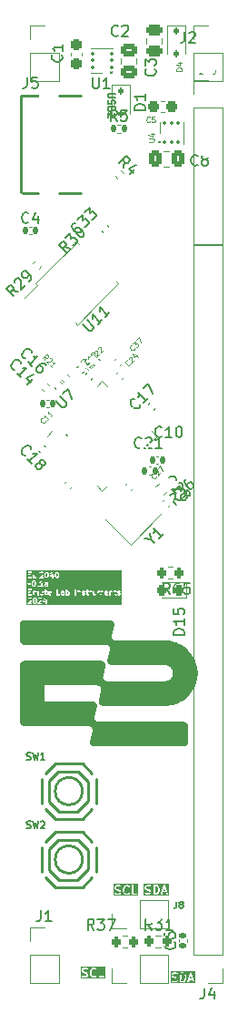
<source format=gbr>
%TF.GenerationSoftware,KiCad,Pcbnew,8.0.3*%
%TF.CreationDate,2024-07-23T11:53:19+01:00*%
%TF.ProjectId,ELI2040,454c4932-3034-4302-9e6b-696361645f70,rev?*%
%TF.SameCoordinates,Original*%
%TF.FileFunction,Legend,Top*%
%TF.FilePolarity,Positive*%
%FSLAX46Y46*%
G04 Gerber Fmt 4.6, Leading zero omitted, Abs format (unit mm)*
G04 Created by KiCad (PCBNEW 8.0.3) date 2024-07-23 11:53:19*
%MOMM*%
%LPD*%
G01*
G04 APERTURE LIST*
G04 Aperture macros list*
%AMRoundRect*
0 Rectangle with rounded corners*
0 $1 Rounding radius*
0 $2 $3 $4 $5 $6 $7 $8 $9 X,Y pos of 4 corners*
0 Add a 4 corners polygon primitive as box body*
4,1,4,$2,$3,$4,$5,$6,$7,$8,$9,$2,$3,0*
0 Add four circle primitives for the rounded corners*
1,1,$1+$1,$2,$3*
1,1,$1+$1,$4,$5*
1,1,$1+$1,$6,$7*
1,1,$1+$1,$8,$9*
0 Add four rect primitives between the rounded corners*
20,1,$1+$1,$2,$3,$4,$5,0*
20,1,$1+$1,$4,$5,$6,$7,0*
20,1,$1+$1,$6,$7,$8,$9,0*
20,1,$1+$1,$8,$9,$2,$3,0*%
%AMRotRect*
0 Rectangle, with rotation*
0 The origin of the aperture is its center*
0 $1 length*
0 $2 width*
0 $3 Rotation angle, in degrees counterclockwise*
0 Add horizontal line*
21,1,$1,$2,0,0,$3*%
G04 Aperture macros list end*
%ADD10C,0.000000*%
%ADD11C,0.150000*%
%ADD12C,0.125000*%
%ADD13C,0.050000*%
%ADD14C,0.152500*%
%ADD15C,0.120000*%
%ADD16C,0.254000*%
%ADD17RoundRect,0.140000X0.170000X-0.140000X0.170000X0.140000X-0.170000X0.140000X-0.170000X-0.140000X0*%
%ADD18R,1.700000X1.700000*%
%ADD19O,1.700000X1.700000*%
%ADD20R,1.700000X1.000000*%
%ADD21RoundRect,0.140000X-0.021213X0.219203X-0.219203X0.021213X0.021213X-0.219203X0.219203X-0.021213X0*%
%ADD22RoundRect,0.135000X-0.226274X-0.035355X-0.035355X-0.226274X0.226274X0.035355X0.035355X0.226274X0*%
%ADD23RoundRect,0.050000X-0.238649X-0.309359X0.309359X0.238649X0.238649X0.309359X-0.309359X-0.238649X0*%
%ADD24RoundRect,0.050000X0.238649X-0.309359X0.309359X-0.238649X-0.238649X0.309359X-0.309359X0.238649X0*%
%ADD25RoundRect,0.144000X0.000000X-2.059095X2.059095X0.000000X0.000000X2.059095X-2.059095X0.000000X0*%
%ADD26RoundRect,0.140000X-0.140000X-0.170000X0.140000X-0.170000X0.140000X0.170000X-0.140000X0.170000X0*%
%ADD27RoundRect,0.135000X0.035355X-0.226274X0.226274X-0.035355X-0.035355X0.226274X-0.226274X0.035355X0*%
%ADD28RoundRect,0.140000X0.219203X0.021213X0.021213X0.219203X-0.219203X-0.021213X-0.021213X-0.219203X0*%
%ADD29RoundRect,0.140000X0.140000X0.170000X-0.140000X0.170000X-0.140000X-0.170000X0.140000X-0.170000X0*%
%ADD30RoundRect,0.140000X0.021213X-0.219203X0.219203X-0.021213X-0.021213X0.219203X-0.219203X0.021213X0*%
%ADD31RoundRect,0.200000X-0.053033X0.335876X-0.335876X0.053033X0.053033X-0.335876X0.335876X-0.053033X0*%
%ADD32RoundRect,0.250000X-0.337500X-0.475000X0.337500X-0.475000X0.337500X0.475000X-0.337500X0.475000X0*%
%ADD33RoundRect,0.200000X0.200000X0.275000X-0.200000X0.275000X-0.200000X-0.275000X0.200000X-0.275000X0*%
%ADD34RoundRect,0.112500X-0.112500X0.187500X-0.112500X-0.187500X0.112500X-0.187500X0.112500X0.187500X0*%
%ADD35RoundRect,0.093750X0.106250X-0.093750X0.106250X0.093750X-0.106250X0.093750X-0.106250X-0.093750X0*%
%ADD36R,1.600000X1.000000*%
%ADD37RoundRect,0.135000X-0.135000X-0.185000X0.135000X-0.185000X0.135000X0.185000X-0.135000X0.185000X0*%
%ADD38RoundRect,0.218750X0.218750X0.256250X-0.218750X0.256250X-0.218750X-0.256250X0.218750X-0.256250X0*%
%ADD39RotRect,1.400000X1.200000X45.000000*%
%ADD40RoundRect,0.237500X0.237500X-0.300000X0.237500X0.300000X-0.237500X0.300000X-0.237500X-0.300000X0*%
%ADD41RoundRect,0.140000X-0.219203X-0.021213X-0.021213X-0.219203X0.219203X0.021213X0.021213X0.219203X0*%
%ADD42RoundRect,0.250000X0.475000X-0.337500X0.475000X0.337500X-0.475000X0.337500X-0.475000X-0.337500X0*%
%ADD43RoundRect,0.250000X0.475000X-0.250000X0.475000X0.250000X-0.475000X0.250000X-0.475000X-0.250000X0*%
%ADD44R,1.100000X0.550000*%
%ADD45R,1.100000X0.300000*%
%ADD46O,2.000000X1.100000*%
%ADD47O,1.800000X1.200000*%
%ADD48RoundRect,0.237500X-0.300000X-0.237500X0.300000X-0.237500X0.300000X0.237500X-0.300000X0.237500X0*%
%ADD49RoundRect,0.075000X0.035355X0.141421X-0.141421X-0.035355X-0.035355X-0.141421X0.141421X0.035355X0*%
%ADD50RoundRect,0.093750X0.093750X0.106250X-0.093750X0.106250X-0.093750X-0.106250X0.093750X-0.106250X0*%
%ADD51R,1.000000X1.600000*%
%ADD52RoundRect,0.200000X-0.200000X-0.275000X0.200000X-0.275000X0.200000X0.275000X-0.200000X0.275000X0*%
%ADD53RoundRect,0.150000X-0.353553X-0.565685X0.565685X0.353553X0.353553X0.565685X-0.565685X-0.353553X0*%
G04 APERTURE END LIST*
D10*
G36*
X214356173Y-92050591D02*
G01*
X214379782Y-92052344D01*
X214403345Y-92055232D01*
X214426801Y-92059228D01*
X214450087Y-92064302D01*
X214473144Y-92070427D01*
X214495907Y-92077575D01*
X214518318Y-92085719D01*
X214540312Y-92094830D01*
X214561830Y-92104881D01*
X214582808Y-92115843D01*
X214603187Y-92127688D01*
X214622903Y-92140390D01*
X214641896Y-92153919D01*
X214660104Y-92168249D01*
X214677465Y-92183350D01*
X214693917Y-92199196D01*
X214709399Y-92215757D01*
X214723850Y-92233008D01*
X214737207Y-92250918D01*
X214749409Y-92269461D01*
X214760394Y-92288609D01*
X214770102Y-92308333D01*
X214778469Y-92328606D01*
X214785435Y-92349400D01*
X214790938Y-92370687D01*
X214794917Y-92392440D01*
X214797308Y-92414629D01*
X214798052Y-92437228D01*
X214797087Y-92460208D01*
X214794350Y-92483541D01*
X214789780Y-92507200D01*
X214561181Y-93485630D01*
X214557780Y-93508955D01*
X214555599Y-93531982D01*
X214554613Y-93554681D01*
X214554798Y-93577023D01*
X214556130Y-93598980D01*
X214558586Y-93620522D01*
X214562140Y-93641621D01*
X214566770Y-93662247D01*
X214572451Y-93682371D01*
X214579159Y-93701965D01*
X214586870Y-93721000D01*
X214595560Y-93739446D01*
X214605205Y-93757275D01*
X214615781Y-93774457D01*
X214627264Y-93790964D01*
X214639629Y-93806767D01*
X214652854Y-93821837D01*
X214666913Y-93836144D01*
X214681783Y-93849660D01*
X214697440Y-93862356D01*
X214713860Y-93874202D01*
X214731019Y-93885171D01*
X214748892Y-93895232D01*
X214767456Y-93904357D01*
X214786686Y-93912517D01*
X214806559Y-93919684D01*
X214827051Y-93925827D01*
X214848137Y-93930918D01*
X214869793Y-93934928D01*
X214891997Y-93937828D01*
X214914722Y-93939590D01*
X214937946Y-93940183D01*
X219521059Y-93940183D01*
X219677224Y-93944146D01*
X219831364Y-93955907D01*
X219983286Y-93975273D01*
X220132799Y-94002050D01*
X220279711Y-94036048D01*
X220423828Y-94077073D01*
X220564959Y-94124932D01*
X220702911Y-94179433D01*
X220837492Y-94240383D01*
X220968509Y-94307590D01*
X221095771Y-94380861D01*
X221219085Y-94460003D01*
X221338258Y-94544824D01*
X221453098Y-94635131D01*
X221563413Y-94730731D01*
X221669011Y-94831432D01*
X221769699Y-94937042D01*
X221865285Y-95047367D01*
X221955577Y-95162215D01*
X222040381Y-95281393D01*
X222119507Y-95404709D01*
X222192761Y-95531971D01*
X222259952Y-95662984D01*
X222320886Y-95797558D01*
X222375372Y-95935499D01*
X222423217Y-96076614D01*
X222464229Y-96220712D01*
X222498216Y-96367599D01*
X222524984Y-96517082D01*
X222544343Y-96668970D01*
X222556099Y-96823069D01*
X222560061Y-96979187D01*
X222556098Y-97135304D01*
X222544337Y-97289399D01*
X222524972Y-97441279D01*
X222498194Y-97590753D01*
X222464196Y-97737628D01*
X222423171Y-97881711D01*
X222375312Y-98022811D01*
X222320811Y-98160734D01*
X222259861Y-98295288D01*
X222192654Y-98426281D01*
X222119384Y-98553521D01*
X222040241Y-98676814D01*
X221955421Y-98795969D01*
X221865114Y-98910793D01*
X221769513Y-99021093D01*
X221668812Y-99126678D01*
X221563203Y-99227354D01*
X221452878Y-99322930D01*
X221338030Y-99413213D01*
X221218851Y-99498010D01*
X221095535Y-99577130D01*
X220968274Y-99650379D01*
X220837260Y-99717565D01*
X220702687Y-99778495D01*
X220564746Y-99832979D01*
X220423631Y-99880822D01*
X220279534Y-99921832D01*
X220132647Y-99955818D01*
X219983164Y-99982586D01*
X219831276Y-100001945D01*
X219677177Y-100013701D01*
X219521059Y-100017662D01*
X213794417Y-100017662D01*
X213770823Y-100017073D01*
X213747210Y-100015324D01*
X213723640Y-100012443D01*
X213700175Y-100008457D01*
X213676877Y-100003393D01*
X213653808Y-99997281D01*
X213631030Y-99990146D01*
X213608605Y-99982018D01*
X213586595Y-99972923D01*
X213565061Y-99962888D01*
X213544066Y-99951943D01*
X213523671Y-99940113D01*
X213503938Y-99927428D01*
X213484930Y-99913914D01*
X213466708Y-99899599D01*
X213449334Y-99884510D01*
X213432870Y-99868676D01*
X213417378Y-99852124D01*
X213402920Y-99834882D01*
X213389558Y-99816976D01*
X213377353Y-99798436D01*
X213366368Y-99779287D01*
X213356665Y-99759559D01*
X213348305Y-99739279D01*
X213341350Y-99718473D01*
X213335862Y-99697171D01*
X213331904Y-99675399D01*
X213329537Y-99653185D01*
X213328822Y-99630556D01*
X213329823Y-99607541D01*
X213332601Y-99584167D01*
X213337217Y-99560462D01*
X213565287Y-98584148D01*
X213568784Y-98560723D01*
X213571055Y-98537597D01*
X213572125Y-98514800D01*
X213572017Y-98492359D01*
X213570756Y-98470305D01*
X213568366Y-98448667D01*
X213564870Y-98427473D01*
X213560293Y-98406753D01*
X213554659Y-98386536D01*
X213547991Y-98366852D01*
X213540314Y-98347729D01*
X213531652Y-98329196D01*
X213522029Y-98311283D01*
X213511468Y-98294019D01*
X213499995Y-98277433D01*
X213487632Y-98261555D01*
X213474404Y-98246412D01*
X213460335Y-98232036D01*
X213445450Y-98218454D01*
X213429771Y-98205695D01*
X213413323Y-98193790D01*
X213396130Y-98182767D01*
X213378217Y-98172656D01*
X213359607Y-98163485D01*
X213340323Y-98155284D01*
X213320391Y-98148081D01*
X213299835Y-98141907D01*
X213278677Y-98136790D01*
X213256943Y-98132759D01*
X213234656Y-98129844D01*
X213211840Y-98128073D01*
X213188520Y-98127477D01*
X208281557Y-98127477D01*
X208281557Y-99612319D01*
X212718090Y-99612319D01*
X212741683Y-99612909D01*
X212765292Y-99614663D01*
X212788855Y-99617551D01*
X212812311Y-99621546D01*
X212835598Y-99626620D01*
X212858654Y-99632745D01*
X212881418Y-99639894D01*
X212903828Y-99648038D01*
X212925822Y-99657149D01*
X212947340Y-99667199D01*
X212968319Y-99678161D01*
X212988697Y-99690007D01*
X213008414Y-99702709D01*
X213027406Y-99716238D01*
X213045614Y-99730568D01*
X213062975Y-99745669D01*
X213079427Y-99761515D01*
X213094909Y-99778077D01*
X213109360Y-99795327D01*
X213122717Y-99813237D01*
X213134919Y-99831780D01*
X213145905Y-99850928D01*
X213155612Y-99870653D01*
X213163980Y-99890926D01*
X213170946Y-99911720D01*
X213176449Y-99933007D01*
X213180427Y-99954759D01*
X213182819Y-99976948D01*
X213183563Y-99999547D01*
X213182597Y-100022527D01*
X213179860Y-100045860D01*
X213175291Y-100069519D01*
X212946691Y-101047948D01*
X212943289Y-101071273D01*
X212941103Y-101094300D01*
X212940110Y-101116999D01*
X212940286Y-101139342D01*
X212941608Y-101161299D01*
X212944051Y-101182841D01*
X212947591Y-101203940D01*
X212952206Y-101224566D01*
X212957871Y-101244690D01*
X212964563Y-101264284D01*
X212972257Y-101283319D01*
X212980931Y-101301765D01*
X212990560Y-101319594D01*
X213001121Y-101336776D01*
X213012589Y-101353284D01*
X213024942Y-101369086D01*
X213038155Y-101384156D01*
X213052205Y-101398463D01*
X213067067Y-101411979D01*
X213082719Y-101424675D01*
X213099136Y-101436521D01*
X213116295Y-101447490D01*
X213134172Y-101457551D01*
X213152744Y-101466676D01*
X213171985Y-101474837D01*
X213191874Y-101482003D01*
X213212386Y-101488146D01*
X213233496Y-101493237D01*
X213255183Y-101497247D01*
X213277421Y-101500148D01*
X213300187Y-101501909D01*
X213323458Y-101502503D01*
X221216506Y-101502503D01*
X221239981Y-101503099D01*
X221263156Y-101504870D01*
X221286003Y-101507785D01*
X221308492Y-101511817D01*
X221330594Y-101516935D01*
X221352279Y-101523111D01*
X221373519Y-101530315D01*
X221394283Y-101538519D01*
X221414542Y-101547693D01*
X221434268Y-101557809D01*
X221453430Y-101568837D01*
X221471999Y-101580749D01*
X221489947Y-101593515D01*
X221507243Y-101607105D01*
X221523858Y-101621492D01*
X221539763Y-101636646D01*
X221554928Y-101652538D01*
X221569325Y-101669139D01*
X221582924Y-101686419D01*
X221595695Y-101704350D01*
X221607609Y-101722903D01*
X221618637Y-101742049D01*
X221628749Y-101761758D01*
X221637916Y-101782001D01*
X221646109Y-101802750D01*
X221653298Y-101823975D01*
X221659454Y-101845648D01*
X221664548Y-101867739D01*
X221668550Y-101890218D01*
X221671430Y-101913058D01*
X221673161Y-101936229D01*
X221673711Y-101959702D01*
X221673711Y-103341887D01*
X221673113Y-103365313D01*
X221671338Y-103388444D01*
X221668416Y-103411249D01*
X221664375Y-103433699D01*
X221659246Y-103455765D01*
X221653058Y-103477418D01*
X221645839Y-103498627D01*
X221637620Y-103519365D01*
X221628430Y-103539601D01*
X221618298Y-103559307D01*
X221607253Y-103578452D01*
X221595325Y-103597007D01*
X221582543Y-103614943D01*
X221568937Y-103632232D01*
X221554535Y-103648842D01*
X221539368Y-103664746D01*
X221523465Y-103679913D01*
X221506854Y-103694314D01*
X221489566Y-103707920D01*
X221471630Y-103720702D01*
X221453074Y-103732630D01*
X221433929Y-103743674D01*
X221414224Y-103753807D01*
X221393987Y-103762997D01*
X221373250Y-103771216D01*
X221352040Y-103778434D01*
X221330387Y-103784623D01*
X221308321Y-103789752D01*
X221285871Y-103793792D01*
X221263066Y-103796715D01*
X221239935Y-103798490D01*
X221216509Y-103799088D01*
X212986381Y-103799088D01*
X212986182Y-103799082D01*
X212985982Y-103799065D01*
X212985781Y-103799039D01*
X212985578Y-103799005D01*
X212985161Y-103798920D01*
X212984726Y-103798823D01*
X212984266Y-103798726D01*
X212984025Y-103798681D01*
X212983775Y-103798641D01*
X212983516Y-103798607D01*
X212983247Y-103798581D01*
X212982967Y-103798564D01*
X212982676Y-103798558D01*
X212959235Y-103797781D01*
X212935783Y-103795866D01*
X212912382Y-103792838D01*
X212889092Y-103788725D01*
X212865974Y-103783555D01*
X212843089Y-103777353D01*
X212820498Y-103770147D01*
X212798261Y-103761963D01*
X212776440Y-103752830D01*
X212755095Y-103742772D01*
X212734288Y-103731819D01*
X212714078Y-103719996D01*
X212694527Y-103707330D01*
X212675696Y-103693849D01*
X212657646Y-103679579D01*
X212640437Y-103664547D01*
X212624130Y-103648780D01*
X212608786Y-103632306D01*
X212594467Y-103615150D01*
X212581232Y-103597341D01*
X212569143Y-103578904D01*
X212558260Y-103559867D01*
X212548645Y-103540257D01*
X212540358Y-103520101D01*
X212533460Y-103499425D01*
X212528012Y-103478257D01*
X212524074Y-103456624D01*
X212521708Y-103434552D01*
X212520975Y-103412068D01*
X212521935Y-103389200D01*
X212524649Y-103365974D01*
X212529179Y-103342417D01*
X212529179Y-103341887D01*
X212757780Y-102364517D01*
X212761228Y-102341142D01*
X212763455Y-102318066D01*
X212764483Y-102295317D01*
X212764336Y-102272926D01*
X212763040Y-102250921D01*
X212760617Y-102229330D01*
X212757091Y-102208184D01*
X212752488Y-102187511D01*
X212746830Y-102167340D01*
X212740142Y-102147701D01*
X212732448Y-102128622D01*
X212723772Y-102110133D01*
X212714138Y-102092262D01*
X212703570Y-102075039D01*
X212692092Y-102058492D01*
X212679727Y-102042652D01*
X212666501Y-102027546D01*
X212652437Y-102013204D01*
X212637559Y-101999655D01*
X212621891Y-101986928D01*
X212605457Y-101975052D01*
X212588282Y-101964057D01*
X212570389Y-101953970D01*
X212551801Y-101944822D01*
X212532545Y-101936642D01*
X212512642Y-101929457D01*
X212492118Y-101923299D01*
X212470996Y-101918195D01*
X212449300Y-101914174D01*
X212427055Y-101911266D01*
X212404285Y-101909500D01*
X212381013Y-101908905D01*
X206442176Y-101908905D01*
X206418750Y-101908307D01*
X206395619Y-101906532D01*
X206372814Y-101903610D01*
X206350364Y-101899569D01*
X206328298Y-101894440D01*
X206306645Y-101888252D01*
X206285436Y-101881033D01*
X206264698Y-101872814D01*
X206244462Y-101863624D01*
X206224757Y-101853492D01*
X206205612Y-101842447D01*
X206187056Y-101830519D01*
X206169120Y-101817737D01*
X206151831Y-101804131D01*
X206135221Y-101789730D01*
X206119318Y-101774562D01*
X206104150Y-101758659D01*
X206089749Y-101742049D01*
X206076143Y-101724760D01*
X206063361Y-101706824D01*
X206051433Y-101688268D01*
X206040389Y-101669123D01*
X206030256Y-101649418D01*
X206021066Y-101629182D01*
X206012847Y-101608444D01*
X206005629Y-101587235D01*
X205999440Y-101565582D01*
X205994311Y-101543516D01*
X205990271Y-101521066D01*
X205987348Y-101498261D01*
X205985574Y-101475131D01*
X205984975Y-101451705D01*
X205984975Y-96288097D01*
X205985574Y-96264671D01*
X205987348Y-96241540D01*
X205990271Y-96218736D01*
X205994311Y-96196286D01*
X205999440Y-96174220D01*
X206005629Y-96152567D01*
X206012847Y-96131357D01*
X206021066Y-96110620D01*
X206030256Y-96090383D01*
X206040389Y-96070678D01*
X206051433Y-96051533D01*
X206063361Y-96032978D01*
X206076143Y-96015041D01*
X206089749Y-95997753D01*
X206104150Y-95981142D01*
X206119318Y-95965239D01*
X206135221Y-95950072D01*
X206151831Y-95935671D01*
X206169120Y-95922064D01*
X206187056Y-95909283D01*
X206205612Y-95897355D01*
X206224757Y-95886310D01*
X206244462Y-95876178D01*
X206264698Y-95866987D01*
X206285436Y-95858768D01*
X206306645Y-95851550D01*
X206328298Y-95845361D01*
X206350364Y-95840232D01*
X206372814Y-95836192D01*
X206395619Y-95833269D01*
X206418750Y-95831494D01*
X206442176Y-95830896D01*
X213524541Y-95830896D01*
X213548134Y-95831487D01*
X213571743Y-95833240D01*
X213595306Y-95836129D01*
X213618762Y-95840124D01*
X213642049Y-95845198D01*
X213665105Y-95851323D01*
X213687869Y-95858471D01*
X213710279Y-95866615D01*
X213732274Y-95875726D01*
X213753791Y-95885777D01*
X213774770Y-95896739D01*
X213795149Y-95908585D01*
X213814865Y-95921286D01*
X213833858Y-95934816D01*
X213852065Y-95949145D01*
X213869426Y-95964247D01*
X213885879Y-95980092D01*
X213901361Y-95996654D01*
X213915811Y-96013904D01*
X213929168Y-96031815D01*
X213941371Y-96050358D01*
X213952356Y-96069506D01*
X213962063Y-96089230D01*
X213970431Y-96109503D01*
X213977397Y-96130297D01*
X213982900Y-96151584D01*
X213986878Y-96173337D01*
X213989270Y-96195526D01*
X213990014Y-96218125D01*
X213989048Y-96241104D01*
X213986312Y-96264438D01*
X213981742Y-96288097D01*
X213753142Y-97266525D01*
X213749742Y-97289851D01*
X213747560Y-97312878D01*
X213746574Y-97335577D01*
X213746759Y-97357919D01*
X213748091Y-97379876D01*
X213750547Y-97401418D01*
X213754101Y-97422517D01*
X213758731Y-97443143D01*
X213764412Y-97463268D01*
X213771120Y-97482862D01*
X213778831Y-97501896D01*
X213787521Y-97520342D01*
X213797166Y-97538171D01*
X213807742Y-97555353D01*
X213819225Y-97571860D01*
X213831590Y-97587663D01*
X213844815Y-97602733D01*
X213858874Y-97617040D01*
X213873745Y-97630556D01*
X213889402Y-97643251D01*
X213905821Y-97655098D01*
X213922980Y-97666066D01*
X213940853Y-97676127D01*
X213959417Y-97685253D01*
X213978647Y-97693413D01*
X213998521Y-97700579D01*
X214019012Y-97706722D01*
X214040098Y-97711813D01*
X214061755Y-97715823D01*
X214083958Y-97718724D01*
X214106684Y-97720485D01*
X214129908Y-97721079D01*
X219520000Y-97721079D01*
X219558166Y-97720110D01*
X219595834Y-97717235D01*
X219632959Y-97712501D01*
X219669494Y-97705955D01*
X219705392Y-97697645D01*
X219740606Y-97687617D01*
X219775089Y-97675919D01*
X219808793Y-97662598D01*
X219841674Y-97647701D01*
X219873682Y-97631275D01*
X219904772Y-97613368D01*
X219934896Y-97594026D01*
X219964008Y-97573298D01*
X219992061Y-97551229D01*
X220019008Y-97527868D01*
X220044801Y-97503261D01*
X220069395Y-97477456D01*
X220092742Y-97450499D01*
X220114795Y-97422439D01*
X220135507Y-97393322D01*
X220154832Y-97363195D01*
X220172723Y-97332106D01*
X220189132Y-97300101D01*
X220204013Y-97267228D01*
X220217319Y-97233535D01*
X220229003Y-97199068D01*
X220239019Y-97163874D01*
X220247318Y-97128001D01*
X220253855Y-97091496D01*
X220258582Y-97054406D01*
X220261452Y-97016778D01*
X220262420Y-96978659D01*
X220261451Y-96940494D01*
X220258576Y-96902826D01*
X220253842Y-96865701D01*
X220247296Y-96829166D01*
X220238986Y-96793268D01*
X220228958Y-96758054D01*
X220217260Y-96723571D01*
X220203938Y-96689867D01*
X220189041Y-96656987D01*
X220172615Y-96624978D01*
X220154708Y-96593888D01*
X220135367Y-96563764D01*
X220114638Y-96534652D01*
X220092569Y-96506599D01*
X220069208Y-96479652D01*
X220044601Y-96453858D01*
X220018796Y-96429264D01*
X219991839Y-96405917D01*
X219963779Y-96383864D01*
X219934661Y-96363152D01*
X219904535Y-96343826D01*
X219873445Y-96325936D01*
X219841441Y-96309526D01*
X219808568Y-96294645D01*
X219774875Y-96281339D01*
X219740408Y-96269655D01*
X219705214Y-96259640D01*
X219669341Y-96251340D01*
X219632836Y-96244804D01*
X219595746Y-96240076D01*
X219558119Y-96237206D01*
X219520000Y-96236238D01*
X214600338Y-96236238D01*
X214576744Y-96235648D01*
X214553130Y-96233894D01*
X214529561Y-96231006D01*
X214506096Y-96227011D01*
X214482798Y-96221937D01*
X214459729Y-96215812D01*
X214436951Y-96208663D01*
X214414526Y-96200519D01*
X214392516Y-96191408D01*
X214370982Y-96181358D01*
X214349987Y-96170396D01*
X214329592Y-96158550D01*
X214309859Y-96145848D01*
X214290851Y-96132319D01*
X214272629Y-96117989D01*
X214255255Y-96102888D01*
X214238791Y-96087042D01*
X214223299Y-96070480D01*
X214208841Y-96053230D01*
X214195479Y-96035320D01*
X214183274Y-96016777D01*
X214172289Y-95997629D01*
X214162585Y-95977904D01*
X214154225Y-95957631D01*
X214147270Y-95936837D01*
X214141783Y-95915550D01*
X214137824Y-95893798D01*
X214135457Y-95871609D01*
X214134743Y-95849010D01*
X214135744Y-95826030D01*
X214138521Y-95802697D01*
X214143137Y-95779038D01*
X214371209Y-94802725D01*
X214374706Y-94779300D01*
X214376977Y-94756174D01*
X214378047Y-94733376D01*
X214377939Y-94710936D01*
X214376678Y-94688882D01*
X214374288Y-94667243D01*
X214370792Y-94646050D01*
X214366215Y-94625330D01*
X214360580Y-94605113D01*
X214353913Y-94585428D01*
X214346236Y-94566305D01*
X214337573Y-94547773D01*
X214327950Y-94529860D01*
X214317390Y-94512596D01*
X214305916Y-94496010D01*
X214293553Y-94480131D01*
X214280325Y-94464989D01*
X214266257Y-94450612D01*
X214251371Y-94437030D01*
X214235692Y-94424272D01*
X214219244Y-94412367D01*
X214202052Y-94401344D01*
X214184138Y-94391233D01*
X214165528Y-94382062D01*
X214146245Y-94373860D01*
X214126313Y-94366658D01*
X214105756Y-94360484D01*
X214084598Y-94355367D01*
X214062864Y-94351336D01*
X214040577Y-94348421D01*
X214017762Y-94346650D01*
X213994442Y-94346054D01*
X206442176Y-94346054D01*
X206418750Y-94345455D01*
X206395619Y-94343680D01*
X206372814Y-94340758D01*
X206350364Y-94336718D01*
X206328298Y-94331589D01*
X206306645Y-94325400D01*
X206285436Y-94318182D01*
X206264698Y-94309963D01*
X206244462Y-94300772D01*
X206224757Y-94290640D01*
X206205612Y-94279596D01*
X206187056Y-94267668D01*
X206169120Y-94254886D01*
X206151831Y-94241280D01*
X206135221Y-94226878D01*
X206119318Y-94211711D01*
X206104150Y-94195808D01*
X206089749Y-94179198D01*
X206076143Y-94161909D01*
X206063361Y-94143973D01*
X206051433Y-94125418D01*
X206040389Y-94106273D01*
X206030256Y-94086567D01*
X206021066Y-94066331D01*
X206012847Y-94045594D01*
X206005629Y-94024384D01*
X205999440Y-94002731D01*
X205994311Y-93980665D01*
X205990271Y-93958215D01*
X205987348Y-93935410D01*
X205985574Y-93912280D01*
X205984975Y-93888854D01*
X205984975Y-92507200D01*
X205985574Y-92483774D01*
X205987348Y-92460644D01*
X205990271Y-92437839D01*
X205994311Y-92415389D01*
X205999440Y-92393323D01*
X206005629Y-92371670D01*
X206012847Y-92350460D01*
X206021066Y-92329723D01*
X206030256Y-92309486D01*
X206040389Y-92289781D01*
X206051433Y-92270636D01*
X206063361Y-92252081D01*
X206076143Y-92234144D01*
X206089749Y-92216856D01*
X206104150Y-92200246D01*
X206119318Y-92184342D01*
X206135221Y-92169175D01*
X206151831Y-92154774D01*
X206169120Y-92141168D01*
X206187056Y-92128386D01*
X206205612Y-92116458D01*
X206224757Y-92105413D01*
X206244462Y-92095281D01*
X206264698Y-92086091D01*
X206285436Y-92077872D01*
X206306645Y-92070654D01*
X206328298Y-92064465D01*
X206350364Y-92059336D01*
X206372814Y-92055296D01*
X206395619Y-92052373D01*
X206418750Y-92050598D01*
X206442176Y-92050000D01*
X214332580Y-92050000D01*
X214356173Y-92050591D01*
G37*
D11*
G36*
X221254000Y-124946368D02*
G01*
X221309128Y-125000214D01*
X221338240Y-125056396D01*
X221373258Y-125191629D01*
X221374333Y-125287864D01*
X221341787Y-125422856D01*
X221312492Y-125483621D01*
X221257254Y-125540177D01*
X221172731Y-125569356D01*
X221065933Y-125570107D01*
X221064781Y-124918777D01*
X221165973Y-124918066D01*
X221254000Y-124946368D01*
G37*
G36*
X222030873Y-125341098D02*
G01*
X221856080Y-125341735D01*
X221943093Y-125079226D01*
X222030873Y-125341098D01*
G37*
G36*
X222373412Y-125808184D02*
G01*
X220027175Y-125808184D01*
X220027175Y-124996676D01*
X220116064Y-124996676D01*
X220117102Y-125062137D01*
X220116653Y-125063486D01*
X220117259Y-125072021D01*
X220117505Y-125087498D01*
X220118535Y-125089986D01*
X220118727Y-125092676D01*
X220123982Y-125106407D01*
X220163316Y-125182314D01*
X220166800Y-125190725D01*
X220169172Y-125193616D01*
X220169911Y-125195041D01*
X220171406Y-125196337D01*
X220176127Y-125202090D01*
X220215978Y-125240299D01*
X220221271Y-125246402D01*
X220224392Y-125248366D01*
X220225587Y-125249512D01*
X220227414Y-125250269D01*
X220233714Y-125254234D01*
X220306111Y-125289135D01*
X220311409Y-125293061D01*
X220322398Y-125296987D01*
X220323636Y-125297584D01*
X220324175Y-125297622D01*
X220325255Y-125298008D01*
X220464866Y-125331668D01*
X220525880Y-125361082D01*
X220547614Y-125381922D01*
X220573462Y-125431803D01*
X220574114Y-125472915D01*
X220550467Y-125521966D01*
X220529627Y-125543703D01*
X220480023Y-125569406D01*
X220320917Y-125570523D01*
X220200444Y-125531789D01*
X220171254Y-125533864D01*
X220145081Y-125546950D01*
X220125907Y-125569058D01*
X220116653Y-125596820D01*
X220118728Y-125626010D01*
X220131814Y-125652183D01*
X220153922Y-125671357D01*
X220167347Y-125677351D01*
X220281693Y-125714115D01*
X220290718Y-125717854D01*
X220294469Y-125718223D01*
X220295970Y-125718706D01*
X220297944Y-125718565D01*
X220305350Y-125719295D01*
X220484437Y-125718036D01*
X220486445Y-125718706D01*
X220497117Y-125717947D01*
X220510458Y-125717854D01*
X220512947Y-125716822D01*
X220515635Y-125716632D01*
X220529367Y-125711377D01*
X220605280Y-125672041D01*
X220613685Y-125668560D01*
X220616572Y-125666190D01*
X220618001Y-125665450D01*
X220619301Y-125663950D01*
X220625051Y-125659232D01*
X220663261Y-125619378D01*
X220669362Y-125614088D01*
X220671326Y-125610966D01*
X220672473Y-125609771D01*
X220673230Y-125607941D01*
X220677194Y-125601645D01*
X220709484Y-125534664D01*
X220710567Y-125533582D01*
X220713990Y-125525316D01*
X220720544Y-125511723D01*
X220720734Y-125509035D01*
X220721766Y-125506546D01*
X220723207Y-125491914D01*
X220722168Y-125426452D01*
X220722618Y-125425104D01*
X220722011Y-125416569D01*
X220721766Y-125401091D01*
X220720734Y-125398601D01*
X220720544Y-125395914D01*
X220715289Y-125382182D01*
X220675953Y-125306269D01*
X220672472Y-125297865D01*
X220670102Y-125294977D01*
X220669362Y-125293549D01*
X220667863Y-125292249D01*
X220663145Y-125286500D01*
X220623289Y-125248286D01*
X220618001Y-125242189D01*
X220614881Y-125240225D01*
X220613685Y-125239078D01*
X220611854Y-125238319D01*
X220605558Y-125234356D01*
X220533158Y-125199452D01*
X220527862Y-125195528D01*
X220516876Y-125191602D01*
X220515636Y-125191005D01*
X220515095Y-125190966D01*
X220514016Y-125190581D01*
X220374408Y-125156922D01*
X220313392Y-125127507D01*
X220291657Y-125106668D01*
X220265808Y-125056785D01*
X220265156Y-125015675D01*
X220288804Y-124966621D01*
X220309644Y-124944887D01*
X220359247Y-124919183D01*
X220518354Y-124918066D01*
X220638827Y-124956801D01*
X220668017Y-124954726D01*
X220694190Y-124941640D01*
X220713364Y-124919533D01*
X220722618Y-124891770D01*
X220720543Y-124862580D01*
X220711401Y-124844295D01*
X220916065Y-124844295D01*
X220917506Y-125658927D01*
X220928705Y-125685963D01*
X220949397Y-125706655D01*
X220976433Y-125717854D01*
X220991065Y-125719295D01*
X221180485Y-125717964D01*
X221190921Y-125718706D01*
X221194619Y-125717864D01*
X221196173Y-125717854D01*
X221198004Y-125717095D01*
X221205258Y-125715446D01*
X221308631Y-125679759D01*
X221310459Y-125679759D01*
X221319603Y-125675971D01*
X221332969Y-125671357D01*
X221335004Y-125669591D01*
X221337495Y-125668560D01*
X221348860Y-125659233D01*
X221372611Y-125634915D01*
X221602368Y-125634915D01*
X221604443Y-125664105D01*
X221617529Y-125690278D01*
X221639636Y-125709452D01*
X221667399Y-125718706D01*
X221696589Y-125716631D01*
X221722762Y-125703545D01*
X221741936Y-125681438D01*
X221747930Y-125668012D01*
X221806760Y-125490527D01*
X222080627Y-125489529D01*
X222144955Y-125681438D01*
X222164129Y-125703545D01*
X222190302Y-125716632D01*
X222219492Y-125718706D01*
X222247255Y-125709452D01*
X222269362Y-125690279D01*
X222282449Y-125664105D01*
X222284523Y-125634915D01*
X222281263Y-125620578D01*
X222016150Y-124829669D01*
X222015782Y-124824485D01*
X222011627Y-124816175D01*
X222008603Y-124807153D01*
X222005092Y-124803105D01*
X222002696Y-124798312D01*
X221995590Y-124792148D01*
X221989429Y-124785045D01*
X221984637Y-124782649D01*
X221980589Y-124779138D01*
X221971665Y-124776163D01*
X221963256Y-124771959D01*
X221957911Y-124771579D01*
X221952826Y-124769884D01*
X221943446Y-124770550D01*
X221934066Y-124769884D01*
X221928980Y-124771579D01*
X221923636Y-124771959D01*
X221915225Y-124776164D01*
X221906304Y-124779138D01*
X221902256Y-124782648D01*
X221897463Y-124785045D01*
X221891300Y-124792149D01*
X221884196Y-124798312D01*
X221881799Y-124803105D01*
X221878289Y-124807153D01*
X221872295Y-124820578D01*
X221681728Y-125395493D01*
X221679410Y-125401091D01*
X221679410Y-125402488D01*
X221602368Y-125634915D01*
X221372611Y-125634915D01*
X221424039Y-125582260D01*
X221431267Y-125575993D01*
X221433270Y-125572809D01*
X221434378Y-125571676D01*
X221435135Y-125569846D01*
X221439099Y-125563550D01*
X221474000Y-125491152D01*
X221477926Y-125485855D01*
X221481853Y-125474863D01*
X221482449Y-125473628D01*
X221482487Y-125473089D01*
X221482873Y-125472010D01*
X221518664Y-125323560D01*
X221521767Y-125316070D01*
X221522662Y-125306977D01*
X221523119Y-125305084D01*
X221522956Y-125303991D01*
X221523208Y-125301438D01*
X221521975Y-125191189D01*
X221523119Y-125183506D01*
X221521789Y-125174510D01*
X221521767Y-125172520D01*
X221521344Y-125171498D01*
X221520969Y-125168962D01*
X221482962Y-125022183D01*
X221482449Y-125014962D01*
X221478252Y-125003996D01*
X221477926Y-125002735D01*
X221477603Y-125002299D01*
X221477194Y-125001230D01*
X221437861Y-124925322D01*
X221434378Y-124916912D01*
X221432005Y-124914021D01*
X221431267Y-124912596D01*
X221429770Y-124911297D01*
X221425050Y-124905547D01*
X221355854Y-124837962D01*
X221355077Y-124836407D01*
X221347805Y-124830100D01*
X221337495Y-124820030D01*
X221335004Y-124818998D01*
X221332969Y-124817233D01*
X221319544Y-124811239D01*
X221205197Y-124774474D01*
X221196173Y-124770736D01*
X221192421Y-124770366D01*
X221190921Y-124769884D01*
X221188946Y-124770024D01*
X221181541Y-124769295D01*
X220976433Y-124770736D01*
X220949397Y-124781935D01*
X220928705Y-124802627D01*
X220917506Y-124829663D01*
X220916065Y-124844295D01*
X220711401Y-124844295D01*
X220707457Y-124836407D01*
X220685350Y-124817233D01*
X220671924Y-124811239D01*
X220557579Y-124774474D01*
X220548554Y-124770736D01*
X220544802Y-124770366D01*
X220543302Y-124769884D01*
X220541327Y-124770024D01*
X220533922Y-124769295D01*
X220354833Y-124770553D01*
X220352826Y-124769884D01*
X220342153Y-124770642D01*
X220328813Y-124770736D01*
X220326323Y-124771767D01*
X220323636Y-124771958D01*
X220309904Y-124777213D01*
X220233991Y-124816548D01*
X220225587Y-124820030D01*
X220222699Y-124822399D01*
X220221271Y-124823140D01*
X220219971Y-124824638D01*
X220214222Y-124829357D01*
X220176008Y-124869212D01*
X220169911Y-124874501D01*
X220167947Y-124877620D01*
X220166800Y-124878817D01*
X220166041Y-124880647D01*
X220162078Y-124886944D01*
X220129786Y-124953925D01*
X220128704Y-124955008D01*
X220125282Y-124963268D01*
X220118727Y-124976866D01*
X220118535Y-124979555D01*
X220117505Y-124982044D01*
X220116064Y-124996676D01*
X220027175Y-124996676D01*
X220027175Y-124680406D01*
X222373412Y-124680406D01*
X222373412Y-125808184D01*
G37*
G36*
X218764000Y-116806368D02*
G01*
X218819128Y-116860214D01*
X218848240Y-116916396D01*
X218883258Y-117051629D01*
X218884333Y-117147864D01*
X218851787Y-117282856D01*
X218822492Y-117343621D01*
X218767254Y-117400177D01*
X218682731Y-117429356D01*
X218575933Y-117430107D01*
X218574781Y-116778777D01*
X218675973Y-116778066D01*
X218764000Y-116806368D01*
G37*
G36*
X219540873Y-117201098D02*
G01*
X219366080Y-117201735D01*
X219453093Y-116939226D01*
X219540873Y-117201098D01*
G37*
G36*
X219883412Y-117668184D02*
G01*
X217537175Y-117668184D01*
X217537175Y-116856676D01*
X217626064Y-116856676D01*
X217627102Y-116922137D01*
X217626653Y-116923486D01*
X217627259Y-116932021D01*
X217627505Y-116947498D01*
X217628535Y-116949986D01*
X217628727Y-116952676D01*
X217633982Y-116966407D01*
X217673316Y-117042314D01*
X217676800Y-117050725D01*
X217679172Y-117053616D01*
X217679911Y-117055041D01*
X217681406Y-117056337D01*
X217686127Y-117062090D01*
X217725978Y-117100299D01*
X217731271Y-117106402D01*
X217734392Y-117108366D01*
X217735587Y-117109512D01*
X217737414Y-117110269D01*
X217743714Y-117114234D01*
X217816111Y-117149135D01*
X217821409Y-117153061D01*
X217832398Y-117156987D01*
X217833636Y-117157584D01*
X217834175Y-117157622D01*
X217835255Y-117158008D01*
X217974866Y-117191668D01*
X218035880Y-117221082D01*
X218057614Y-117241922D01*
X218083462Y-117291803D01*
X218084114Y-117332915D01*
X218060467Y-117381966D01*
X218039627Y-117403703D01*
X217990023Y-117429406D01*
X217830917Y-117430523D01*
X217710444Y-117391789D01*
X217681254Y-117393864D01*
X217655081Y-117406950D01*
X217635907Y-117429058D01*
X217626653Y-117456820D01*
X217628728Y-117486010D01*
X217641814Y-117512183D01*
X217663922Y-117531357D01*
X217677347Y-117537351D01*
X217791693Y-117574115D01*
X217800718Y-117577854D01*
X217804469Y-117578223D01*
X217805970Y-117578706D01*
X217807944Y-117578565D01*
X217815350Y-117579295D01*
X217994437Y-117578036D01*
X217996445Y-117578706D01*
X218007117Y-117577947D01*
X218020458Y-117577854D01*
X218022947Y-117576822D01*
X218025635Y-117576632D01*
X218039367Y-117571377D01*
X218115280Y-117532041D01*
X218123685Y-117528560D01*
X218126572Y-117526190D01*
X218128001Y-117525450D01*
X218129301Y-117523950D01*
X218135051Y-117519232D01*
X218173261Y-117479378D01*
X218179362Y-117474088D01*
X218181326Y-117470966D01*
X218182473Y-117469771D01*
X218183230Y-117467941D01*
X218187194Y-117461645D01*
X218219484Y-117394664D01*
X218220567Y-117393582D01*
X218223990Y-117385316D01*
X218230544Y-117371723D01*
X218230734Y-117369035D01*
X218231766Y-117366546D01*
X218233207Y-117351914D01*
X218232168Y-117286452D01*
X218232618Y-117285104D01*
X218232011Y-117276569D01*
X218231766Y-117261091D01*
X218230734Y-117258601D01*
X218230544Y-117255914D01*
X218225289Y-117242182D01*
X218185953Y-117166269D01*
X218182472Y-117157865D01*
X218180102Y-117154977D01*
X218179362Y-117153549D01*
X218177863Y-117152249D01*
X218173145Y-117146500D01*
X218133289Y-117108286D01*
X218128001Y-117102189D01*
X218124881Y-117100225D01*
X218123685Y-117099078D01*
X218121854Y-117098319D01*
X218115558Y-117094356D01*
X218043158Y-117059452D01*
X218037862Y-117055528D01*
X218026876Y-117051602D01*
X218025636Y-117051005D01*
X218025095Y-117050966D01*
X218024016Y-117050581D01*
X217884408Y-117016922D01*
X217823392Y-116987507D01*
X217801657Y-116966668D01*
X217775808Y-116916785D01*
X217775156Y-116875675D01*
X217798804Y-116826621D01*
X217819644Y-116804887D01*
X217869247Y-116779183D01*
X218028354Y-116778066D01*
X218148827Y-116816801D01*
X218178017Y-116814726D01*
X218204190Y-116801640D01*
X218223364Y-116779533D01*
X218232618Y-116751770D01*
X218230543Y-116722580D01*
X218221401Y-116704295D01*
X218426065Y-116704295D01*
X218427506Y-117518927D01*
X218438705Y-117545963D01*
X218459397Y-117566655D01*
X218486433Y-117577854D01*
X218501065Y-117579295D01*
X218690485Y-117577964D01*
X218700921Y-117578706D01*
X218704619Y-117577864D01*
X218706173Y-117577854D01*
X218708004Y-117577095D01*
X218715258Y-117575446D01*
X218818631Y-117539759D01*
X218820459Y-117539759D01*
X218829603Y-117535971D01*
X218842969Y-117531357D01*
X218845004Y-117529591D01*
X218847495Y-117528560D01*
X218858860Y-117519233D01*
X218882611Y-117494915D01*
X219112368Y-117494915D01*
X219114443Y-117524105D01*
X219127529Y-117550278D01*
X219149636Y-117569452D01*
X219177399Y-117578706D01*
X219206589Y-117576631D01*
X219232762Y-117563545D01*
X219251936Y-117541438D01*
X219257930Y-117528012D01*
X219316760Y-117350527D01*
X219590627Y-117349529D01*
X219654955Y-117541438D01*
X219674129Y-117563545D01*
X219700302Y-117576632D01*
X219729492Y-117578706D01*
X219757255Y-117569452D01*
X219779362Y-117550279D01*
X219792449Y-117524105D01*
X219794523Y-117494915D01*
X219791263Y-117480578D01*
X219526150Y-116689669D01*
X219525782Y-116684485D01*
X219521627Y-116676175D01*
X219518603Y-116667153D01*
X219515092Y-116663105D01*
X219512696Y-116658312D01*
X219505590Y-116652148D01*
X219499429Y-116645045D01*
X219494637Y-116642649D01*
X219490589Y-116639138D01*
X219481665Y-116636163D01*
X219473256Y-116631959D01*
X219467911Y-116631579D01*
X219462826Y-116629884D01*
X219453446Y-116630550D01*
X219444066Y-116629884D01*
X219438980Y-116631579D01*
X219433636Y-116631959D01*
X219425225Y-116636164D01*
X219416304Y-116639138D01*
X219412256Y-116642648D01*
X219407463Y-116645045D01*
X219401300Y-116652149D01*
X219394196Y-116658312D01*
X219391799Y-116663105D01*
X219388289Y-116667153D01*
X219382295Y-116680578D01*
X219191728Y-117255493D01*
X219189410Y-117261091D01*
X219189410Y-117262488D01*
X219112368Y-117494915D01*
X218882611Y-117494915D01*
X218934039Y-117442260D01*
X218941267Y-117435993D01*
X218943270Y-117432809D01*
X218944378Y-117431676D01*
X218945135Y-117429846D01*
X218949099Y-117423550D01*
X218984000Y-117351152D01*
X218987926Y-117345855D01*
X218991853Y-117334863D01*
X218992449Y-117333628D01*
X218992487Y-117333089D01*
X218992873Y-117332010D01*
X219028664Y-117183560D01*
X219031767Y-117176070D01*
X219032662Y-117166977D01*
X219033119Y-117165084D01*
X219032956Y-117163991D01*
X219033208Y-117161438D01*
X219031975Y-117051189D01*
X219033119Y-117043506D01*
X219031789Y-117034510D01*
X219031767Y-117032520D01*
X219031344Y-117031498D01*
X219030969Y-117028962D01*
X218992962Y-116882183D01*
X218992449Y-116874962D01*
X218988252Y-116863996D01*
X218987926Y-116862735D01*
X218987603Y-116862299D01*
X218987194Y-116861230D01*
X218947861Y-116785322D01*
X218944378Y-116776912D01*
X218942005Y-116774021D01*
X218941267Y-116772596D01*
X218939770Y-116771297D01*
X218935050Y-116765547D01*
X218865854Y-116697962D01*
X218865077Y-116696407D01*
X218857805Y-116690100D01*
X218847495Y-116680030D01*
X218845004Y-116678998D01*
X218842969Y-116677233D01*
X218829544Y-116671239D01*
X218715197Y-116634474D01*
X218706173Y-116630736D01*
X218702421Y-116630366D01*
X218700921Y-116629884D01*
X218698946Y-116630024D01*
X218691541Y-116629295D01*
X218486433Y-116630736D01*
X218459397Y-116641935D01*
X218438705Y-116662627D01*
X218427506Y-116689663D01*
X218426065Y-116704295D01*
X218221401Y-116704295D01*
X218217457Y-116696407D01*
X218195350Y-116677233D01*
X218181924Y-116671239D01*
X218067579Y-116634474D01*
X218058554Y-116630736D01*
X218054802Y-116630366D01*
X218053302Y-116629884D01*
X218051327Y-116630024D01*
X218043922Y-116629295D01*
X217864833Y-116630553D01*
X217862826Y-116629884D01*
X217852153Y-116630642D01*
X217838813Y-116630736D01*
X217836323Y-116631767D01*
X217833636Y-116631958D01*
X217819904Y-116637213D01*
X217743991Y-116676548D01*
X217735587Y-116680030D01*
X217732699Y-116682399D01*
X217731271Y-116683140D01*
X217729971Y-116684638D01*
X217724222Y-116689357D01*
X217686008Y-116729212D01*
X217679911Y-116734501D01*
X217677947Y-116737620D01*
X217676800Y-116738817D01*
X217676041Y-116740647D01*
X217672078Y-116746944D01*
X217639786Y-116813925D01*
X217638704Y-116815008D01*
X217635282Y-116823268D01*
X217628727Y-116836866D01*
X217628535Y-116839555D01*
X217627505Y-116842044D01*
X217626064Y-116856676D01*
X217537175Y-116856676D01*
X217537175Y-116540406D01*
X219883412Y-116540406D01*
X219883412Y-117668184D01*
G37*
D12*
G36*
X207426690Y-90072800D02*
G01*
X207438919Y-90083162D01*
X207454832Y-90110621D01*
X207454934Y-90112706D01*
X207477455Y-90189881D01*
X207476878Y-90192785D01*
X207480230Y-90293527D01*
X207478744Y-90296674D01*
X207462193Y-90375864D01*
X207459666Y-90379121D01*
X207445075Y-90413434D01*
X207434716Y-90425658D01*
X207408999Y-90440562D01*
X207389903Y-90441832D01*
X207366347Y-90431816D01*
X207354124Y-90421458D01*
X207338208Y-90393995D01*
X207338107Y-90391913D01*
X207315586Y-90314737D01*
X207316164Y-90311833D01*
X207312811Y-90211090D01*
X207314298Y-90207943D01*
X207330847Y-90128753D01*
X207333374Y-90125498D01*
X207347964Y-90091186D01*
X207358326Y-90078958D01*
X207384040Y-90064055D01*
X207403138Y-90062785D01*
X207426690Y-90072800D01*
G37*
G36*
X208802618Y-89432358D02*
G01*
X208803672Y-89434178D01*
X208693397Y-89458286D01*
X208693361Y-89456696D01*
X208702970Y-89434097D01*
X208716816Y-89426073D01*
X208781741Y-89423481D01*
X208802618Y-89432358D01*
G37*
G36*
X210027822Y-89635221D02*
G01*
X209940502Y-89638127D01*
X209918995Y-89628982D01*
X209910648Y-89614578D01*
X209909378Y-89595481D01*
X209917255Y-89576954D01*
X209930970Y-89569006D01*
X210026667Y-89565822D01*
X210027822Y-89635221D01*
G37*
G36*
X210474311Y-89434495D02*
G01*
X210486537Y-89444856D01*
X210500987Y-89469790D01*
X210504173Y-89581465D01*
X210492694Y-89608462D01*
X210482335Y-89620686D01*
X210457176Y-89635267D01*
X210392252Y-89637859D01*
X210387031Y-89635639D01*
X210385127Y-89426008D01*
X210448407Y-89423481D01*
X210474311Y-89434495D01*
G37*
G36*
X214112141Y-89432358D02*
G01*
X214113195Y-89434178D01*
X214002920Y-89458286D01*
X214002884Y-89456696D01*
X214012493Y-89434097D01*
X214026339Y-89426073D01*
X214091264Y-89423481D01*
X214112141Y-89432358D01*
G37*
G36*
X207331452Y-88462856D02*
G01*
X207343681Y-88473218D01*
X207359594Y-88500677D01*
X207359696Y-88502762D01*
X207382217Y-88579937D01*
X207381640Y-88582841D01*
X207384992Y-88683583D01*
X207383506Y-88686730D01*
X207366955Y-88765920D01*
X207364428Y-88769177D01*
X207349837Y-88803490D01*
X207339478Y-88815714D01*
X207313761Y-88830618D01*
X207294665Y-88831888D01*
X207271109Y-88821872D01*
X207258886Y-88811514D01*
X207242970Y-88784051D01*
X207242869Y-88781969D01*
X207220348Y-88704793D01*
X207220926Y-88701889D01*
X207217573Y-88601146D01*
X207219060Y-88597999D01*
X207235609Y-88518809D01*
X207238136Y-88515554D01*
X207252726Y-88481242D01*
X207263088Y-88469014D01*
X207288802Y-88454111D01*
X207307900Y-88452841D01*
X207331452Y-88462856D01*
G37*
G36*
X208527821Y-88830249D02*
G01*
X208440501Y-88833155D01*
X208418994Y-88824010D01*
X208410647Y-88809606D01*
X208409377Y-88790509D01*
X208417254Y-88771982D01*
X208430969Y-88764034D01*
X208526666Y-88760850D01*
X208527821Y-88830249D01*
G37*
G36*
X208521928Y-87657884D02*
G01*
X208534157Y-87668246D01*
X208550070Y-87695705D01*
X208550172Y-87697790D01*
X208572693Y-87774965D01*
X208572116Y-87777869D01*
X208575468Y-87878611D01*
X208573982Y-87881758D01*
X208557431Y-87960948D01*
X208554904Y-87964205D01*
X208540313Y-87998518D01*
X208529954Y-88010742D01*
X208504237Y-88025646D01*
X208485141Y-88026916D01*
X208461585Y-88016900D01*
X208449362Y-88006542D01*
X208433446Y-87979079D01*
X208433345Y-87976997D01*
X208410824Y-87899821D01*
X208411402Y-87896917D01*
X208408049Y-87796174D01*
X208409536Y-87793027D01*
X208426085Y-87713837D01*
X208428612Y-87710582D01*
X208443202Y-87676270D01*
X208453564Y-87664042D01*
X208479278Y-87649139D01*
X208498376Y-87647869D01*
X208521928Y-87657884D01*
G37*
G36*
X209474308Y-87657884D02*
G01*
X209486537Y-87668246D01*
X209502450Y-87695705D01*
X209502552Y-87697790D01*
X209525073Y-87774965D01*
X209524496Y-87777869D01*
X209527848Y-87878611D01*
X209526362Y-87881758D01*
X209509811Y-87960948D01*
X209507284Y-87964205D01*
X209492693Y-87998518D01*
X209482334Y-88010742D01*
X209456617Y-88025646D01*
X209437521Y-88026916D01*
X209413965Y-88016900D01*
X209401742Y-88006542D01*
X209385826Y-87979079D01*
X209385725Y-87976997D01*
X209363204Y-87899821D01*
X209363782Y-87896917D01*
X209360429Y-87796174D01*
X209361916Y-87793027D01*
X209378465Y-87713837D01*
X209380992Y-87710582D01*
X209395582Y-87676270D01*
X209405944Y-87664042D01*
X209431658Y-87649139D01*
X209450756Y-87647869D01*
X209474308Y-87657884D01*
G37*
G36*
X215450091Y-90627309D02*
G01*
X206628741Y-90627309D01*
X206628741Y-90478391D01*
X206695922Y-90478391D01*
X206695922Y-90526227D01*
X206729746Y-90560051D01*
X206753664Y-90564809D01*
X207087106Y-90560051D01*
X207120930Y-90526227D01*
X207120930Y-90478391D01*
X207087106Y-90444567D01*
X207063188Y-90439809D01*
X206899927Y-90442138D01*
X207074595Y-90263543D01*
X207086593Y-90257545D01*
X207095160Y-90242516D01*
X207097121Y-90240512D01*
X207097121Y-90239077D01*
X207098671Y-90236359D01*
X207110910Y-90192785D01*
X207191164Y-90192785D01*
X207194663Y-90297935D01*
X207191845Y-90302633D01*
X207193030Y-90326991D01*
X207216496Y-90407406D01*
X207215131Y-90411502D01*
X207221572Y-90435022D01*
X207243540Y-90472928D01*
X207243540Y-90478606D01*
X207257088Y-90498883D01*
X207260023Y-90501370D01*
X207260334Y-90501906D01*
X207260863Y-90502082D01*
X207276505Y-90515337D01*
X207277876Y-90519450D01*
X207297142Y-90534402D01*
X207300876Y-90535989D01*
X207301174Y-90536242D01*
X207301469Y-90536242D01*
X207342379Y-90553637D01*
X207348793Y-90560051D01*
X207365084Y-90563291D01*
X207368281Y-90564651D01*
X207369639Y-90564198D01*
X207372711Y-90564809D01*
X207416494Y-90561896D01*
X207424760Y-90564652D01*
X207440699Y-90560287D01*
X207444248Y-90560051D01*
X207445261Y-90559037D01*
X207448280Y-90558211D01*
X207486189Y-90536242D01*
X207491866Y-90536242D01*
X207512143Y-90522694D01*
X207514629Y-90519759D01*
X207515164Y-90519450D01*
X207515340Y-90518920D01*
X207528596Y-90503276D01*
X207532709Y-90501906D01*
X207547661Y-90482640D01*
X207549249Y-90478903D01*
X207549501Y-90478607D01*
X207549501Y-90478391D01*
X207648302Y-90478391D01*
X207648302Y-90526227D01*
X207682126Y-90560051D01*
X207706044Y-90564809D01*
X208039486Y-90560051D01*
X208073310Y-90526227D01*
X208073310Y-90478391D01*
X208039486Y-90444567D01*
X208015568Y-90439809D01*
X207852307Y-90442138D01*
X207952128Y-90340073D01*
X208143702Y-90340073D01*
X208148302Y-90349273D01*
X208148302Y-90359560D01*
X208158589Y-90369847D01*
X208165094Y-90382857D01*
X208174851Y-90386109D01*
X208182126Y-90393384D01*
X208206044Y-90398142D01*
X208384657Y-90395593D01*
X208386397Y-90526227D01*
X208420221Y-90560051D01*
X208468057Y-90560051D01*
X208501881Y-90526227D01*
X208506639Y-90502309D01*
X208505194Y-90393873D01*
X208539485Y-90393384D01*
X208573309Y-90359560D01*
X208573309Y-90311724D01*
X208539485Y-90277900D01*
X208515567Y-90273142D01*
X208503589Y-90273312D01*
X208501881Y-90145058D01*
X208468057Y-90111234D01*
X208420221Y-90111234D01*
X208386397Y-90145058D01*
X208381639Y-90168976D01*
X208383051Y-90275032D01*
X208290648Y-90276351D01*
X208387434Y-89974069D01*
X208366041Y-89931284D01*
X208320660Y-89916157D01*
X208277876Y-89937549D01*
X208265798Y-89958735D01*
X208154887Y-90305138D01*
X208148302Y-90311724D01*
X208148302Y-90325705D01*
X208143702Y-90340073D01*
X207952128Y-90340073D01*
X208026975Y-90263543D01*
X208038973Y-90257545D01*
X208047540Y-90242516D01*
X208049501Y-90240512D01*
X208049501Y-90239077D01*
X208051051Y-90236359D01*
X208068633Y-90173760D01*
X208073310Y-90169084D01*
X208078068Y-90145166D01*
X208077799Y-90141128D01*
X208077910Y-90140735D01*
X208077752Y-90140419D01*
X208075155Y-90101379D01*
X208077910Y-90093116D01*
X208073546Y-90077178D01*
X208073310Y-90073629D01*
X208072296Y-90072615D01*
X208071470Y-90069596D01*
X208049500Y-90031687D01*
X208049500Y-90026011D01*
X208035952Y-90005734D01*
X208033017Y-90003247D01*
X208032707Y-90002712D01*
X208032177Y-90002535D01*
X208016535Y-89989280D01*
X208015165Y-89985170D01*
X207995900Y-89970218D01*
X207992163Y-89968629D01*
X207991866Y-89968377D01*
X207991571Y-89968377D01*
X207950662Y-89950981D01*
X207944248Y-89944567D01*
X207927957Y-89941326D01*
X207924761Y-89939967D01*
X207923401Y-89940420D01*
X207920330Y-89939809D01*
X207807629Y-89943559D01*
X207796851Y-89939967D01*
X207780422Y-89944465D01*
X207777364Y-89944567D01*
X207776350Y-89945580D01*
X207773331Y-89946407D01*
X207735423Y-89968377D01*
X207729746Y-89968377D01*
X207709469Y-89981925D01*
X207706982Y-89984859D01*
X207706447Y-89985170D01*
X207706270Y-89985699D01*
X207672112Y-90026011D01*
X207672112Y-90073845D01*
X207705937Y-90107670D01*
X207753771Y-90107670D01*
X207774048Y-90094122D01*
X207786897Y-90078958D01*
X207811922Y-90064454D01*
X207900158Y-90061518D01*
X207926690Y-90072800D01*
X207938918Y-90083162D01*
X207953821Y-90108876D01*
X207955179Y-90129299D01*
X207941264Y-90178842D01*
X207648346Y-90478346D01*
X207648302Y-90478391D01*
X207549501Y-90478391D01*
X207549501Y-90478312D01*
X207563351Y-90445740D01*
X207565785Y-90444280D01*
X207576202Y-90422230D01*
X207593524Y-90339346D01*
X207597120Y-90335751D01*
X207601878Y-90311833D01*
X207598378Y-90206681D01*
X207601197Y-90201984D01*
X207600012Y-90177626D01*
X207576545Y-90097211D01*
X207577910Y-90093117D01*
X207571470Y-90069596D01*
X207549501Y-90031687D01*
X207549501Y-90026010D01*
X207535952Y-90005733D01*
X207533019Y-90003248D01*
X207532709Y-90002712D01*
X207532177Y-90002534D01*
X207516535Y-89989280D01*
X207515165Y-89985170D01*
X207495900Y-89970218D01*
X207492163Y-89968629D01*
X207491865Y-89968376D01*
X207491568Y-89968376D01*
X207450662Y-89950981D01*
X207444248Y-89944567D01*
X207427957Y-89941326D01*
X207424761Y-89939967D01*
X207423401Y-89940420D01*
X207420330Y-89939809D01*
X207376543Y-89942721D01*
X207368280Y-89939967D01*
X207352342Y-89944330D01*
X207348793Y-89944567D01*
X207347779Y-89945580D01*
X207344760Y-89946407D01*
X207306852Y-89968377D01*
X207301175Y-89968377D01*
X207280898Y-89981925D01*
X207278411Y-89984859D01*
X207277876Y-89985170D01*
X207277699Y-89985699D01*
X207264444Y-90001341D01*
X207260334Y-90002712D01*
X207245382Y-90021977D01*
X207243793Y-90025713D01*
X207243541Y-90026011D01*
X207243541Y-90026306D01*
X207229690Y-90058878D01*
X207227256Y-90060339D01*
X207216839Y-90082389D01*
X207199517Y-90165271D01*
X207195922Y-90168867D01*
X207191164Y-90192785D01*
X207110910Y-90192785D01*
X207116253Y-90173760D01*
X207120930Y-90169084D01*
X207125688Y-90145166D01*
X207125419Y-90141128D01*
X207125530Y-90140735D01*
X207125372Y-90140419D01*
X207122775Y-90101379D01*
X207125530Y-90093116D01*
X207121166Y-90077178D01*
X207120930Y-90073629D01*
X207119916Y-90072615D01*
X207119090Y-90069596D01*
X207097120Y-90031687D01*
X207097120Y-90026011D01*
X207083572Y-90005734D01*
X207080637Y-90003247D01*
X207080327Y-90002712D01*
X207079797Y-90002535D01*
X207064155Y-89989280D01*
X207062785Y-89985170D01*
X207043520Y-89970218D01*
X207039783Y-89968629D01*
X207039486Y-89968377D01*
X207039191Y-89968377D01*
X206998282Y-89950981D01*
X206991868Y-89944567D01*
X206975577Y-89941326D01*
X206972381Y-89939967D01*
X206971021Y-89940420D01*
X206967950Y-89939809D01*
X206855249Y-89943559D01*
X206844471Y-89939967D01*
X206828042Y-89944465D01*
X206824984Y-89944567D01*
X206823970Y-89945580D01*
X206820951Y-89946407D01*
X206783043Y-89968377D01*
X206777366Y-89968377D01*
X206757089Y-89981925D01*
X206754602Y-89984859D01*
X206754067Y-89985170D01*
X206753890Y-89985699D01*
X206719732Y-90026011D01*
X206719732Y-90073845D01*
X206753557Y-90107670D01*
X206801391Y-90107670D01*
X206821668Y-90094122D01*
X206834517Y-90078958D01*
X206859542Y-90064454D01*
X206947778Y-90061518D01*
X206974310Y-90072800D01*
X206986538Y-90083162D01*
X207001441Y-90108876D01*
X207002799Y-90129299D01*
X206988884Y-90178842D01*
X206695966Y-90478346D01*
X206695922Y-90478391D01*
X206628741Y-90478391D01*
X206628741Y-89197337D01*
X206738783Y-89197337D01*
X206743541Y-89721255D01*
X206777365Y-89755079D01*
X206801283Y-89759837D01*
X207063296Y-89755079D01*
X207097120Y-89721255D01*
X207097120Y-89673419D01*
X207063296Y-89639595D01*
X207039378Y-89634837D01*
X206863244Y-89638035D01*
X206861958Y-89496417D01*
X206991868Y-89493174D01*
X207025692Y-89459350D01*
X207025692Y-89411514D01*
X206991868Y-89377690D01*
X206967950Y-89372932D01*
X206860861Y-89375605D01*
X206860756Y-89364004D01*
X207191164Y-89364004D01*
X207195922Y-89721255D01*
X207229746Y-89755079D01*
X207277582Y-89755079D01*
X207311406Y-89721255D01*
X207316164Y-89697337D01*
X207312729Y-89439481D01*
X207336067Y-89425956D01*
X207377891Y-89423869D01*
X207397856Y-89432358D01*
X207405621Y-89445758D01*
X207410208Y-89721255D01*
X207444032Y-89755079D01*
X207491868Y-89755079D01*
X207525692Y-89721255D01*
X207530450Y-89697337D01*
X207526453Y-89457263D01*
X207536303Y-89434097D01*
X207550352Y-89425956D01*
X207592177Y-89423869D01*
X207612142Y-89432358D01*
X207619907Y-89445758D01*
X207624494Y-89721255D01*
X207658318Y-89755079D01*
X207706154Y-89755079D01*
X207739978Y-89721255D01*
X207744736Y-89697337D01*
X207740505Y-89443218D01*
X207744578Y-89431001D01*
X207740025Y-89414374D01*
X207739978Y-89411514D01*
X207738964Y-89410500D01*
X207738138Y-89407481D01*
X207712940Y-89364004D01*
X207857831Y-89364004D01*
X207862061Y-89618120D01*
X207857989Y-89630338D01*
X207862541Y-89646964D01*
X207862589Y-89649826D01*
X207863602Y-89650839D01*
X207864429Y-89653859D01*
X207893356Y-89703773D01*
X207896925Y-89714478D01*
X207901714Y-89718195D01*
X207903192Y-89720744D01*
X207906359Y-89721799D01*
X207916191Y-89729430D01*
X207961428Y-89748665D01*
X207967842Y-89755079D01*
X207984133Y-89758319D01*
X207987330Y-89759679D01*
X207988688Y-89759226D01*
X207991760Y-89759837D01*
X208058150Y-89756523D01*
X208067618Y-89759680D01*
X208083820Y-89755242D01*
X208087106Y-89755079D01*
X208088119Y-89754065D01*
X208091138Y-89753239D01*
X208102357Y-89746737D01*
X208110699Y-89755079D01*
X208158535Y-89755079D01*
X208192359Y-89721255D01*
X208197117Y-89697337D01*
X208192359Y-89340086D01*
X208243542Y-89340086D01*
X208243542Y-89387922D01*
X208277366Y-89421746D01*
X208301284Y-89426504D01*
X208312619Y-89426252D01*
X208314630Y-89617555D01*
X208310370Y-89630338D01*
X208314940Y-89647031D01*
X208314970Y-89649826D01*
X208315983Y-89650839D01*
X208316810Y-89653859D01*
X208345737Y-89703773D01*
X208349306Y-89714478D01*
X208354095Y-89718195D01*
X208355573Y-89720744D01*
X208358740Y-89721799D01*
X208368572Y-89729430D01*
X208413809Y-89748665D01*
X208420223Y-89755079D01*
X208436514Y-89758319D01*
X208439711Y-89759679D01*
X208441069Y-89759226D01*
X208444141Y-89759837D01*
X208515678Y-89755079D01*
X208549502Y-89721255D01*
X208549502Y-89673419D01*
X208515678Y-89639595D01*
X208491760Y-89634837D01*
X208461333Y-89636860D01*
X208442807Y-89628982D01*
X208435104Y-89615691D01*
X208433209Y-89435432D01*
X208572117Y-89435432D01*
X208573940Y-89517589D01*
X208573306Y-89518541D01*
X208574043Y-89522227D01*
X208576182Y-89618613D01*
X208572274Y-89630337D01*
X208576810Y-89646901D01*
X208576875Y-89649826D01*
X208577888Y-89650839D01*
X208578715Y-89653858D01*
X208607642Y-89703776D01*
X208611210Y-89714478D01*
X208615997Y-89718193D01*
X208617475Y-89720743D01*
X208620643Y-89721799D01*
X208630476Y-89729430D01*
X208675713Y-89748665D01*
X208682127Y-89755079D01*
X208698418Y-89758319D01*
X208701615Y-89759679D01*
X208702973Y-89759226D01*
X208706045Y-89759837D01*
X208795471Y-89756266D01*
X208805713Y-89759680D01*
X208822055Y-89755204D01*
X208825201Y-89755079D01*
X208826214Y-89754065D01*
X208829233Y-89753239D01*
X208896117Y-89714478D01*
X208911244Y-89669099D01*
X208889852Y-89626313D01*
X208844472Y-89611186D01*
X208820951Y-89617626D01*
X208790510Y-89635267D01*
X208725586Y-89637859D01*
X208704710Y-89628982D01*
X208696885Y-89615479D01*
X208696124Y-89581188D01*
X208880904Y-89540793D01*
X208896630Y-89540793D01*
X208901029Y-89536393D01*
X208907489Y-89534981D01*
X208917583Y-89519840D01*
X208930454Y-89506969D01*
X208932278Y-89497796D01*
X208934023Y-89495180D01*
X208933409Y-89492112D01*
X208935212Y-89483051D01*
X208932299Y-89439264D01*
X208935054Y-89431001D01*
X208930690Y-89415063D01*
X208930454Y-89411514D01*
X208929440Y-89410500D01*
X208928614Y-89407481D01*
X208899683Y-89357563D01*
X208896117Y-89346863D01*
X208891328Y-89343146D01*
X208889851Y-89340597D01*
X208886682Y-89339541D01*
X208876852Y-89331911D01*
X208831613Y-89312674D01*
X208825201Y-89306262D01*
X208808913Y-89303021D01*
X208805713Y-89301661D01*
X208804352Y-89302114D01*
X208801283Y-89301504D01*
X208711853Y-89305074D01*
X208701615Y-89301662D01*
X208685273Y-89306136D01*
X208682127Y-89306262D01*
X208681113Y-89307275D01*
X208678094Y-89308102D01*
X208628174Y-89337031D01*
X208617476Y-89340598D01*
X208613760Y-89345384D01*
X208611210Y-89346863D01*
X208610153Y-89350032D01*
X208602524Y-89359863D01*
X208583287Y-89405101D01*
X208576875Y-89411514D01*
X208573634Y-89427801D01*
X208572274Y-89431002D01*
X208572727Y-89432362D01*
X208572117Y-89435432D01*
X208433209Y-89435432D01*
X208433084Y-89423578D01*
X208515678Y-89421746D01*
X208549502Y-89387922D01*
X208549502Y-89340086D01*
X208515678Y-89306262D01*
X208491760Y-89301504D01*
X208431814Y-89302834D01*
X208430705Y-89197337D01*
X209405449Y-89197337D01*
X209410207Y-89721255D01*
X209444031Y-89755079D01*
X209467949Y-89759837D01*
X209729962Y-89755079D01*
X209763786Y-89721255D01*
X209763786Y-89673419D01*
X209729962Y-89639595D01*
X209706044Y-89634837D01*
X209529910Y-89638035D01*
X209529367Y-89578289D01*
X209786402Y-89578289D01*
X209789314Y-89622072D01*
X209786559Y-89630337D01*
X209790923Y-89646276D01*
X209791160Y-89649826D01*
X209792173Y-89650839D01*
X209793000Y-89653858D01*
X209821927Y-89703776D01*
X209825495Y-89714478D01*
X209830282Y-89718193D01*
X209831760Y-89720743D01*
X209834928Y-89721799D01*
X209844761Y-89729430D01*
X209889998Y-89748665D01*
X209896412Y-89755079D01*
X209912703Y-89758319D01*
X209915900Y-89759679D01*
X209917258Y-89759226D01*
X209920330Y-89759837D01*
X210033027Y-89756086D01*
X210043808Y-89759680D01*
X210060237Y-89755180D01*
X210063296Y-89755079D01*
X210110915Y-89755079D01*
X210144739Y-89721255D01*
X210149497Y-89697337D01*
X210149041Y-89669990D01*
X210149339Y-89669099D01*
X210149016Y-89668453D01*
X210146021Y-89488574D01*
X210149340Y-89478620D01*
X210145736Y-89471412D01*
X210145266Y-89443218D01*
X210149339Y-89431001D01*
X210144786Y-89414374D01*
X210144739Y-89411514D01*
X210143725Y-89410500D01*
X210142899Y-89407481D01*
X210113968Y-89357563D01*
X210110402Y-89346863D01*
X210105613Y-89343146D01*
X210104136Y-89340597D01*
X210100967Y-89339541D01*
X210091137Y-89331911D01*
X210045898Y-89312674D01*
X210039486Y-89306262D01*
X210023198Y-89303021D01*
X210019998Y-89301661D01*
X210018637Y-89302114D01*
X210015568Y-89301504D01*
X209926138Y-89305074D01*
X209915900Y-89301662D01*
X209899558Y-89306136D01*
X209896412Y-89306262D01*
X209895398Y-89307275D01*
X209892379Y-89308102D01*
X209825495Y-89346863D01*
X209810368Y-89392243D01*
X209831761Y-89435029D01*
X209877141Y-89450156D01*
X209900661Y-89443715D01*
X209931101Y-89426073D01*
X209996026Y-89423481D01*
X210016903Y-89432358D01*
X210024152Y-89444867D01*
X209926677Y-89448111D01*
X209915900Y-89444519D01*
X209899471Y-89449017D01*
X209896412Y-89449119D01*
X209895398Y-89450132D01*
X209892379Y-89450959D01*
X209842459Y-89479888D01*
X209831761Y-89483455D01*
X209828045Y-89488241D01*
X209825495Y-89489720D01*
X209824438Y-89492889D01*
X209816809Y-89502720D01*
X209797572Y-89547958D01*
X209791160Y-89554371D01*
X209787919Y-89570658D01*
X209786559Y-89573859D01*
X209787012Y-89575219D01*
X209786402Y-89578289D01*
X209529367Y-89578289D01*
X209525908Y-89197337D01*
X210262592Y-89197337D01*
X210264319Y-89387532D01*
X210262749Y-89392243D01*
X210264391Y-89395528D01*
X210266802Y-89660990D01*
X210262749Y-89669098D01*
X210266991Y-89681826D01*
X210267350Y-89721255D01*
X210301174Y-89755079D01*
X210348793Y-89755079D01*
X210365084Y-89758319D01*
X210368281Y-89759679D01*
X210369639Y-89759226D01*
X210372711Y-89759837D01*
X210462137Y-89756266D01*
X210472379Y-89759680D01*
X210488721Y-89755204D01*
X210491867Y-89755079D01*
X210492880Y-89754065D01*
X210495899Y-89753239D01*
X210533808Y-89731270D01*
X210539485Y-89731270D01*
X210559762Y-89717722D01*
X210562248Y-89714787D01*
X210562783Y-89714478D01*
X210562959Y-89713948D01*
X210576215Y-89698304D01*
X210580328Y-89696934D01*
X210595280Y-89677668D01*
X210596868Y-89673931D01*
X210597120Y-89673635D01*
X210597120Y-89673340D01*
X210614515Y-89632430D01*
X210620929Y-89626017D01*
X210624169Y-89609725D01*
X210625529Y-89606529D01*
X210625076Y-89605170D01*
X210625687Y-89602099D01*
X210621803Y-89465987D01*
X210625529Y-89454812D01*
X210621014Y-89438323D01*
X210620929Y-89435324D01*
X210619915Y-89434310D01*
X210619089Y-89431291D01*
X210597120Y-89393382D01*
X210597120Y-89387706D01*
X210583572Y-89367429D01*
X210580639Y-89364943D01*
X210580328Y-89364407D01*
X210579796Y-89364229D01*
X210564153Y-89350974D01*
X210562783Y-89346863D01*
X210543518Y-89331911D01*
X210539781Y-89330322D01*
X210539485Y-89330071D01*
X210539191Y-89330071D01*
X210498279Y-89312674D01*
X210491867Y-89306262D01*
X210475579Y-89303021D01*
X210472379Y-89301661D01*
X210471018Y-89302114D01*
X210467949Y-89301504D01*
X210384027Y-89304855D01*
X210383051Y-89197337D01*
X211095925Y-89197337D01*
X211100683Y-89721255D01*
X211134507Y-89755079D01*
X211182343Y-89755079D01*
X211216167Y-89721255D01*
X211220925Y-89697337D01*
X211217898Y-89364004D01*
X211334020Y-89364004D01*
X211338778Y-89721255D01*
X211372602Y-89755079D01*
X211420438Y-89755079D01*
X211454262Y-89721255D01*
X211459020Y-89697337D01*
X211455585Y-89439481D01*
X211478923Y-89425956D01*
X211520747Y-89423869D01*
X211540712Y-89432358D01*
X211548477Y-89445758D01*
X211553064Y-89721255D01*
X211586888Y-89755079D01*
X211634724Y-89755079D01*
X211668548Y-89721255D01*
X211673306Y-89697337D01*
X211669075Y-89443218D01*
X211671671Y-89435432D01*
X211762592Y-89435432D01*
X211764795Y-89457533D01*
X211762749Y-89463672D01*
X211766928Y-89478935D01*
X211767350Y-89483160D01*
X211768363Y-89484173D01*
X211769190Y-89487192D01*
X211798116Y-89537106D01*
X211801685Y-89547811D01*
X211806474Y-89551527D01*
X211807951Y-89554076D01*
X211811117Y-89555131D01*
X211820951Y-89562763D01*
X211866188Y-89581998D01*
X211872602Y-89588412D01*
X211888893Y-89591652D01*
X211892090Y-89593012D01*
X211893448Y-89592559D01*
X211896520Y-89593170D01*
X211949320Y-89590535D01*
X211969282Y-89599023D01*
X211977207Y-89612698D01*
X211971022Y-89627242D01*
X211957176Y-89635267D01*
X211892252Y-89637859D01*
X211829522Y-89611185D01*
X211784142Y-89626312D01*
X211762749Y-89669098D01*
X211777876Y-89714478D01*
X211797142Y-89729430D01*
X211842379Y-89748665D01*
X211848793Y-89755079D01*
X211865084Y-89758319D01*
X211868281Y-89759679D01*
X211869639Y-89759226D01*
X211872711Y-89759837D01*
X211962137Y-89756266D01*
X211972379Y-89759680D01*
X211988721Y-89755204D01*
X211991867Y-89755079D01*
X211992880Y-89754065D01*
X211995899Y-89753239D01*
X212045816Y-89724310D01*
X212056518Y-89720743D01*
X212060233Y-89715955D01*
X212062783Y-89714478D01*
X212063838Y-89711310D01*
X212071470Y-89701478D01*
X212090705Y-89656239D01*
X212097119Y-89649826D01*
X212100360Y-89633532D01*
X212101719Y-89630337D01*
X212101266Y-89628978D01*
X212101877Y-89625908D01*
X212099673Y-89603805D01*
X212101719Y-89597669D01*
X212097540Y-89582407D01*
X212097119Y-89578181D01*
X212096105Y-89577167D01*
X212095279Y-89574148D01*
X212066350Y-89524230D01*
X212062784Y-89513531D01*
X212057996Y-89509815D01*
X212056518Y-89507264D01*
X212053347Y-89506207D01*
X212043519Y-89498579D01*
X211998281Y-89479342D01*
X211991867Y-89472928D01*
X211975576Y-89469687D01*
X211972380Y-89468328D01*
X211971020Y-89468781D01*
X211967949Y-89468170D01*
X211915149Y-89470804D01*
X211895186Y-89462315D01*
X211887261Y-89448641D01*
X211893445Y-89434097D01*
X211907494Y-89425956D01*
X211949319Y-89423869D01*
X212011138Y-89450155D01*
X212056518Y-89435028D01*
X212077910Y-89392242D01*
X212062783Y-89346863D01*
X212054051Y-89340086D01*
X212124493Y-89340086D01*
X212124493Y-89387922D01*
X212158317Y-89421746D01*
X212182235Y-89426504D01*
X212193570Y-89426252D01*
X212195581Y-89617555D01*
X212191321Y-89630338D01*
X212195891Y-89647031D01*
X212195921Y-89649826D01*
X212196934Y-89650839D01*
X212197761Y-89653859D01*
X212226688Y-89703773D01*
X212230257Y-89714478D01*
X212235046Y-89718195D01*
X212236524Y-89720744D01*
X212239691Y-89721799D01*
X212249523Y-89729430D01*
X212294760Y-89748665D01*
X212301174Y-89755079D01*
X212317465Y-89758319D01*
X212320662Y-89759679D01*
X212322020Y-89759226D01*
X212325092Y-89759837D01*
X212396629Y-89755079D01*
X212430453Y-89721255D01*
X212430453Y-89673419D01*
X212396629Y-89639595D01*
X212372711Y-89634837D01*
X212342284Y-89636860D01*
X212323758Y-89628982D01*
X212316055Y-89615691D01*
X212314035Y-89423578D01*
X212396629Y-89421746D01*
X212430453Y-89387922D01*
X212430453Y-89364004D01*
X212476877Y-89364004D01*
X212478054Y-89452413D01*
X212477035Y-89454811D01*
X212478130Y-89458096D01*
X212481635Y-89721255D01*
X212515459Y-89755079D01*
X212563295Y-89755079D01*
X212597119Y-89721255D01*
X212601877Y-89697337D01*
X212598962Y-89478527D01*
X212609868Y-89452881D01*
X212620230Y-89440652D01*
X212645944Y-89425750D01*
X212706152Y-89421746D01*
X212739976Y-89387922D01*
X212739976Y-89364004D01*
X212786401Y-89364004D01*
X212790631Y-89618120D01*
X212786559Y-89630338D01*
X212791111Y-89646964D01*
X212791159Y-89649826D01*
X212792172Y-89650839D01*
X212792999Y-89653859D01*
X212821926Y-89703773D01*
X212825495Y-89714478D01*
X212830284Y-89718195D01*
X212831762Y-89720744D01*
X212834929Y-89721799D01*
X212844761Y-89729430D01*
X212889998Y-89748665D01*
X212896412Y-89755079D01*
X212912703Y-89758319D01*
X212915900Y-89759679D01*
X212917258Y-89759226D01*
X212920330Y-89759837D01*
X212986720Y-89756523D01*
X212996188Y-89759680D01*
X213012390Y-89755242D01*
X213015676Y-89755079D01*
X213016689Y-89754065D01*
X213019708Y-89753239D01*
X213030927Y-89746737D01*
X213039269Y-89755079D01*
X213087105Y-89755079D01*
X213120929Y-89721255D01*
X213125687Y-89697337D01*
X213121248Y-89364004D01*
X213238782Y-89364004D01*
X213243540Y-89721255D01*
X213277364Y-89755079D01*
X213325200Y-89755079D01*
X213359024Y-89721255D01*
X213363782Y-89697337D01*
X213360347Y-89439481D01*
X213383685Y-89425956D01*
X213425509Y-89423869D01*
X213445474Y-89432358D01*
X213453239Y-89445758D01*
X213457826Y-89721255D01*
X213491650Y-89755079D01*
X213539486Y-89755079D01*
X213573310Y-89721255D01*
X213578068Y-89697337D01*
X213574071Y-89457263D01*
X213583921Y-89434097D01*
X213597970Y-89425956D01*
X213639795Y-89423869D01*
X213659760Y-89432358D01*
X213667525Y-89445758D01*
X213672112Y-89721255D01*
X213705936Y-89755079D01*
X213753772Y-89755079D01*
X213787596Y-89721255D01*
X213792354Y-89697337D01*
X213788123Y-89443218D01*
X213790719Y-89435432D01*
X213881640Y-89435432D01*
X213883463Y-89517589D01*
X213882829Y-89518541D01*
X213883566Y-89522227D01*
X213885705Y-89618613D01*
X213881797Y-89630337D01*
X213886333Y-89646901D01*
X213886398Y-89649826D01*
X213887411Y-89650839D01*
X213888238Y-89653858D01*
X213917165Y-89703776D01*
X213920733Y-89714478D01*
X213925520Y-89718193D01*
X213926998Y-89720743D01*
X213930166Y-89721799D01*
X213939999Y-89729430D01*
X213985236Y-89748665D01*
X213991650Y-89755079D01*
X214007941Y-89758319D01*
X214011138Y-89759679D01*
X214012496Y-89759226D01*
X214015568Y-89759837D01*
X214104994Y-89756266D01*
X214115236Y-89759680D01*
X214131578Y-89755204D01*
X214134724Y-89755079D01*
X214135737Y-89754065D01*
X214138756Y-89753239D01*
X214205640Y-89714478D01*
X214220767Y-89669099D01*
X214199375Y-89626313D01*
X214153995Y-89611186D01*
X214130474Y-89617626D01*
X214100033Y-89635267D01*
X214035109Y-89637859D01*
X214014233Y-89628982D01*
X214006408Y-89615479D01*
X214005647Y-89581188D01*
X214190427Y-89540793D01*
X214206153Y-89540793D01*
X214210552Y-89536393D01*
X214217012Y-89534981D01*
X214227106Y-89519840D01*
X214239977Y-89506969D01*
X214241801Y-89497796D01*
X214243546Y-89495180D01*
X214242932Y-89492112D01*
X214244735Y-89483051D01*
X214241822Y-89439264D01*
X214244577Y-89431001D01*
X214240213Y-89415063D01*
X214239977Y-89411514D01*
X214238963Y-89410500D01*
X214238137Y-89407481D01*
X214212939Y-89364004D01*
X214334020Y-89364004D01*
X214338778Y-89721255D01*
X214372602Y-89755079D01*
X214420438Y-89755079D01*
X214454262Y-89721255D01*
X214459020Y-89697337D01*
X214455585Y-89439481D01*
X214478923Y-89425956D01*
X214520747Y-89423869D01*
X214540712Y-89432358D01*
X214548477Y-89445758D01*
X214553064Y-89721255D01*
X214586888Y-89755079D01*
X214634724Y-89755079D01*
X214668548Y-89721255D01*
X214673306Y-89697337D01*
X214669075Y-89443218D01*
X214673148Y-89431001D01*
X214668595Y-89414374D01*
X214668548Y-89411514D01*
X214667534Y-89410500D01*
X214666708Y-89407481D01*
X214637777Y-89357563D01*
X214634211Y-89346863D01*
X214629422Y-89343146D01*
X214627945Y-89340597D01*
X214626412Y-89340086D01*
X214719731Y-89340086D01*
X214719731Y-89387922D01*
X214753555Y-89421746D01*
X214777473Y-89426504D01*
X214788808Y-89426252D01*
X214790819Y-89617555D01*
X214786559Y-89630338D01*
X214791129Y-89647031D01*
X214791159Y-89649826D01*
X214792172Y-89650839D01*
X214792999Y-89653859D01*
X214821926Y-89703773D01*
X214825495Y-89714478D01*
X214830284Y-89718195D01*
X214831762Y-89720744D01*
X214834929Y-89721799D01*
X214844761Y-89729430D01*
X214889998Y-89748665D01*
X214896412Y-89755079D01*
X214912703Y-89758319D01*
X214915900Y-89759679D01*
X214917258Y-89759226D01*
X214920330Y-89759837D01*
X214991867Y-89755079D01*
X215025691Y-89721255D01*
X215025691Y-89673419D01*
X214991867Y-89639595D01*
X214967949Y-89634837D01*
X214937522Y-89636860D01*
X214918996Y-89628982D01*
X214911293Y-89615691D01*
X214909398Y-89435432D01*
X215048306Y-89435432D01*
X215050509Y-89457533D01*
X215048463Y-89463672D01*
X215052642Y-89478935D01*
X215053064Y-89483160D01*
X215054077Y-89484173D01*
X215054904Y-89487192D01*
X215083830Y-89537106D01*
X215087399Y-89547811D01*
X215092188Y-89551527D01*
X215093665Y-89554076D01*
X215096831Y-89555131D01*
X215106665Y-89562763D01*
X215151902Y-89581998D01*
X215158316Y-89588412D01*
X215174607Y-89591652D01*
X215177804Y-89593012D01*
X215179162Y-89592559D01*
X215182234Y-89593170D01*
X215235034Y-89590535D01*
X215254996Y-89599023D01*
X215262921Y-89612698D01*
X215256736Y-89627242D01*
X215242890Y-89635267D01*
X215177966Y-89637859D01*
X215115236Y-89611185D01*
X215069856Y-89626312D01*
X215048463Y-89669098D01*
X215063590Y-89714478D01*
X215082856Y-89729430D01*
X215128093Y-89748665D01*
X215134507Y-89755079D01*
X215150798Y-89758319D01*
X215153995Y-89759679D01*
X215155353Y-89759226D01*
X215158425Y-89759837D01*
X215247851Y-89756266D01*
X215258093Y-89759680D01*
X215274435Y-89755204D01*
X215277581Y-89755079D01*
X215278594Y-89754065D01*
X215281613Y-89753239D01*
X215331530Y-89724310D01*
X215342232Y-89720743D01*
X215345947Y-89715955D01*
X215348497Y-89714478D01*
X215349552Y-89711310D01*
X215357184Y-89701478D01*
X215376419Y-89656239D01*
X215382833Y-89649826D01*
X215386074Y-89633532D01*
X215387433Y-89630337D01*
X215386980Y-89628978D01*
X215387591Y-89625908D01*
X215385387Y-89603805D01*
X215387433Y-89597669D01*
X215383254Y-89582407D01*
X215382833Y-89578181D01*
X215381819Y-89577167D01*
X215380993Y-89574148D01*
X215352064Y-89524230D01*
X215348498Y-89513531D01*
X215343710Y-89509815D01*
X215342232Y-89507264D01*
X215339061Y-89506207D01*
X215329233Y-89498579D01*
X215283995Y-89479342D01*
X215277581Y-89472928D01*
X215261290Y-89469687D01*
X215258094Y-89468328D01*
X215256734Y-89468781D01*
X215253663Y-89468170D01*
X215200863Y-89470804D01*
X215180900Y-89462315D01*
X215172975Y-89448641D01*
X215179159Y-89434097D01*
X215193208Y-89425956D01*
X215235033Y-89423869D01*
X215296852Y-89450155D01*
X215342232Y-89435028D01*
X215363624Y-89392242D01*
X215348497Y-89346863D01*
X215329232Y-89331911D01*
X215283993Y-89312674D01*
X215277581Y-89306262D01*
X215261293Y-89303021D01*
X215258093Y-89301661D01*
X215256732Y-89302114D01*
X215253663Y-89301504D01*
X215187269Y-89304817D01*
X215177804Y-89301662D01*
X215161602Y-89306098D01*
X215158316Y-89306262D01*
X215157302Y-89307275D01*
X215154283Y-89308102D01*
X215104363Y-89337031D01*
X215093665Y-89340598D01*
X215089949Y-89345384D01*
X215087399Y-89346863D01*
X215086342Y-89350032D01*
X215078713Y-89359863D01*
X215059476Y-89405101D01*
X215053064Y-89411514D01*
X215049823Y-89427801D01*
X215048463Y-89431002D01*
X215048916Y-89432362D01*
X215048306Y-89435432D01*
X214909398Y-89435432D01*
X214909273Y-89423578D01*
X214991867Y-89421746D01*
X215025691Y-89387922D01*
X215025691Y-89340086D01*
X214991867Y-89306262D01*
X214967949Y-89301504D01*
X214908003Y-89302834D01*
X214906643Y-89173419D01*
X214872819Y-89139595D01*
X214824983Y-89139595D01*
X214791159Y-89173419D01*
X214786401Y-89197337D01*
X214787538Y-89305507D01*
X214753555Y-89306262D01*
X214719731Y-89340086D01*
X214626412Y-89340086D01*
X214624776Y-89339541D01*
X214614946Y-89331911D01*
X214569707Y-89312674D01*
X214563295Y-89306262D01*
X214547007Y-89303021D01*
X214543807Y-89301661D01*
X214542446Y-89302114D01*
X214539377Y-89301504D01*
X214472984Y-89304817D01*
X214463519Y-89301662D01*
X214447317Y-89306098D01*
X214444031Y-89306262D01*
X214443017Y-89307275D01*
X214439998Y-89308102D01*
X214428779Y-89314603D01*
X214420438Y-89306262D01*
X214372602Y-89306262D01*
X214338778Y-89340086D01*
X214334020Y-89364004D01*
X214212939Y-89364004D01*
X214209206Y-89357563D01*
X214205640Y-89346863D01*
X214200851Y-89343146D01*
X214199374Y-89340597D01*
X214196205Y-89339541D01*
X214186375Y-89331911D01*
X214141136Y-89312674D01*
X214134724Y-89306262D01*
X214118436Y-89303021D01*
X214115236Y-89301661D01*
X214113875Y-89302114D01*
X214110806Y-89301504D01*
X214021376Y-89305074D01*
X214011138Y-89301662D01*
X213994796Y-89306136D01*
X213991650Y-89306262D01*
X213990636Y-89307275D01*
X213987617Y-89308102D01*
X213937697Y-89337031D01*
X213926999Y-89340598D01*
X213923283Y-89345384D01*
X213920733Y-89346863D01*
X213919676Y-89350032D01*
X213912047Y-89359863D01*
X213892810Y-89405101D01*
X213886398Y-89411514D01*
X213883157Y-89427801D01*
X213881797Y-89431002D01*
X213882250Y-89432362D01*
X213881640Y-89435432D01*
X213790719Y-89435432D01*
X213792196Y-89431001D01*
X213787643Y-89414374D01*
X213787596Y-89411514D01*
X213786582Y-89410500D01*
X213785756Y-89407481D01*
X213756825Y-89357563D01*
X213753259Y-89346863D01*
X213748470Y-89343146D01*
X213746993Y-89340597D01*
X213743824Y-89339541D01*
X213733994Y-89331911D01*
X213688755Y-89312674D01*
X213682343Y-89306262D01*
X213666055Y-89303021D01*
X213662855Y-89301661D01*
X213661494Y-89302114D01*
X213658425Y-89301504D01*
X213592031Y-89304817D01*
X213582566Y-89301662D01*
X213566364Y-89306098D01*
X213563078Y-89306262D01*
X213562064Y-89307275D01*
X213559045Y-89308102D01*
X213518700Y-89331482D01*
X213474469Y-89312674D01*
X213468057Y-89306262D01*
X213451769Y-89303021D01*
X213448569Y-89301661D01*
X213447208Y-89302114D01*
X213444139Y-89301504D01*
X213377746Y-89304817D01*
X213368281Y-89301662D01*
X213352079Y-89306098D01*
X213348793Y-89306262D01*
X213347779Y-89307275D01*
X213344760Y-89308102D01*
X213333541Y-89314603D01*
X213325200Y-89306262D01*
X213277364Y-89306262D01*
X213243540Y-89340086D01*
X213238782Y-89364004D01*
X213121248Y-89364004D01*
X213120929Y-89340086D01*
X213087105Y-89306262D01*
X213039269Y-89306262D01*
X213005445Y-89340086D01*
X213000687Y-89364004D01*
X213004121Y-89621859D01*
X212980782Y-89635384D01*
X212938959Y-89637471D01*
X212918996Y-89628982D01*
X212911229Y-89615580D01*
X212906643Y-89340086D01*
X212872819Y-89306262D01*
X212824983Y-89306262D01*
X212791159Y-89340086D01*
X212786401Y-89364004D01*
X212739976Y-89364004D01*
X212739976Y-89340086D01*
X212706152Y-89306262D01*
X212682234Y-89301504D01*
X212638447Y-89304416D01*
X212630185Y-89301662D01*
X212614246Y-89306025D01*
X212610697Y-89306262D01*
X212609683Y-89307275D01*
X212606664Y-89308102D01*
X212580371Y-89323338D01*
X212563295Y-89306262D01*
X212515459Y-89306262D01*
X212481635Y-89340086D01*
X212476877Y-89364004D01*
X212430453Y-89364004D01*
X212430453Y-89340086D01*
X212396629Y-89306262D01*
X212372711Y-89301504D01*
X212312765Y-89302834D01*
X212311405Y-89173419D01*
X212277581Y-89139595D01*
X212229745Y-89139595D01*
X212195921Y-89173419D01*
X212191163Y-89197337D01*
X212192300Y-89305507D01*
X212158317Y-89306262D01*
X212124493Y-89340086D01*
X212054051Y-89340086D01*
X212043518Y-89331911D01*
X211998279Y-89312674D01*
X211991867Y-89306262D01*
X211975579Y-89303021D01*
X211972379Y-89301661D01*
X211971018Y-89302114D01*
X211967949Y-89301504D01*
X211901555Y-89304817D01*
X211892090Y-89301662D01*
X211875888Y-89306098D01*
X211872602Y-89306262D01*
X211871588Y-89307275D01*
X211868569Y-89308102D01*
X211818649Y-89337031D01*
X211807951Y-89340598D01*
X211804235Y-89345384D01*
X211801685Y-89346863D01*
X211800628Y-89350032D01*
X211792999Y-89359863D01*
X211773762Y-89405101D01*
X211767350Y-89411514D01*
X211764109Y-89427801D01*
X211762749Y-89431002D01*
X211763202Y-89432362D01*
X211762592Y-89435432D01*
X211671671Y-89435432D01*
X211673148Y-89431001D01*
X211668595Y-89414374D01*
X211668548Y-89411514D01*
X211667534Y-89410500D01*
X211666708Y-89407481D01*
X211637777Y-89357563D01*
X211634211Y-89346863D01*
X211629422Y-89343146D01*
X211627945Y-89340597D01*
X211624776Y-89339541D01*
X211614946Y-89331911D01*
X211569707Y-89312674D01*
X211563295Y-89306262D01*
X211547007Y-89303021D01*
X211543807Y-89301661D01*
X211542446Y-89302114D01*
X211539377Y-89301504D01*
X211472984Y-89304817D01*
X211463519Y-89301662D01*
X211447317Y-89306098D01*
X211444031Y-89306262D01*
X211443017Y-89307275D01*
X211439998Y-89308102D01*
X211428779Y-89314603D01*
X211420438Y-89306262D01*
X211372602Y-89306262D01*
X211338778Y-89340086D01*
X211334020Y-89364004D01*
X211217898Y-89364004D01*
X211216167Y-89173419D01*
X211182343Y-89139595D01*
X211134507Y-89139595D01*
X211100683Y-89173419D01*
X211095925Y-89197337D01*
X210383051Y-89197337D01*
X210382834Y-89173419D01*
X210349010Y-89139595D01*
X210301174Y-89139595D01*
X210267350Y-89173419D01*
X210262592Y-89197337D01*
X209525908Y-89197337D01*
X209525691Y-89173419D01*
X209491867Y-89139595D01*
X209444031Y-89139595D01*
X209410207Y-89173419D01*
X209405449Y-89197337D01*
X208430705Y-89197337D01*
X208430454Y-89173419D01*
X208396630Y-89139595D01*
X208348794Y-89139595D01*
X208314970Y-89173419D01*
X208310212Y-89197337D01*
X208311349Y-89305507D01*
X208277366Y-89306262D01*
X208243542Y-89340086D01*
X208192359Y-89340086D01*
X208158535Y-89306262D01*
X208110699Y-89306262D01*
X208076875Y-89340086D01*
X208072117Y-89364004D01*
X208075551Y-89621859D01*
X208052212Y-89635384D01*
X208010389Y-89637471D01*
X207990426Y-89628982D01*
X207982659Y-89615580D01*
X207978073Y-89340086D01*
X207944249Y-89306262D01*
X207896413Y-89306262D01*
X207862589Y-89340086D01*
X207857831Y-89364004D01*
X207712940Y-89364004D01*
X207709207Y-89357563D01*
X207705641Y-89346863D01*
X207700852Y-89343146D01*
X207699375Y-89340597D01*
X207696206Y-89339541D01*
X207686376Y-89331911D01*
X207641137Y-89312674D01*
X207634725Y-89306262D01*
X207618437Y-89303021D01*
X207615237Y-89301661D01*
X207613876Y-89302114D01*
X207610807Y-89301504D01*
X207544413Y-89304817D01*
X207534948Y-89301662D01*
X207518746Y-89306098D01*
X207515460Y-89306262D01*
X207514446Y-89307275D01*
X207511427Y-89308102D01*
X207471082Y-89331482D01*
X207426851Y-89312674D01*
X207420439Y-89306262D01*
X207404151Y-89303021D01*
X207400951Y-89301661D01*
X207399590Y-89302114D01*
X207396521Y-89301504D01*
X207330128Y-89304817D01*
X207320663Y-89301662D01*
X207304461Y-89306098D01*
X207301175Y-89306262D01*
X207300161Y-89307275D01*
X207297142Y-89308102D01*
X207285923Y-89314603D01*
X207277582Y-89306262D01*
X207229746Y-89306262D01*
X207195922Y-89340086D01*
X207191164Y-89364004D01*
X206860756Y-89364004D01*
X206859800Y-89258774D01*
X207063296Y-89255079D01*
X207097120Y-89221255D01*
X207097120Y-89173419D01*
X207063296Y-89139595D01*
X207039378Y-89134837D01*
X206777365Y-89139595D01*
X206743541Y-89173419D01*
X206738783Y-89197337D01*
X206628741Y-89197337D01*
X206628741Y-88555928D01*
X206691241Y-88555928D01*
X206694805Y-88580053D01*
X206811087Y-88893140D01*
X206810289Y-88895469D01*
X206817993Y-88911734D01*
X206826379Y-88934311D01*
X206829356Y-88935721D01*
X206830767Y-88938699D01*
X206850583Y-88945776D01*
X206869608Y-88954788D01*
X206872712Y-88953679D01*
X206875816Y-88954788D01*
X206894838Y-88945777D01*
X206914657Y-88938699D01*
X206916067Y-88935720D01*
X206919046Y-88934310D01*
X206931571Y-88913386D01*
X207044950Y-88582841D01*
X207095926Y-88582841D01*
X207099425Y-88687991D01*
X207096607Y-88692689D01*
X207097792Y-88717047D01*
X207121258Y-88797462D01*
X207119893Y-88801558D01*
X207126334Y-88825078D01*
X207148302Y-88862984D01*
X207148302Y-88868662D01*
X207161850Y-88888939D01*
X207164785Y-88891426D01*
X207165096Y-88891962D01*
X207165625Y-88892138D01*
X207181267Y-88905393D01*
X207182638Y-88909506D01*
X207201904Y-88924458D01*
X207205638Y-88926045D01*
X207205936Y-88926298D01*
X207206231Y-88926298D01*
X207247141Y-88943693D01*
X207253555Y-88950107D01*
X207269846Y-88953347D01*
X207273043Y-88954707D01*
X207274401Y-88954254D01*
X207277473Y-88954865D01*
X207321256Y-88951952D01*
X207329522Y-88954708D01*
X207345461Y-88950343D01*
X207349010Y-88950107D01*
X207350023Y-88949093D01*
X207353042Y-88948267D01*
X207390951Y-88926298D01*
X207396628Y-88926298D01*
X207416905Y-88912750D01*
X207419391Y-88909815D01*
X207419926Y-88909506D01*
X207420102Y-88908976D01*
X207433358Y-88893332D01*
X207437471Y-88891962D01*
X207452423Y-88872696D01*
X207454011Y-88868959D01*
X207454263Y-88868663D01*
X207454263Y-88868368D01*
X207464352Y-88844640D01*
X207576873Y-88844640D01*
X207576874Y-88892474D01*
X207576875Y-88892475D01*
X207590422Y-88912750D01*
X207634501Y-88950101D01*
X207634507Y-88950107D01*
X207682341Y-88950108D01*
X207682342Y-88950107D01*
X207682343Y-88950107D01*
X207682344Y-88950105D01*
X207702618Y-88936560D01*
X207739977Y-88892474D01*
X207739978Y-88844640D01*
X207739976Y-88844638D01*
X207726429Y-88824362D01*
X207682348Y-88787009D01*
X207682343Y-88787004D01*
X207682342Y-88787004D01*
X207682341Y-88787003D01*
X207634507Y-88787004D01*
X207614230Y-88800553D01*
X207576873Y-88844640D01*
X207464352Y-88844640D01*
X207468113Y-88835796D01*
X207470547Y-88834336D01*
X207480964Y-88812286D01*
X207498286Y-88729402D01*
X207501882Y-88725807D01*
X207506640Y-88701889D01*
X207503140Y-88596737D01*
X207505959Y-88592040D01*
X207504774Y-88567682D01*
X207496594Y-88539652D01*
X207810368Y-88539652D01*
X207831761Y-88582438D01*
X207877141Y-88597565D01*
X207900661Y-88591124D01*
X207938570Y-88569155D01*
X207944247Y-88569155D01*
X207954610Y-88562230D01*
X207957069Y-88832959D01*
X207848793Y-88834623D01*
X207814969Y-88868447D01*
X207814969Y-88916283D01*
X207848793Y-88950107D01*
X207872711Y-88954865D01*
X208182343Y-88950107D01*
X208216167Y-88916283D01*
X208216167Y-88868447D01*
X208182343Y-88834623D01*
X208158425Y-88829865D01*
X208077511Y-88831108D01*
X208076986Y-88773317D01*
X208286401Y-88773317D01*
X208289313Y-88817100D01*
X208286558Y-88825365D01*
X208290922Y-88841304D01*
X208291159Y-88844854D01*
X208292172Y-88845867D01*
X208292999Y-88848886D01*
X208321926Y-88898804D01*
X208325494Y-88909506D01*
X208330281Y-88913221D01*
X208331759Y-88915771D01*
X208334927Y-88916827D01*
X208344760Y-88924458D01*
X208389997Y-88943693D01*
X208396411Y-88950107D01*
X208412702Y-88953347D01*
X208415899Y-88954707D01*
X208417257Y-88954254D01*
X208420329Y-88954865D01*
X208533026Y-88951114D01*
X208543807Y-88954708D01*
X208560236Y-88950208D01*
X208563295Y-88950107D01*
X208610914Y-88950107D01*
X208644738Y-88916283D01*
X208649496Y-88892365D01*
X208649040Y-88865018D01*
X208649338Y-88864127D01*
X208649015Y-88863481D01*
X208646020Y-88683602D01*
X208649339Y-88673648D01*
X208645735Y-88666440D01*
X208645265Y-88638246D01*
X208649338Y-88626029D01*
X208644785Y-88609402D01*
X208644738Y-88606542D01*
X208643724Y-88605528D01*
X208642898Y-88602509D01*
X208613967Y-88552591D01*
X208610401Y-88541891D01*
X208605612Y-88538174D01*
X208604135Y-88535625D01*
X208600966Y-88534569D01*
X208591136Y-88526939D01*
X208545897Y-88507702D01*
X208539485Y-88501290D01*
X208523197Y-88498049D01*
X208519997Y-88496689D01*
X208518636Y-88497142D01*
X208515567Y-88496532D01*
X208426137Y-88500102D01*
X208415899Y-88496690D01*
X208399557Y-88501164D01*
X208396411Y-88501290D01*
X208395397Y-88502303D01*
X208392378Y-88503130D01*
X208325494Y-88541891D01*
X208310367Y-88587271D01*
X208331760Y-88630057D01*
X208377140Y-88645184D01*
X208400660Y-88638743D01*
X208431100Y-88621101D01*
X208496025Y-88618509D01*
X208516902Y-88627386D01*
X208524151Y-88639895D01*
X208426676Y-88643139D01*
X208415899Y-88639547D01*
X208399470Y-88644045D01*
X208396411Y-88644147D01*
X208395397Y-88645160D01*
X208392378Y-88645987D01*
X208342458Y-88674916D01*
X208331760Y-88678483D01*
X208328044Y-88683269D01*
X208325494Y-88684748D01*
X208324437Y-88687917D01*
X208316808Y-88697748D01*
X208297571Y-88742986D01*
X208291159Y-88749399D01*
X208287918Y-88765686D01*
X208286558Y-88768887D01*
X208287011Y-88770247D01*
X208286401Y-88773317D01*
X208076986Y-88773317D01*
X208073685Y-88409766D01*
X208076880Y-88404493D01*
X208073483Y-88387510D01*
X208073310Y-88368447D01*
X208068759Y-88363896D01*
X208067498Y-88357588D01*
X208052356Y-88347493D01*
X208039486Y-88334623D01*
X208033051Y-88334623D01*
X208027696Y-88331053D01*
X208009846Y-88334623D01*
X207991650Y-88334623D01*
X207987101Y-88339172D01*
X207980791Y-88340434D01*
X207963565Y-88357696D01*
X207927632Y-88417009D01*
X207923755Y-88419600D01*
X207890336Y-88456694D01*
X207825495Y-88494272D01*
X207810368Y-88539652D01*
X207496594Y-88539652D01*
X207481307Y-88487267D01*
X207482672Y-88483173D01*
X207476232Y-88459652D01*
X207454263Y-88421743D01*
X207454263Y-88416066D01*
X207440714Y-88395789D01*
X207437781Y-88393304D01*
X207437471Y-88392768D01*
X207436939Y-88392590D01*
X207421297Y-88379336D01*
X207419927Y-88375226D01*
X207400662Y-88360274D01*
X207396925Y-88358685D01*
X207396627Y-88358432D01*
X207396330Y-88358432D01*
X207355424Y-88341037D01*
X207349010Y-88334623D01*
X207332719Y-88331382D01*
X207329523Y-88330023D01*
X207328163Y-88330476D01*
X207325092Y-88329865D01*
X207281305Y-88332777D01*
X207273042Y-88330023D01*
X207257104Y-88334386D01*
X207253555Y-88334623D01*
X207252541Y-88335636D01*
X207249522Y-88336463D01*
X207211614Y-88358433D01*
X207205937Y-88358433D01*
X207185660Y-88371981D01*
X207183173Y-88374915D01*
X207182638Y-88375226D01*
X207182461Y-88375755D01*
X207169206Y-88391397D01*
X207165096Y-88392768D01*
X207150144Y-88412033D01*
X207148555Y-88415769D01*
X207148303Y-88416067D01*
X207148303Y-88416362D01*
X207134452Y-88448934D01*
X207132018Y-88450395D01*
X207121601Y-88472445D01*
X207104279Y-88555327D01*
X207100684Y-88558923D01*
X207095926Y-88582841D01*
X207044950Y-88582841D01*
X207054181Y-88555929D01*
X207033704Y-88512699D01*
X206988655Y-88496610D01*
X206945425Y-88517087D01*
X206932900Y-88538012D01*
X206872821Y-88713162D01*
X206799998Y-88517087D01*
X206756768Y-88496609D01*
X206711719Y-88512698D01*
X206691241Y-88555928D01*
X206628741Y-88555928D01*
X206628741Y-87587393D01*
X206738783Y-87587393D01*
X206743541Y-88111310D01*
X206743541Y-88111311D01*
X206777365Y-88145135D01*
X206801283Y-88149893D01*
X207063296Y-88145135D01*
X207097120Y-88111311D01*
X207097120Y-88063475D01*
X207063296Y-88029651D01*
X207039378Y-88024893D01*
X206863244Y-88028091D01*
X206861958Y-87886473D01*
X206991868Y-87883230D01*
X207025692Y-87849406D01*
X207025692Y-87801570D01*
X206991868Y-87767746D01*
X206967950Y-87762988D01*
X206860861Y-87765661D01*
X206859800Y-87648830D01*
X207063296Y-87645135D01*
X207097120Y-87611311D01*
X207097120Y-87587393D01*
X207191164Y-87587393D01*
X207195922Y-88111310D01*
X207195922Y-88111311D01*
X207229746Y-88145135D01*
X207253664Y-88149893D01*
X207515677Y-88145135D01*
X207549501Y-88111311D01*
X207549501Y-88063475D01*
X207515677Y-88029651D01*
X207491759Y-88024893D01*
X207315625Y-88028091D01*
X207311623Y-87587393D01*
X207595926Y-87587393D01*
X207600684Y-88111311D01*
X207634508Y-88145135D01*
X207682344Y-88145135D01*
X207716168Y-88111311D01*
X207720926Y-88087393D01*
X207720709Y-88063475D01*
X207791160Y-88063475D01*
X207791160Y-88111311D01*
X207824984Y-88145135D01*
X207848902Y-88149893D01*
X208182344Y-88145135D01*
X208216168Y-88111311D01*
X208216168Y-88063475D01*
X208182344Y-88029651D01*
X208158426Y-88024893D01*
X207995165Y-88027222D01*
X208169833Y-87848627D01*
X208181831Y-87842629D01*
X208190398Y-87827600D01*
X208192359Y-87825596D01*
X208192359Y-87824161D01*
X208193909Y-87821443D01*
X208206148Y-87777869D01*
X208286402Y-87777869D01*
X208289901Y-87883019D01*
X208287083Y-87887717D01*
X208288268Y-87912075D01*
X208311734Y-87992490D01*
X208310369Y-87996586D01*
X208316810Y-88020106D01*
X208338778Y-88058012D01*
X208338778Y-88063690D01*
X208352326Y-88083967D01*
X208355261Y-88086454D01*
X208355572Y-88086990D01*
X208356101Y-88087166D01*
X208371743Y-88100421D01*
X208373114Y-88104534D01*
X208392380Y-88119486D01*
X208396114Y-88121073D01*
X208396412Y-88121326D01*
X208396707Y-88121326D01*
X208437617Y-88138721D01*
X208444031Y-88145135D01*
X208460322Y-88148375D01*
X208463519Y-88149735D01*
X208464877Y-88149282D01*
X208467949Y-88149893D01*
X208511732Y-88146980D01*
X208519998Y-88149736D01*
X208535937Y-88145371D01*
X208539486Y-88145135D01*
X208540499Y-88144121D01*
X208543518Y-88143295D01*
X208581427Y-88121326D01*
X208587104Y-88121326D01*
X208607381Y-88107778D01*
X208609867Y-88104843D01*
X208610402Y-88104534D01*
X208610578Y-88104004D01*
X208623834Y-88088360D01*
X208627947Y-88086990D01*
X208642899Y-88067724D01*
X208644487Y-88063987D01*
X208644739Y-88063691D01*
X208644739Y-88063396D01*
X208658589Y-88030824D01*
X208661023Y-88029364D01*
X208671440Y-88007314D01*
X208688610Y-87925157D01*
X208762750Y-87925157D01*
X208767350Y-87934357D01*
X208767350Y-87944644D01*
X208777637Y-87954931D01*
X208784142Y-87967941D01*
X208793899Y-87971193D01*
X208801174Y-87978468D01*
X208825092Y-87983226D01*
X209003705Y-87980677D01*
X209005445Y-88111311D01*
X209039269Y-88145135D01*
X209087105Y-88145135D01*
X209120929Y-88111311D01*
X209125687Y-88087393D01*
X209124242Y-87978957D01*
X209158533Y-87978468D01*
X209192357Y-87944644D01*
X209192357Y-87896808D01*
X209158533Y-87862984D01*
X209134615Y-87858226D01*
X209122637Y-87858396D01*
X209121565Y-87777869D01*
X209238782Y-87777869D01*
X209242281Y-87883019D01*
X209239463Y-87887717D01*
X209240648Y-87912075D01*
X209264114Y-87992490D01*
X209262749Y-87996586D01*
X209269190Y-88020106D01*
X209291158Y-88058012D01*
X209291158Y-88063690D01*
X209304706Y-88083967D01*
X209307641Y-88086454D01*
X209307952Y-88086990D01*
X209308481Y-88087166D01*
X209324123Y-88100421D01*
X209325494Y-88104534D01*
X209344760Y-88119486D01*
X209348494Y-88121073D01*
X209348792Y-88121326D01*
X209349087Y-88121326D01*
X209389997Y-88138721D01*
X209396411Y-88145135D01*
X209412702Y-88148375D01*
X209415899Y-88149735D01*
X209417257Y-88149282D01*
X209420329Y-88149893D01*
X209464112Y-88146980D01*
X209472378Y-88149736D01*
X209488317Y-88145371D01*
X209491866Y-88145135D01*
X209492879Y-88144121D01*
X209495898Y-88143295D01*
X209533807Y-88121326D01*
X209539484Y-88121326D01*
X209559761Y-88107778D01*
X209562247Y-88104843D01*
X209562782Y-88104534D01*
X209562958Y-88104004D01*
X209576214Y-88088360D01*
X209580327Y-88086990D01*
X209595279Y-88067724D01*
X209596867Y-88063987D01*
X209597119Y-88063691D01*
X209597119Y-88063396D01*
X209610969Y-88030824D01*
X209613403Y-88029364D01*
X209623820Y-88007314D01*
X209641142Y-87924430D01*
X209644738Y-87920835D01*
X209649496Y-87896917D01*
X209645996Y-87791765D01*
X209648815Y-87787068D01*
X209647630Y-87762710D01*
X209624163Y-87682295D01*
X209625528Y-87678201D01*
X209619088Y-87654680D01*
X209597119Y-87616771D01*
X209597119Y-87611094D01*
X209583570Y-87590817D01*
X209580637Y-87588332D01*
X209580327Y-87587796D01*
X209579795Y-87587618D01*
X209564153Y-87574364D01*
X209562783Y-87570254D01*
X209543518Y-87555302D01*
X209539781Y-87553713D01*
X209539483Y-87553460D01*
X209539186Y-87553460D01*
X209498280Y-87536065D01*
X209491866Y-87529651D01*
X209475575Y-87526410D01*
X209472379Y-87525051D01*
X209471019Y-87525504D01*
X209467948Y-87524893D01*
X209424161Y-87527805D01*
X209415898Y-87525051D01*
X209399960Y-87529414D01*
X209396411Y-87529651D01*
X209395397Y-87530664D01*
X209392378Y-87531491D01*
X209354470Y-87553461D01*
X209348793Y-87553461D01*
X209328516Y-87567009D01*
X209326029Y-87569943D01*
X209325494Y-87570254D01*
X209325317Y-87570783D01*
X209312062Y-87586425D01*
X209307952Y-87587796D01*
X209293000Y-87607061D01*
X209291411Y-87610797D01*
X209291159Y-87611095D01*
X209291159Y-87611390D01*
X209277308Y-87643962D01*
X209274874Y-87645423D01*
X209264457Y-87667473D01*
X209247135Y-87750355D01*
X209243540Y-87753951D01*
X209238782Y-87777869D01*
X209121565Y-87777869D01*
X209120929Y-87730142D01*
X209087105Y-87696318D01*
X209039269Y-87696318D01*
X209005445Y-87730142D01*
X209000687Y-87754060D01*
X209002099Y-87860116D01*
X208909696Y-87861435D01*
X209006482Y-87559153D01*
X208985089Y-87516368D01*
X208939708Y-87501241D01*
X208896924Y-87522633D01*
X208884846Y-87543819D01*
X208773935Y-87890222D01*
X208767350Y-87896808D01*
X208767350Y-87910789D01*
X208762750Y-87925157D01*
X208688610Y-87925157D01*
X208688762Y-87924430D01*
X208692358Y-87920835D01*
X208697116Y-87896917D01*
X208693616Y-87791765D01*
X208696435Y-87787068D01*
X208695250Y-87762710D01*
X208671783Y-87682295D01*
X208673148Y-87678201D01*
X208666708Y-87654680D01*
X208644739Y-87616771D01*
X208644739Y-87611094D01*
X208631190Y-87590817D01*
X208628257Y-87588332D01*
X208627947Y-87587796D01*
X208627415Y-87587618D01*
X208611773Y-87574364D01*
X208610403Y-87570254D01*
X208591138Y-87555302D01*
X208587401Y-87553713D01*
X208587103Y-87553460D01*
X208586806Y-87553460D01*
X208545900Y-87536065D01*
X208539486Y-87529651D01*
X208523195Y-87526410D01*
X208519999Y-87525051D01*
X208518639Y-87525504D01*
X208515568Y-87524893D01*
X208471781Y-87527805D01*
X208463518Y-87525051D01*
X208447580Y-87529414D01*
X208444031Y-87529651D01*
X208443017Y-87530664D01*
X208439998Y-87531491D01*
X208402090Y-87553461D01*
X208396413Y-87553461D01*
X208376136Y-87567009D01*
X208373649Y-87569943D01*
X208373114Y-87570254D01*
X208372937Y-87570783D01*
X208359682Y-87586425D01*
X208355572Y-87587796D01*
X208340620Y-87607061D01*
X208339031Y-87610797D01*
X208338779Y-87611095D01*
X208338779Y-87611390D01*
X208324928Y-87643962D01*
X208322494Y-87645423D01*
X208312077Y-87667473D01*
X208294755Y-87750355D01*
X208291160Y-87753951D01*
X208286402Y-87777869D01*
X208206148Y-87777869D01*
X208211491Y-87758844D01*
X208216168Y-87754168D01*
X208220926Y-87730250D01*
X208220657Y-87726212D01*
X208220768Y-87725819D01*
X208220610Y-87725503D01*
X208218013Y-87686463D01*
X208220768Y-87678200D01*
X208216404Y-87662262D01*
X208216168Y-87658713D01*
X208215154Y-87657699D01*
X208214328Y-87654680D01*
X208192358Y-87616771D01*
X208192358Y-87611095D01*
X208178810Y-87590818D01*
X208175875Y-87588331D01*
X208175565Y-87587796D01*
X208175035Y-87587619D01*
X208159393Y-87574364D01*
X208158023Y-87570254D01*
X208138758Y-87555302D01*
X208135021Y-87553713D01*
X208134724Y-87553461D01*
X208134429Y-87553461D01*
X208093520Y-87536065D01*
X208087106Y-87529651D01*
X208070815Y-87526410D01*
X208067619Y-87525051D01*
X208066259Y-87525504D01*
X208063188Y-87524893D01*
X207950487Y-87528643D01*
X207939709Y-87525051D01*
X207923280Y-87529549D01*
X207920222Y-87529651D01*
X207919208Y-87530664D01*
X207916189Y-87531491D01*
X207878281Y-87553461D01*
X207872604Y-87553461D01*
X207852327Y-87567009D01*
X207849840Y-87569943D01*
X207849305Y-87570254D01*
X207849128Y-87570783D01*
X207814970Y-87611095D01*
X207814970Y-87658929D01*
X207848795Y-87692754D01*
X207896629Y-87692754D01*
X207916906Y-87679206D01*
X207929755Y-87664042D01*
X207954780Y-87649538D01*
X208043016Y-87646602D01*
X208069548Y-87657884D01*
X208081776Y-87668246D01*
X208096679Y-87693960D01*
X208098037Y-87714383D01*
X208084122Y-87763926D01*
X207791204Y-88063430D01*
X207791160Y-88063475D01*
X207720709Y-88063475D01*
X207716168Y-87563475D01*
X207682344Y-87529651D01*
X207634508Y-87529651D01*
X207600684Y-87563475D01*
X207595926Y-87587393D01*
X207311623Y-87587393D01*
X207311406Y-87563475D01*
X207277582Y-87529651D01*
X207229746Y-87529651D01*
X207195922Y-87563475D01*
X207191164Y-87587393D01*
X207097120Y-87587393D01*
X207097120Y-87563475D01*
X207063296Y-87529651D01*
X207039378Y-87524893D01*
X206777365Y-87529651D01*
X206743541Y-87563475D01*
X206738783Y-87587393D01*
X206628741Y-87587393D01*
X206628741Y-87438741D01*
X215450091Y-87438741D01*
X215450091Y-90627309D01*
G37*
D13*
G36*
X219027373Y-47592445D02*
G01*
X219032266Y-47596590D01*
X219038143Y-47606733D01*
X219038977Y-47623463D01*
X219034726Y-47633461D01*
X219030586Y-47638347D01*
X219020608Y-47644130D01*
X218975939Y-47645404D01*
X218965143Y-47640813D01*
X218960251Y-47636668D01*
X218954371Y-47626524D01*
X218953537Y-47609796D01*
X218957788Y-47599799D01*
X218961934Y-47594906D01*
X218971905Y-47589127D01*
X219016575Y-47587853D01*
X219027373Y-47592445D01*
G37*
G36*
X219112924Y-47719010D02*
G01*
X218879591Y-47719010D01*
X218879591Y-47602344D01*
X218904591Y-47602344D01*
X218905916Y-47628900D01*
X218904654Y-47632687D01*
X218906428Y-47639167D01*
X218906494Y-47640482D01*
X218906899Y-47640887D01*
X218907230Y-47642095D01*
X218916018Y-47657260D01*
X218916019Y-47659531D01*
X218921438Y-47667642D01*
X218922611Y-47668636D01*
X218922735Y-47668849D01*
X218922945Y-47668919D01*
X218929203Y-47674221D01*
X218929752Y-47675866D01*
X218937458Y-47681846D01*
X218938954Y-47682482D01*
X218939073Y-47682583D01*
X218939191Y-47682582D01*
X218955553Y-47689541D01*
X218958119Y-47692107D01*
X218964633Y-47693402D01*
X218965913Y-47693947D01*
X218966457Y-47693765D01*
X218967686Y-47694010D01*
X219022130Y-47692456D01*
X219026601Y-47693947D01*
X219033195Y-47692141D01*
X219034396Y-47692107D01*
X219034801Y-47691701D01*
X219036009Y-47691371D01*
X219051172Y-47682582D01*
X219053443Y-47682583D01*
X219061554Y-47677165D01*
X219062550Y-47675989D01*
X219062763Y-47675866D01*
X219062833Y-47675655D01*
X219068136Y-47669397D01*
X219069782Y-47668849D01*
X219075762Y-47661142D01*
X219076395Y-47659651D01*
X219076497Y-47659532D01*
X219076497Y-47659413D01*
X219083455Y-47643047D01*
X219086021Y-47640482D01*
X219087317Y-47633964D01*
X219087861Y-47632686D01*
X219087679Y-47632142D01*
X219087924Y-47630915D01*
X219086598Y-47604359D01*
X219087861Y-47600573D01*
X219086086Y-47594092D01*
X219086021Y-47592777D01*
X219085615Y-47592371D01*
X219085285Y-47591165D01*
X219076498Y-47576000D01*
X219076498Y-47573729D01*
X219071079Y-47565618D01*
X219069906Y-47564624D01*
X219069782Y-47564410D01*
X219069569Y-47564339D01*
X219063310Y-47559035D01*
X219062763Y-47557392D01*
X219055057Y-47551411D01*
X219053562Y-47550775D01*
X219053444Y-47550675D01*
X219053326Y-47550675D01*
X219036961Y-47543716D01*
X219034396Y-47541151D01*
X219027880Y-47539854D01*
X219026601Y-47539311D01*
X219026057Y-47539492D01*
X219024829Y-47539248D01*
X218970383Y-47540801D01*
X218965913Y-47539311D01*
X218959320Y-47541116D01*
X218958119Y-47541151D01*
X218957712Y-47541557D01*
X218956505Y-47541888D01*
X218941343Y-47550675D01*
X218939072Y-47550675D01*
X218930961Y-47556094D01*
X218929966Y-47557267D01*
X218929752Y-47557392D01*
X218929681Y-47557604D01*
X218924378Y-47563862D01*
X218922735Y-47564410D01*
X218916754Y-47572116D01*
X218916118Y-47573610D01*
X218916018Y-47573729D01*
X218916018Y-47573846D01*
X218909059Y-47590211D01*
X218906494Y-47592777D01*
X218905197Y-47599292D01*
X218904654Y-47600572D01*
X218904835Y-47601115D01*
X218904591Y-47602344D01*
X218879591Y-47602344D01*
X218879591Y-47514248D01*
X219112924Y-47514248D01*
X219112924Y-47719010D01*
G37*
D11*
G36*
X217034465Y-117678184D02*
G01*
X214727175Y-117678184D01*
X214727175Y-116866676D01*
X214816064Y-116866676D01*
X214817102Y-116932137D01*
X214816653Y-116933486D01*
X214817259Y-116942021D01*
X214817505Y-116957498D01*
X214818535Y-116959986D01*
X214818727Y-116962676D01*
X214823982Y-116976407D01*
X214863316Y-117052314D01*
X214866800Y-117060725D01*
X214869172Y-117063616D01*
X214869911Y-117065041D01*
X214871406Y-117066337D01*
X214876127Y-117072090D01*
X214915978Y-117110299D01*
X214921271Y-117116402D01*
X214924392Y-117118366D01*
X214925587Y-117119512D01*
X214927414Y-117120269D01*
X214933714Y-117124234D01*
X215006111Y-117159135D01*
X215011409Y-117163061D01*
X215022398Y-117166987D01*
X215023636Y-117167584D01*
X215024175Y-117167622D01*
X215025255Y-117168008D01*
X215164866Y-117201668D01*
X215225880Y-117231082D01*
X215247614Y-117251922D01*
X215273462Y-117301803D01*
X215274114Y-117342915D01*
X215250467Y-117391966D01*
X215229627Y-117413703D01*
X215180023Y-117439406D01*
X215020917Y-117440523D01*
X214900444Y-117401789D01*
X214871254Y-117403864D01*
X214845081Y-117416950D01*
X214825907Y-117439058D01*
X214816653Y-117466820D01*
X214818728Y-117496010D01*
X214831814Y-117522183D01*
X214853922Y-117541357D01*
X214867347Y-117547351D01*
X214981693Y-117584115D01*
X214990718Y-117587854D01*
X214994469Y-117588223D01*
X214995970Y-117588706D01*
X214997944Y-117588565D01*
X215005350Y-117589295D01*
X215184437Y-117588036D01*
X215186445Y-117588706D01*
X215197117Y-117587947D01*
X215210458Y-117587854D01*
X215212947Y-117586822D01*
X215215635Y-117586632D01*
X215229367Y-117581377D01*
X215305280Y-117542041D01*
X215313685Y-117538560D01*
X215316572Y-117536190D01*
X215318001Y-117535450D01*
X215319301Y-117533950D01*
X215325051Y-117529232D01*
X215363261Y-117489378D01*
X215369362Y-117484088D01*
X215371326Y-117480966D01*
X215372473Y-117479771D01*
X215373230Y-117477941D01*
X215377194Y-117471645D01*
X215409484Y-117404664D01*
X215410567Y-117403582D01*
X215413990Y-117395316D01*
X215420544Y-117381723D01*
X215420734Y-117379035D01*
X215421766Y-117376546D01*
X215423207Y-117361914D01*
X215422168Y-117296452D01*
X215422618Y-117295104D01*
X215422011Y-117286569D01*
X215421766Y-117271091D01*
X215420734Y-117268601D01*
X215420544Y-117265914D01*
X215415289Y-117252182D01*
X215375953Y-117176269D01*
X215372472Y-117167865D01*
X215370102Y-117164977D01*
X215369362Y-117163549D01*
X215367863Y-117162249D01*
X215363145Y-117156500D01*
X215323289Y-117118286D01*
X215318001Y-117112189D01*
X215314881Y-117110225D01*
X215313685Y-117109078D01*
X215311854Y-117108319D01*
X215305558Y-117104356D01*
X215233158Y-117069452D01*
X215227862Y-117065528D01*
X215216876Y-117061602D01*
X215215636Y-117061005D01*
X215215095Y-117060966D01*
X215214016Y-117060581D01*
X215199793Y-117057152D01*
X215577969Y-117057152D01*
X215579201Y-117167400D01*
X215578058Y-117175084D01*
X215579387Y-117184079D01*
X215579410Y-117186070D01*
X215579832Y-117187090D01*
X215580208Y-117189629D01*
X215618214Y-117336406D01*
X215618728Y-117343628D01*
X215622924Y-117354593D01*
X215623251Y-117355855D01*
X215623573Y-117356290D01*
X215623983Y-117357360D01*
X215663317Y-117433270D01*
X215666799Y-117441676D01*
X215669170Y-117444565D01*
X215669910Y-117445993D01*
X215671408Y-117447292D01*
X215676127Y-117453042D01*
X215745322Y-117520627D01*
X215746100Y-117522183D01*
X215753372Y-117528490D01*
X215763682Y-117538560D01*
X215766172Y-117539591D01*
X215768208Y-117541357D01*
X215781633Y-117547351D01*
X215895979Y-117584115D01*
X215905004Y-117587854D01*
X215908755Y-117588223D01*
X215910256Y-117588706D01*
X215912230Y-117588565D01*
X215919636Y-117589295D01*
X215996366Y-117588077D01*
X216005207Y-117588706D01*
X216008841Y-117587879D01*
X216010459Y-117587854D01*
X216012290Y-117587095D01*
X216019544Y-117585446D01*
X216122917Y-117549759D01*
X216124743Y-117549759D01*
X216133879Y-117545974D01*
X216147255Y-117541357D01*
X216149291Y-117539590D01*
X216151780Y-117538560D01*
X216163145Y-117529233D01*
X216210569Y-117479772D01*
X216221767Y-117452735D01*
X216221767Y-117423472D01*
X216210569Y-117396436D01*
X216189876Y-117375743D01*
X216162840Y-117364545D01*
X216133577Y-117364545D01*
X216106540Y-117375743D01*
X216095175Y-117385071D01*
X216070887Y-117410402D01*
X215986780Y-117439438D01*
X215934412Y-117440269D01*
X215847176Y-117412221D01*
X215792049Y-117358376D01*
X215762935Y-117302191D01*
X215727918Y-117166960D01*
X215726843Y-117070725D01*
X215759389Y-116935733D01*
X215788684Y-116874967D01*
X215843923Y-116818412D01*
X215928681Y-116789151D01*
X215981050Y-116788320D01*
X216068601Y-116816470D01*
X216106541Y-116852846D01*
X216133577Y-116864044D01*
X216162840Y-116864044D01*
X216189876Y-116852845D01*
X216210569Y-116832152D01*
X216221767Y-116805115D01*
X216221767Y-116775852D01*
X216210568Y-116748816D01*
X216201240Y-116737451D01*
X216177088Y-116714295D01*
X216416065Y-116714295D01*
X216417506Y-117528927D01*
X216428705Y-117555963D01*
X216449397Y-117576655D01*
X216476433Y-117587854D01*
X216491065Y-117589295D01*
X216886649Y-117587854D01*
X216913685Y-117576655D01*
X216934377Y-117555963D01*
X216945576Y-117528927D01*
X216945576Y-117499663D01*
X216934377Y-117472627D01*
X216913685Y-117451935D01*
X216886649Y-117440736D01*
X216872017Y-117439295D01*
X216565934Y-117440409D01*
X216564624Y-116699663D01*
X216553425Y-116672627D01*
X216532733Y-116651935D01*
X216505697Y-116640736D01*
X216476433Y-116640736D01*
X216449397Y-116651935D01*
X216428705Y-116672627D01*
X216417506Y-116699663D01*
X216416065Y-116714295D01*
X216177088Y-116714295D01*
X216169823Y-116707329D01*
X216169362Y-116706407D01*
X216164111Y-116701853D01*
X216151779Y-116690029D01*
X216149290Y-116688998D01*
X216147255Y-116687233D01*
X216133829Y-116681239D01*
X216019484Y-116644474D01*
X216010459Y-116640736D01*
X216006707Y-116640366D01*
X216005207Y-116639884D01*
X216003232Y-116640024D01*
X215995827Y-116639295D01*
X215919096Y-116640512D01*
X215910256Y-116639884D01*
X215906621Y-116640710D01*
X215905004Y-116640736D01*
X215903172Y-116641494D01*
X215895919Y-116643144D01*
X215792546Y-116678831D01*
X215790719Y-116678831D01*
X215781572Y-116682619D01*
X215768208Y-116687233D01*
X215766174Y-116688996D01*
X215763682Y-116690029D01*
X215752317Y-116699357D01*
X215677138Y-116776327D01*
X215669910Y-116782596D01*
X215667906Y-116785779D01*
X215666800Y-116786912D01*
X215666042Y-116788739D01*
X215662078Y-116795039D01*
X215627176Y-116867437D01*
X215623251Y-116872735D01*
X215619323Y-116883726D01*
X215618728Y-116884962D01*
X215618689Y-116885500D01*
X215618304Y-116886580D01*
X215582512Y-117035029D01*
X215579410Y-117042520D01*
X215578514Y-117051612D01*
X215578058Y-117053506D01*
X215578220Y-117054598D01*
X215577969Y-117057152D01*
X215199793Y-117057152D01*
X215074408Y-117026922D01*
X215013392Y-116997507D01*
X214991657Y-116976668D01*
X214965808Y-116926785D01*
X214965156Y-116885675D01*
X214988804Y-116836621D01*
X215009644Y-116814887D01*
X215059247Y-116789183D01*
X215218354Y-116788066D01*
X215338827Y-116826801D01*
X215368017Y-116824726D01*
X215394190Y-116811640D01*
X215413364Y-116789533D01*
X215422618Y-116761770D01*
X215420543Y-116732580D01*
X215407457Y-116706407D01*
X215385350Y-116687233D01*
X215371924Y-116681239D01*
X215257579Y-116644474D01*
X215248554Y-116640736D01*
X215244802Y-116640366D01*
X215243302Y-116639884D01*
X215241327Y-116640024D01*
X215233922Y-116639295D01*
X215054833Y-116640553D01*
X215052826Y-116639884D01*
X215042153Y-116640642D01*
X215028813Y-116640736D01*
X215026323Y-116641767D01*
X215023636Y-116641958D01*
X215009904Y-116647213D01*
X214933991Y-116686548D01*
X214925587Y-116690030D01*
X214922699Y-116692399D01*
X214921271Y-116693140D01*
X214919971Y-116694638D01*
X214914222Y-116699357D01*
X214876008Y-116739212D01*
X214869911Y-116744501D01*
X214867947Y-116747620D01*
X214866800Y-116748817D01*
X214866041Y-116750647D01*
X214862078Y-116756944D01*
X214829786Y-116823925D01*
X214828704Y-116825008D01*
X214825282Y-116833268D01*
X214818727Y-116846866D01*
X214818535Y-116849555D01*
X214817505Y-116852044D01*
X214816064Y-116866676D01*
X214727175Y-116866676D01*
X214727175Y-116550406D01*
X217034465Y-116550406D01*
X217034465Y-117678184D01*
G37*
G36*
X213954465Y-125368184D02*
G01*
X211647175Y-125368184D01*
X211647175Y-124556676D01*
X211736064Y-124556676D01*
X211737102Y-124622137D01*
X211736653Y-124623486D01*
X211737259Y-124632021D01*
X211737505Y-124647498D01*
X211738535Y-124649986D01*
X211738727Y-124652676D01*
X211743982Y-124666407D01*
X211783316Y-124742314D01*
X211786800Y-124750725D01*
X211789172Y-124753616D01*
X211789911Y-124755041D01*
X211791406Y-124756337D01*
X211796127Y-124762090D01*
X211835978Y-124800299D01*
X211841271Y-124806402D01*
X211844392Y-124808366D01*
X211845587Y-124809512D01*
X211847414Y-124810269D01*
X211853714Y-124814234D01*
X211926111Y-124849135D01*
X211931409Y-124853061D01*
X211942398Y-124856987D01*
X211943636Y-124857584D01*
X211944175Y-124857622D01*
X211945255Y-124858008D01*
X212084866Y-124891668D01*
X212145880Y-124921082D01*
X212167614Y-124941922D01*
X212193462Y-124991803D01*
X212194114Y-125032915D01*
X212170467Y-125081966D01*
X212149627Y-125103703D01*
X212100023Y-125129406D01*
X211940917Y-125130523D01*
X211820444Y-125091789D01*
X211791254Y-125093864D01*
X211765081Y-125106950D01*
X211745907Y-125129058D01*
X211736653Y-125156820D01*
X211738728Y-125186010D01*
X211751814Y-125212183D01*
X211773922Y-125231357D01*
X211787347Y-125237351D01*
X211901693Y-125274115D01*
X211910718Y-125277854D01*
X211914469Y-125278223D01*
X211915970Y-125278706D01*
X211917944Y-125278565D01*
X211925350Y-125279295D01*
X212104437Y-125278036D01*
X212106445Y-125278706D01*
X212117117Y-125277947D01*
X212130458Y-125277854D01*
X212132947Y-125276822D01*
X212135635Y-125276632D01*
X212149367Y-125271377D01*
X212225280Y-125232041D01*
X212233685Y-125228560D01*
X212236572Y-125226190D01*
X212238001Y-125225450D01*
X212239301Y-125223950D01*
X212245051Y-125219232D01*
X212283261Y-125179378D01*
X212289362Y-125174088D01*
X212291326Y-125170966D01*
X212292473Y-125169771D01*
X212293230Y-125167941D01*
X212297194Y-125161645D01*
X212329484Y-125094664D01*
X212330567Y-125093582D01*
X212333990Y-125085316D01*
X212340544Y-125071723D01*
X212340734Y-125069035D01*
X212341766Y-125066546D01*
X212343207Y-125051914D01*
X212342168Y-124986452D01*
X212342618Y-124985104D01*
X212342011Y-124976569D01*
X212341766Y-124961091D01*
X212340734Y-124958601D01*
X212340544Y-124955914D01*
X212335289Y-124942182D01*
X212295953Y-124866269D01*
X212292472Y-124857865D01*
X212290102Y-124854977D01*
X212289362Y-124853549D01*
X212287863Y-124852249D01*
X212283145Y-124846500D01*
X212243289Y-124808286D01*
X212238001Y-124802189D01*
X212234881Y-124800225D01*
X212233685Y-124799078D01*
X212231854Y-124798319D01*
X212225558Y-124794356D01*
X212153158Y-124759452D01*
X212147862Y-124755528D01*
X212136876Y-124751602D01*
X212135636Y-124751005D01*
X212135095Y-124750966D01*
X212134016Y-124750581D01*
X212119793Y-124747152D01*
X212497969Y-124747152D01*
X212499201Y-124857400D01*
X212498058Y-124865084D01*
X212499387Y-124874079D01*
X212499410Y-124876070D01*
X212499832Y-124877090D01*
X212500208Y-124879629D01*
X212538214Y-125026406D01*
X212538728Y-125033628D01*
X212542924Y-125044593D01*
X212543251Y-125045855D01*
X212543573Y-125046290D01*
X212543983Y-125047360D01*
X212583317Y-125123270D01*
X212586799Y-125131676D01*
X212589170Y-125134565D01*
X212589910Y-125135993D01*
X212591408Y-125137292D01*
X212596127Y-125143042D01*
X212665322Y-125210627D01*
X212666100Y-125212183D01*
X212673372Y-125218490D01*
X212683682Y-125228560D01*
X212686172Y-125229591D01*
X212688208Y-125231357D01*
X212701633Y-125237351D01*
X212815979Y-125274115D01*
X212825004Y-125277854D01*
X212828755Y-125278223D01*
X212830256Y-125278706D01*
X212832230Y-125278565D01*
X212839636Y-125279295D01*
X212916366Y-125278077D01*
X212925207Y-125278706D01*
X212928841Y-125277879D01*
X212930459Y-125277854D01*
X212932290Y-125277095D01*
X212939544Y-125275446D01*
X213042917Y-125239759D01*
X213044743Y-125239759D01*
X213053879Y-125235974D01*
X213067255Y-125231357D01*
X213069291Y-125229590D01*
X213071780Y-125228560D01*
X213083145Y-125219233D01*
X213130569Y-125169772D01*
X213141767Y-125142735D01*
X213141767Y-125113472D01*
X213130569Y-125086436D01*
X213109876Y-125065743D01*
X213082840Y-125054545D01*
X213053577Y-125054545D01*
X213026540Y-125065743D01*
X213015175Y-125075071D01*
X212990887Y-125100402D01*
X212906780Y-125129438D01*
X212854412Y-125130269D01*
X212767176Y-125102221D01*
X212712049Y-125048376D01*
X212682935Y-124992191D01*
X212647918Y-124856960D01*
X212646843Y-124760725D01*
X212679389Y-124625733D01*
X212708684Y-124564967D01*
X212763923Y-124508412D01*
X212848681Y-124479151D01*
X212901050Y-124478320D01*
X212988601Y-124506470D01*
X213026541Y-124542846D01*
X213053577Y-124554044D01*
X213082840Y-124554044D01*
X213109876Y-124542845D01*
X213130569Y-124522152D01*
X213141767Y-124495115D01*
X213141767Y-124465852D01*
X213130568Y-124438816D01*
X213121240Y-124427451D01*
X213097088Y-124404295D01*
X213336065Y-124404295D01*
X213337506Y-125218927D01*
X213348705Y-125245963D01*
X213369397Y-125266655D01*
X213396433Y-125277854D01*
X213411065Y-125279295D01*
X213806649Y-125277854D01*
X213833685Y-125266655D01*
X213854377Y-125245963D01*
X213865576Y-125218927D01*
X213865576Y-125189663D01*
X213854377Y-125162627D01*
X213833685Y-125141935D01*
X213806649Y-125130736D01*
X213792017Y-125129295D01*
X213485934Y-125130409D01*
X213484624Y-124389663D01*
X213473425Y-124362627D01*
X213452733Y-124341935D01*
X213425697Y-124330736D01*
X213396433Y-124330736D01*
X213369397Y-124341935D01*
X213348705Y-124362627D01*
X213337506Y-124389663D01*
X213336065Y-124404295D01*
X213097088Y-124404295D01*
X213089823Y-124397329D01*
X213089362Y-124396407D01*
X213084111Y-124391853D01*
X213071779Y-124380029D01*
X213069290Y-124378998D01*
X213067255Y-124377233D01*
X213053829Y-124371239D01*
X212939484Y-124334474D01*
X212930459Y-124330736D01*
X212926707Y-124330366D01*
X212925207Y-124329884D01*
X212923232Y-124330024D01*
X212915827Y-124329295D01*
X212839096Y-124330512D01*
X212830256Y-124329884D01*
X212826621Y-124330710D01*
X212825004Y-124330736D01*
X212823172Y-124331494D01*
X212815919Y-124333144D01*
X212712546Y-124368831D01*
X212710719Y-124368831D01*
X212701572Y-124372619D01*
X212688208Y-124377233D01*
X212686174Y-124378996D01*
X212683682Y-124380029D01*
X212672317Y-124389357D01*
X212597138Y-124466327D01*
X212589910Y-124472596D01*
X212587906Y-124475779D01*
X212586800Y-124476912D01*
X212586042Y-124478739D01*
X212582078Y-124485039D01*
X212547176Y-124557437D01*
X212543251Y-124562735D01*
X212539323Y-124573726D01*
X212538728Y-124574962D01*
X212538689Y-124575500D01*
X212538304Y-124576580D01*
X212502512Y-124725029D01*
X212499410Y-124732520D01*
X212498514Y-124741612D01*
X212498058Y-124743506D01*
X212498220Y-124744598D01*
X212497969Y-124747152D01*
X212119793Y-124747152D01*
X211994408Y-124716922D01*
X211933392Y-124687507D01*
X211911657Y-124666668D01*
X211885808Y-124616785D01*
X211885156Y-124575675D01*
X211908804Y-124526621D01*
X211929644Y-124504887D01*
X211979247Y-124479183D01*
X212138354Y-124478066D01*
X212258827Y-124516801D01*
X212288017Y-124514726D01*
X212314190Y-124501640D01*
X212333364Y-124479533D01*
X212342618Y-124451770D01*
X212340543Y-124422580D01*
X212327457Y-124396407D01*
X212305350Y-124377233D01*
X212291924Y-124371239D01*
X212177579Y-124334474D01*
X212168554Y-124330736D01*
X212164802Y-124330366D01*
X212163302Y-124329884D01*
X212161327Y-124330024D01*
X212153922Y-124329295D01*
X211974833Y-124330553D01*
X211972826Y-124329884D01*
X211962153Y-124330642D01*
X211948813Y-124330736D01*
X211946323Y-124331767D01*
X211943636Y-124331958D01*
X211929904Y-124337213D01*
X211853991Y-124376548D01*
X211845587Y-124380030D01*
X211842699Y-124382399D01*
X211841271Y-124383140D01*
X211839971Y-124384638D01*
X211834222Y-124389357D01*
X211796008Y-124429212D01*
X211789911Y-124434501D01*
X211787947Y-124437620D01*
X211786800Y-124438817D01*
X211786041Y-124440647D01*
X211782078Y-124446944D01*
X211749786Y-124513925D01*
X211748704Y-124515008D01*
X211745282Y-124523268D01*
X211738727Y-124536866D01*
X211738535Y-124539555D01*
X211737505Y-124542044D01*
X211736064Y-124556676D01*
X211647175Y-124556676D01*
X211647175Y-124240406D01*
X213954465Y-124240406D01*
X213954465Y-125368184D01*
G37*
D13*
G36*
X210375651Y-74817031D02*
G01*
X210408138Y-74847718D01*
X210412527Y-74858600D01*
X210413055Y-74864987D01*
X210410039Y-74876317D01*
X210398799Y-74888737D01*
X210388724Y-74892800D01*
X210382336Y-74893328D01*
X210371196Y-74890362D01*
X210338709Y-74859677D01*
X210334321Y-74848795D01*
X210333793Y-74842406D01*
X210336808Y-74831077D01*
X210348048Y-74818656D01*
X210358122Y-74814594D01*
X210364512Y-74814066D01*
X210375651Y-74817031D01*
G37*
G36*
X210528314Y-74863799D02*
G01*
X210383525Y-75008588D01*
X210218534Y-74843596D01*
X210225268Y-74836862D01*
X210284448Y-74836862D01*
X210284574Y-74838395D01*
X210284511Y-74838635D01*
X210284610Y-74838834D01*
X210285286Y-74847006D01*
X210284511Y-74848557D01*
X210285731Y-74858235D01*
X210286338Y-74859740D01*
X210286351Y-74859897D01*
X210286435Y-74859981D01*
X210293085Y-74876472D01*
X210293085Y-74880100D01*
X210296774Y-74885622D01*
X210297295Y-74886913D01*
X210297808Y-74887169D01*
X210298504Y-74888211D01*
X210338099Y-74925609D01*
X210340207Y-74929825D01*
X210346148Y-74933211D01*
X210347021Y-74934036D01*
X210347594Y-74934036D01*
X210348682Y-74934656D01*
X210365617Y-74939164D01*
X210367224Y-74940771D01*
X210376791Y-74942674D01*
X210378323Y-74942547D01*
X210378562Y-74942611D01*
X210378761Y-74942511D01*
X210386938Y-74941835D01*
X210388489Y-74942611D01*
X210398166Y-74941391D01*
X210399671Y-74940783D01*
X210399827Y-74940771D01*
X210399910Y-74940687D01*
X210416402Y-74934036D01*
X210420030Y-74934036D01*
X210425555Y-74930344D01*
X210426843Y-74929825D01*
X210427098Y-74929313D01*
X210428141Y-74928617D01*
X210445981Y-74908901D01*
X210449552Y-74907117D01*
X210452879Y-74901278D01*
X210453763Y-74900303D01*
X210453763Y-74899729D01*
X210454383Y-74898642D01*
X210458891Y-74881706D01*
X210460498Y-74880100D01*
X210462401Y-74870533D01*
X210462274Y-74869000D01*
X210462338Y-74868762D01*
X210462238Y-74868562D01*
X210461562Y-74860386D01*
X210462338Y-74858836D01*
X210461118Y-74849159D01*
X210460510Y-74847653D01*
X210460498Y-74847498D01*
X210460414Y-74847414D01*
X210453763Y-74830922D01*
X210453763Y-74827295D01*
X210450072Y-74821770D01*
X210449552Y-74820481D01*
X210449039Y-74820224D01*
X210448344Y-74819184D01*
X210408747Y-74781784D01*
X210406640Y-74777568D01*
X210400699Y-74774181D01*
X210399827Y-74773358D01*
X210399254Y-74773358D01*
X210398166Y-74772738D01*
X210381229Y-74768229D01*
X210379624Y-74766624D01*
X210370057Y-74764721D01*
X210368523Y-74764847D01*
X210368284Y-74764784D01*
X210368084Y-74764883D01*
X210359911Y-74765559D01*
X210358361Y-74764784D01*
X210348683Y-74766004D01*
X210347177Y-74766611D01*
X210347021Y-74766624D01*
X210346936Y-74766708D01*
X210330446Y-74773358D01*
X210326818Y-74773358D01*
X210321298Y-74777046D01*
X210320005Y-74777568D01*
X210319747Y-74778082D01*
X210318707Y-74778778D01*
X210300866Y-74798492D01*
X210297295Y-74800278D01*
X210293968Y-74806114D01*
X210293085Y-74807091D01*
X210293085Y-74807665D01*
X210292465Y-74808753D01*
X210287956Y-74825689D01*
X210286351Y-74827295D01*
X210284448Y-74836862D01*
X210225268Y-74836862D01*
X210363323Y-74698808D01*
X210528314Y-74863799D01*
G37*
G36*
X214523459Y-41097773D02*
G01*
X214528350Y-41101917D01*
X214534130Y-41111890D01*
X214535404Y-41156560D01*
X214530813Y-41167356D01*
X214526668Y-41172248D01*
X214516524Y-41178128D01*
X214499796Y-41178962D01*
X214489800Y-41174712D01*
X214484906Y-41170566D01*
X214479127Y-41160593D01*
X214477853Y-41115924D01*
X214482445Y-41105126D01*
X214486589Y-41100236D01*
X214496734Y-41094356D01*
X214513462Y-41093522D01*
X214523459Y-41097773D01*
G37*
G36*
X214609010Y-41252909D02*
G01*
X214404248Y-41252909D01*
X214404248Y-41107671D01*
X214429248Y-41107671D01*
X214430801Y-41162115D01*
X214429311Y-41166587D01*
X214431116Y-41173179D01*
X214431151Y-41174381D01*
X214431557Y-41174787D01*
X214431888Y-41175995D01*
X214440675Y-41191156D01*
X214440675Y-41193428D01*
X214446094Y-41201539D01*
X214447268Y-41202534D01*
X214447392Y-41202747D01*
X214447602Y-41202817D01*
X214453862Y-41208121D01*
X214454410Y-41209765D01*
X214462116Y-41215746D01*
X214463610Y-41216381D01*
X214463729Y-41216482D01*
X214463847Y-41216482D01*
X214480212Y-41223441D01*
X214482777Y-41226006D01*
X214489291Y-41227301D01*
X214490571Y-41227846D01*
X214491115Y-41227664D01*
X214492344Y-41227909D01*
X214518900Y-41226583D01*
X214522687Y-41227846D01*
X214529167Y-41226071D01*
X214530482Y-41226006D01*
X214530887Y-41225600D01*
X214532095Y-41225270D01*
X214547260Y-41216481D01*
X214549531Y-41216481D01*
X214557642Y-41211062D01*
X214558636Y-41209888D01*
X214558849Y-41209765D01*
X214558919Y-41209554D01*
X214564221Y-41203296D01*
X214565866Y-41202748D01*
X214571846Y-41195042D01*
X214572482Y-41193545D01*
X214572583Y-41193427D01*
X214572582Y-41193308D01*
X214579541Y-41176946D01*
X214582107Y-41174381D01*
X214583402Y-41167866D01*
X214583947Y-41166587D01*
X214583765Y-41166042D01*
X214584010Y-41164814D01*
X214582456Y-41110368D01*
X214583947Y-41105898D01*
X214582141Y-41099302D01*
X214582107Y-41098104D01*
X214581702Y-41097699D01*
X214581371Y-41096490D01*
X214572583Y-41081326D01*
X214572583Y-41079056D01*
X214567164Y-41070946D01*
X214565990Y-41069951D01*
X214565866Y-41069737D01*
X214565653Y-41069666D01*
X214559397Y-41064364D01*
X214558849Y-41062720D01*
X214551143Y-41056739D01*
X214549648Y-41056103D01*
X214549530Y-41056003D01*
X214549412Y-41056003D01*
X214533047Y-41049044D01*
X214530482Y-41046479D01*
X214523966Y-41045182D01*
X214522687Y-41044639D01*
X214522143Y-41044820D01*
X214520915Y-41044576D01*
X214494357Y-41045901D01*
X214490571Y-41044639D01*
X214484090Y-41046413D01*
X214482777Y-41046479D01*
X214482372Y-41046883D01*
X214481163Y-41047215D01*
X214465999Y-41056003D01*
X214463730Y-41056003D01*
X214455619Y-41061422D01*
X214454624Y-41062595D01*
X214454410Y-41062720D01*
X214454339Y-41062932D01*
X214449037Y-41069188D01*
X214447392Y-41069737D01*
X214441411Y-41077443D01*
X214440775Y-41078937D01*
X214440676Y-41079055D01*
X214440675Y-41079171D01*
X214433716Y-41095538D01*
X214431151Y-41098104D01*
X214429854Y-41104619D01*
X214429311Y-41105899D01*
X214429492Y-41106442D01*
X214429248Y-41107671D01*
X214404248Y-41107671D01*
X214404248Y-41019576D01*
X214609010Y-41019576D01*
X214609010Y-41252909D01*
G37*
D11*
X220389580Y-122006666D02*
X220437200Y-122054285D01*
X220437200Y-122054285D02*
X220484819Y-122197142D01*
X220484819Y-122197142D02*
X220484819Y-122292380D01*
X220484819Y-122292380D02*
X220437200Y-122435237D01*
X220437200Y-122435237D02*
X220341961Y-122530475D01*
X220341961Y-122530475D02*
X220246723Y-122578094D01*
X220246723Y-122578094D02*
X220056247Y-122625713D01*
X220056247Y-122625713D02*
X219913390Y-122625713D01*
X219913390Y-122625713D02*
X219722914Y-122578094D01*
X219722914Y-122578094D02*
X219627676Y-122530475D01*
X219627676Y-122530475D02*
X219532438Y-122435237D01*
X219532438Y-122435237D02*
X219484819Y-122292380D01*
X219484819Y-122292380D02*
X219484819Y-122197142D01*
X219484819Y-122197142D02*
X219532438Y-122054285D01*
X219532438Y-122054285D02*
X219580057Y-122006666D01*
X219484819Y-121149523D02*
X219484819Y-121339999D01*
X219484819Y-121339999D02*
X219532438Y-121435237D01*
X219532438Y-121435237D02*
X219580057Y-121482856D01*
X219580057Y-121482856D02*
X219722914Y-121578094D01*
X219722914Y-121578094D02*
X219913390Y-121625713D01*
X219913390Y-121625713D02*
X220294342Y-121625713D01*
X220294342Y-121625713D02*
X220389580Y-121578094D01*
X220389580Y-121578094D02*
X220437200Y-121530475D01*
X220437200Y-121530475D02*
X220484819Y-121435237D01*
X220484819Y-121435237D02*
X220484819Y-121244761D01*
X220484819Y-121244761D02*
X220437200Y-121149523D01*
X220437200Y-121149523D02*
X220389580Y-121101904D01*
X220389580Y-121101904D02*
X220294342Y-121054285D01*
X220294342Y-121054285D02*
X220056247Y-121054285D01*
X220056247Y-121054285D02*
X219961009Y-121101904D01*
X219961009Y-121101904D02*
X219913390Y-121149523D01*
X219913390Y-121149523D02*
X219865771Y-121244761D01*
X219865771Y-121244761D02*
X219865771Y-121435237D01*
X219865771Y-121435237D02*
X219913390Y-121530475D01*
X219913390Y-121530475D02*
X219961009Y-121578094D01*
X219961009Y-121578094D02*
X220056247Y-121625713D01*
X223186666Y-40304819D02*
X223186666Y-41019104D01*
X223186666Y-41019104D02*
X223139047Y-41161961D01*
X223139047Y-41161961D02*
X223043809Y-41257200D01*
X223043809Y-41257200D02*
X222900952Y-41304819D01*
X222900952Y-41304819D02*
X222805714Y-41304819D01*
X223567619Y-40304819D02*
X224186666Y-40304819D01*
X224186666Y-40304819D02*
X223853333Y-40685771D01*
X223853333Y-40685771D02*
X223996190Y-40685771D01*
X223996190Y-40685771D02*
X224091428Y-40733390D01*
X224091428Y-40733390D02*
X224139047Y-40781009D01*
X224139047Y-40781009D02*
X224186666Y-40876247D01*
X224186666Y-40876247D02*
X224186666Y-41114342D01*
X224186666Y-41114342D02*
X224139047Y-41209580D01*
X224139047Y-41209580D02*
X224091428Y-41257200D01*
X224091428Y-41257200D02*
X223996190Y-41304819D01*
X223996190Y-41304819D02*
X223710476Y-41304819D01*
X223710476Y-41304819D02*
X223615238Y-41257200D01*
X223615238Y-41257200D02*
X223567619Y-41209580D01*
D14*
X206620042Y-111371450D02*
X206709828Y-111404116D01*
X206709828Y-111404116D02*
X206859470Y-111404116D01*
X206859470Y-111404116D02*
X206919328Y-111371450D01*
X206919328Y-111371450D02*
X206949256Y-111338783D01*
X206949256Y-111338783D02*
X206979185Y-111273450D01*
X206979185Y-111273450D02*
X206979185Y-111208116D01*
X206979185Y-111208116D02*
X206949256Y-111142783D01*
X206949256Y-111142783D02*
X206919328Y-111110116D01*
X206919328Y-111110116D02*
X206859470Y-111077450D01*
X206859470Y-111077450D02*
X206739756Y-111044783D01*
X206739756Y-111044783D02*
X206679899Y-111012116D01*
X206679899Y-111012116D02*
X206649970Y-110979450D01*
X206649970Y-110979450D02*
X206620042Y-110914116D01*
X206620042Y-110914116D02*
X206620042Y-110848783D01*
X206620042Y-110848783D02*
X206649970Y-110783450D01*
X206649970Y-110783450D02*
X206679899Y-110750783D01*
X206679899Y-110750783D02*
X206739756Y-110718116D01*
X206739756Y-110718116D02*
X206889399Y-110718116D01*
X206889399Y-110718116D02*
X206979185Y-110750783D01*
X207188684Y-110718116D02*
X207338327Y-111404116D01*
X207338327Y-111404116D02*
X207458041Y-110914116D01*
X207458041Y-110914116D02*
X207577756Y-111404116D01*
X207577756Y-111404116D02*
X207727399Y-110718116D01*
X207936899Y-110783450D02*
X207966827Y-110750783D01*
X207966827Y-110750783D02*
X208026685Y-110718116D01*
X208026685Y-110718116D02*
X208176327Y-110718116D01*
X208176327Y-110718116D02*
X208236185Y-110750783D01*
X208236185Y-110750783D02*
X208266113Y-110783450D01*
X208266113Y-110783450D02*
X208296042Y-110848783D01*
X208296042Y-110848783D02*
X208296042Y-110914116D01*
X208296042Y-110914116D02*
X208266113Y-111012116D01*
X208266113Y-111012116D02*
X207906970Y-111404116D01*
X207906970Y-111404116D02*
X208296042Y-111404116D01*
D11*
X207946666Y-119044819D02*
X207946666Y-119759104D01*
X207946666Y-119759104D02*
X207899047Y-119901961D01*
X207899047Y-119901961D02*
X207803809Y-119997200D01*
X207803809Y-119997200D02*
X207660952Y-120044819D01*
X207660952Y-120044819D02*
X207565714Y-120044819D01*
X208946666Y-120044819D02*
X208375238Y-120044819D01*
X208660952Y-120044819D02*
X208660952Y-119044819D01*
X208660952Y-119044819D02*
X208565714Y-119187676D01*
X208565714Y-119187676D02*
X208470476Y-119282914D01*
X208470476Y-119282914D02*
X208375238Y-119330533D01*
X215627858Y-50016439D02*
X215728873Y-49444020D01*
X215223797Y-49612378D02*
X215930904Y-48905272D01*
X215930904Y-48905272D02*
X216200278Y-49174646D01*
X216200278Y-49174646D02*
X216233950Y-49275661D01*
X216233950Y-49275661D02*
X216233950Y-49343004D01*
X216233950Y-49343004D02*
X216200278Y-49444020D01*
X216200278Y-49444020D02*
X216099263Y-49545035D01*
X216099263Y-49545035D02*
X215998247Y-49578707D01*
X215998247Y-49578707D02*
X215930904Y-49578707D01*
X215930904Y-49578707D02*
X215829889Y-49545035D01*
X215829889Y-49545035D02*
X215560515Y-49275661D01*
X216705354Y-50151126D02*
X216233950Y-50622531D01*
X216806369Y-49713394D02*
X216132934Y-50050111D01*
X216132934Y-50050111D02*
X216570667Y-50487844D01*
X209308018Y-71681500D02*
X209880438Y-72253920D01*
X209880438Y-72253920D02*
X209981453Y-72287592D01*
X209981453Y-72287592D02*
X210048797Y-72287592D01*
X210048797Y-72287592D02*
X210149812Y-72253920D01*
X210149812Y-72253920D02*
X210284499Y-72119233D01*
X210284499Y-72119233D02*
X210318171Y-72018218D01*
X210318171Y-72018218D02*
X210318171Y-71950874D01*
X210318171Y-71950874D02*
X210284499Y-71849859D01*
X210284499Y-71849859D02*
X209712079Y-71277439D01*
X209981453Y-71008065D02*
X210452858Y-70536661D01*
X210452858Y-70536661D02*
X210856919Y-71546813D01*
X219207142Y-74969580D02*
X219159523Y-75017200D01*
X219159523Y-75017200D02*
X219016666Y-75064819D01*
X219016666Y-75064819D02*
X218921428Y-75064819D01*
X218921428Y-75064819D02*
X218778571Y-75017200D01*
X218778571Y-75017200D02*
X218683333Y-74921961D01*
X218683333Y-74921961D02*
X218635714Y-74826723D01*
X218635714Y-74826723D02*
X218588095Y-74636247D01*
X218588095Y-74636247D02*
X218588095Y-74493390D01*
X218588095Y-74493390D02*
X218635714Y-74302914D01*
X218635714Y-74302914D02*
X218683333Y-74207676D01*
X218683333Y-74207676D02*
X218778571Y-74112438D01*
X218778571Y-74112438D02*
X218921428Y-74064819D01*
X218921428Y-74064819D02*
X219016666Y-74064819D01*
X219016666Y-74064819D02*
X219159523Y-74112438D01*
X219159523Y-74112438D02*
X219207142Y-74160057D01*
X220159523Y-75064819D02*
X219588095Y-75064819D01*
X219873809Y-75064819D02*
X219873809Y-74064819D01*
X219873809Y-74064819D02*
X219778571Y-74207676D01*
X219778571Y-74207676D02*
X219683333Y-74302914D01*
X219683333Y-74302914D02*
X219588095Y-74350533D01*
X220778571Y-74064819D02*
X220873809Y-74064819D01*
X220873809Y-74064819D02*
X220969047Y-74112438D01*
X220969047Y-74112438D02*
X221016666Y-74160057D01*
X221016666Y-74160057D02*
X221064285Y-74255295D01*
X221064285Y-74255295D02*
X221111904Y-74445771D01*
X221111904Y-74445771D02*
X221111904Y-74683866D01*
X221111904Y-74683866D02*
X221064285Y-74874342D01*
X221064285Y-74874342D02*
X221016666Y-74969580D01*
X221016666Y-74969580D02*
X220969047Y-75017200D01*
X220969047Y-75017200D02*
X220873809Y-75064819D01*
X220873809Y-75064819D02*
X220778571Y-75064819D01*
X220778571Y-75064819D02*
X220683333Y-75017200D01*
X220683333Y-75017200D02*
X220635714Y-74969580D01*
X220635714Y-74969580D02*
X220588095Y-74874342D01*
X220588095Y-74874342D02*
X220540476Y-74683866D01*
X220540476Y-74683866D02*
X220540476Y-74445771D01*
X220540476Y-74445771D02*
X220588095Y-74255295D01*
X220588095Y-74255295D02*
X220635714Y-74160057D01*
X220635714Y-74160057D02*
X220683333Y-74112438D01*
X220683333Y-74112438D02*
X220778571Y-74064819D01*
X205830690Y-61553941D02*
X205258271Y-61452926D01*
X205426629Y-61958002D02*
X204719523Y-61250895D01*
X204719523Y-61250895D02*
X204988897Y-60981521D01*
X204988897Y-60981521D02*
X205089912Y-60947849D01*
X205089912Y-60947849D02*
X205157255Y-60947849D01*
X205157255Y-60947849D02*
X205258271Y-60981521D01*
X205258271Y-60981521D02*
X205359286Y-61082536D01*
X205359286Y-61082536D02*
X205392958Y-61183552D01*
X205392958Y-61183552D02*
X205392958Y-61250895D01*
X205392958Y-61250895D02*
X205359286Y-61351910D01*
X205359286Y-61351910D02*
X205089912Y-61621284D01*
X205460301Y-60644804D02*
X205460301Y-60577460D01*
X205460301Y-60577460D02*
X205493973Y-60476445D01*
X205493973Y-60476445D02*
X205662332Y-60308086D01*
X205662332Y-60308086D02*
X205763347Y-60274414D01*
X205763347Y-60274414D02*
X205830690Y-60274414D01*
X205830690Y-60274414D02*
X205931706Y-60308086D01*
X205931706Y-60308086D02*
X205999049Y-60375430D01*
X205999049Y-60375430D02*
X206066393Y-60510117D01*
X206066393Y-60510117D02*
X206066393Y-61318239D01*
X206066393Y-61318239D02*
X206504125Y-60880506D01*
X206840843Y-60543788D02*
X206975530Y-60409101D01*
X206975530Y-60409101D02*
X207009202Y-60308086D01*
X207009202Y-60308086D02*
X207009202Y-60240742D01*
X207009202Y-60240742D02*
X206975530Y-60072384D01*
X206975530Y-60072384D02*
X206874515Y-59904025D01*
X206874515Y-59904025D02*
X206605141Y-59634651D01*
X206605141Y-59634651D02*
X206504126Y-59600979D01*
X206504126Y-59600979D02*
X206436782Y-59600979D01*
X206436782Y-59600979D02*
X206335767Y-59634651D01*
X206335767Y-59634651D02*
X206201080Y-59769338D01*
X206201080Y-59769338D02*
X206167408Y-59870353D01*
X206167408Y-59870353D02*
X206167408Y-59937697D01*
X206167408Y-59937697D02*
X206201080Y-60038712D01*
X206201080Y-60038712D02*
X206369439Y-60207071D01*
X206369439Y-60207071D02*
X206470454Y-60240742D01*
X206470454Y-60240742D02*
X206537797Y-60240742D01*
X206537797Y-60240742D02*
X206638813Y-60207071D01*
X206638813Y-60207071D02*
X206773500Y-60072384D01*
X206773500Y-60072384D02*
X206807171Y-59971368D01*
X206807171Y-59971368D02*
X206807171Y-59904025D01*
X206807171Y-59904025D02*
X206773500Y-59803010D01*
X206475806Y-76744386D02*
X206408462Y-76744386D01*
X206408462Y-76744386D02*
X206273775Y-76677042D01*
X206273775Y-76677042D02*
X206206432Y-76609699D01*
X206206432Y-76609699D02*
X206139088Y-76475012D01*
X206139088Y-76475012D02*
X206139088Y-76340325D01*
X206139088Y-76340325D02*
X206172760Y-76239310D01*
X206172760Y-76239310D02*
X206273775Y-76070951D01*
X206273775Y-76070951D02*
X206374790Y-75969936D01*
X206374790Y-75969936D02*
X206543149Y-75868920D01*
X206543149Y-75868920D02*
X206644164Y-75835249D01*
X206644164Y-75835249D02*
X206778851Y-75835249D01*
X206778851Y-75835249D02*
X206913538Y-75902592D01*
X206913538Y-75902592D02*
X206980882Y-75969936D01*
X206980882Y-75969936D02*
X207048225Y-76104623D01*
X207048225Y-76104623D02*
X207048225Y-76171966D01*
X207081897Y-77485164D02*
X206677836Y-77081103D01*
X206879867Y-77283134D02*
X207586973Y-76576027D01*
X207586973Y-76576027D02*
X207418615Y-76609699D01*
X207418615Y-76609699D02*
X207283928Y-76609699D01*
X207283928Y-76609699D02*
X207182912Y-76576027D01*
X207890019Y-77485165D02*
X207856348Y-77384149D01*
X207856348Y-77384149D02*
X207856348Y-77316806D01*
X207856348Y-77316806D02*
X207890019Y-77215791D01*
X207890019Y-77215791D02*
X207923691Y-77182119D01*
X207923691Y-77182119D02*
X208024706Y-77148447D01*
X208024706Y-77148447D02*
X208092050Y-77148447D01*
X208092050Y-77148447D02*
X208193065Y-77182119D01*
X208193065Y-77182119D02*
X208327752Y-77316806D01*
X208327752Y-77316806D02*
X208361424Y-77417821D01*
X208361424Y-77417821D02*
X208361424Y-77485165D01*
X208361424Y-77485165D02*
X208327752Y-77586180D01*
X208327752Y-77586180D02*
X208294080Y-77619852D01*
X208294080Y-77619852D02*
X208193065Y-77653523D01*
X208193065Y-77653523D02*
X208125722Y-77653523D01*
X208125722Y-77653523D02*
X208024706Y-77619852D01*
X208024706Y-77619852D02*
X207890019Y-77485165D01*
X207890019Y-77485165D02*
X207789004Y-77451493D01*
X207789004Y-77451493D02*
X207721661Y-77451493D01*
X207721661Y-77451493D02*
X207620645Y-77485165D01*
X207620645Y-77485165D02*
X207485958Y-77619852D01*
X207485958Y-77619852D02*
X207452287Y-77720867D01*
X207452287Y-77720867D02*
X207452287Y-77788210D01*
X207452287Y-77788210D02*
X207485958Y-77889226D01*
X207485958Y-77889226D02*
X207620645Y-78023913D01*
X207620645Y-78023913D02*
X207721661Y-78057584D01*
X207721661Y-78057584D02*
X207789004Y-78057584D01*
X207789004Y-78057584D02*
X207890019Y-78023913D01*
X207890019Y-78023913D02*
X208024706Y-77889226D01*
X208024706Y-77889226D02*
X208058378Y-77788210D01*
X208058378Y-77788210D02*
X208058378Y-77720867D01*
X208058378Y-77720867D02*
X208024706Y-77619852D01*
D12*
X208376652Y-73556674D02*
X208376652Y-73590346D01*
X208376652Y-73590346D02*
X208342980Y-73657689D01*
X208342980Y-73657689D02*
X208309309Y-73691361D01*
X208309309Y-73691361D02*
X208241965Y-73725033D01*
X208241965Y-73725033D02*
X208174622Y-73725033D01*
X208174622Y-73725033D02*
X208124114Y-73708197D01*
X208124114Y-73708197D02*
X208039935Y-73657689D01*
X208039935Y-73657689D02*
X207989427Y-73607182D01*
X207989427Y-73607182D02*
X207938919Y-73523002D01*
X207938919Y-73523002D02*
X207922083Y-73472495D01*
X207922083Y-73472495D02*
X207922083Y-73405151D01*
X207922083Y-73405151D02*
X207955755Y-73337808D01*
X207955755Y-73337808D02*
X207989427Y-73304136D01*
X207989427Y-73304136D02*
X208056770Y-73270464D01*
X208056770Y-73270464D02*
X208090442Y-73270464D01*
X208747041Y-73253628D02*
X208545011Y-73455659D01*
X208646026Y-73354644D02*
X208292473Y-73001090D01*
X208292473Y-73001090D02*
X208309309Y-73085270D01*
X208309309Y-73085270D02*
X208309309Y-73152613D01*
X208309309Y-73152613D02*
X208292473Y-73203121D01*
X209083759Y-72916911D02*
X208881728Y-73118942D01*
X208982743Y-73017926D02*
X208629190Y-72664373D01*
X208629190Y-72664373D02*
X208646026Y-72748552D01*
X208646026Y-72748552D02*
X208646026Y-72815896D01*
X208646026Y-72815896D02*
X208629190Y-72866404D01*
X216301095Y-68183510D02*
X216301095Y-68217182D01*
X216301095Y-68217182D02*
X216267423Y-68284525D01*
X216267423Y-68284525D02*
X216233752Y-68318197D01*
X216233752Y-68318197D02*
X216166408Y-68351869D01*
X216166408Y-68351869D02*
X216099065Y-68351869D01*
X216099065Y-68351869D02*
X216048557Y-68335033D01*
X216048557Y-68335033D02*
X215964378Y-68284525D01*
X215964378Y-68284525D02*
X215913870Y-68234018D01*
X215913870Y-68234018D02*
X215863362Y-68149838D01*
X215863362Y-68149838D02*
X215846526Y-68099331D01*
X215846526Y-68099331D02*
X215846526Y-68031987D01*
X215846526Y-68031987D02*
X215880198Y-67964644D01*
X215880198Y-67964644D02*
X215913870Y-67930972D01*
X215913870Y-67930972D02*
X215981213Y-67897300D01*
X215981213Y-67897300D02*
X216014885Y-67897300D01*
X216149572Y-67762613D02*
X216149572Y-67728941D01*
X216149572Y-67728941D02*
X216166408Y-67678434D01*
X216166408Y-67678434D02*
X216250587Y-67594254D01*
X216250587Y-67594254D02*
X216301095Y-67577419D01*
X216301095Y-67577419D02*
X216334767Y-67577419D01*
X216334767Y-67577419D02*
X216385274Y-67594254D01*
X216385274Y-67594254D02*
X216418946Y-67627926D01*
X216418946Y-67627926D02*
X216452618Y-67695270D01*
X216452618Y-67695270D02*
X216452618Y-68099331D01*
X216452618Y-68099331D02*
X216671484Y-67880464D01*
X216738828Y-67341717D02*
X216974530Y-67577419D01*
X216519961Y-67291209D02*
X216688320Y-67627927D01*
X216688320Y-67627927D02*
X216907186Y-67409060D01*
D11*
X220947438Y-80912804D02*
X220375019Y-80811789D01*
X220543377Y-81316865D02*
X219836271Y-80609758D01*
X219836271Y-80609758D02*
X220105645Y-80340384D01*
X220105645Y-80340384D02*
X220206660Y-80306712D01*
X220206660Y-80306712D02*
X220274003Y-80306712D01*
X220274003Y-80306712D02*
X220375019Y-80340384D01*
X220375019Y-80340384D02*
X220476034Y-80441399D01*
X220476034Y-80441399D02*
X220509706Y-80542415D01*
X220509706Y-80542415D02*
X220509706Y-80609758D01*
X220509706Y-80609758D02*
X220476034Y-80710773D01*
X220476034Y-80710773D02*
X220206660Y-80980147D01*
X220476034Y-79969995D02*
X220913767Y-79532262D01*
X220913767Y-79532262D02*
X220947438Y-80037338D01*
X220947438Y-80037338D02*
X221048454Y-79936323D01*
X221048454Y-79936323D02*
X221149469Y-79902651D01*
X221149469Y-79902651D02*
X221216812Y-79902651D01*
X221216812Y-79902651D02*
X221317828Y-79936323D01*
X221317828Y-79936323D02*
X221486186Y-80104682D01*
X221486186Y-80104682D02*
X221519858Y-80205697D01*
X221519858Y-80205697D02*
X221519858Y-80273041D01*
X221519858Y-80273041D02*
X221486186Y-80374056D01*
X221486186Y-80374056D02*
X221284156Y-80576086D01*
X221284156Y-80576086D02*
X221183141Y-80609758D01*
X221183141Y-80609758D02*
X221115797Y-80609758D01*
X221519858Y-78926170D02*
X221385171Y-79060857D01*
X221385171Y-79060857D02*
X221351500Y-79161873D01*
X221351500Y-79161873D02*
X221351500Y-79229216D01*
X221351500Y-79229216D02*
X221385171Y-79397575D01*
X221385171Y-79397575D02*
X221486187Y-79565934D01*
X221486187Y-79565934D02*
X221755561Y-79835308D01*
X221755561Y-79835308D02*
X221856576Y-79868979D01*
X221856576Y-79868979D02*
X221923919Y-79868979D01*
X221923919Y-79868979D02*
X222024935Y-79835308D01*
X222024935Y-79835308D02*
X222159622Y-79700621D01*
X222159622Y-79700621D02*
X222193293Y-79599605D01*
X222193293Y-79599605D02*
X222193293Y-79532262D01*
X222193293Y-79532262D02*
X222159622Y-79431247D01*
X222159622Y-79431247D02*
X221991263Y-79262888D01*
X221991263Y-79262888D02*
X221890248Y-79229216D01*
X221890248Y-79229216D02*
X221822904Y-79229216D01*
X221822904Y-79229216D02*
X221721889Y-79262888D01*
X221721889Y-79262888D02*
X221587202Y-79397575D01*
X221587202Y-79397575D02*
X221553530Y-79498590D01*
X221553530Y-79498590D02*
X221553530Y-79565934D01*
X221553530Y-79565934D02*
X221587202Y-79666949D01*
X220599999Y-118199771D02*
X220599999Y-118628342D01*
X220599999Y-118628342D02*
X220571428Y-118714057D01*
X220571428Y-118714057D02*
X220514285Y-118771200D01*
X220514285Y-118771200D02*
X220428571Y-118799771D01*
X220428571Y-118799771D02*
X220371428Y-118799771D01*
X220971428Y-118456914D02*
X220914285Y-118428342D01*
X220914285Y-118428342D02*
X220885714Y-118399771D01*
X220885714Y-118399771D02*
X220857142Y-118342628D01*
X220857142Y-118342628D02*
X220857142Y-118314057D01*
X220857142Y-118314057D02*
X220885714Y-118256914D01*
X220885714Y-118256914D02*
X220914285Y-118228342D01*
X220914285Y-118228342D02*
X220971428Y-118199771D01*
X220971428Y-118199771D02*
X221085714Y-118199771D01*
X221085714Y-118199771D02*
X221142857Y-118228342D01*
X221142857Y-118228342D02*
X221171428Y-118256914D01*
X221171428Y-118256914D02*
X221199999Y-118314057D01*
X221199999Y-118314057D02*
X221199999Y-118342628D01*
X221199999Y-118342628D02*
X221171428Y-118399771D01*
X221171428Y-118399771D02*
X221142857Y-118428342D01*
X221142857Y-118428342D02*
X221085714Y-118456914D01*
X221085714Y-118456914D02*
X220971428Y-118456914D01*
X220971428Y-118456914D02*
X220914285Y-118485485D01*
X220914285Y-118485485D02*
X220885714Y-118514057D01*
X220885714Y-118514057D02*
X220857142Y-118571200D01*
X220857142Y-118571200D02*
X220857142Y-118685485D01*
X220857142Y-118685485D02*
X220885714Y-118742628D01*
X220885714Y-118742628D02*
X220914285Y-118771200D01*
X220914285Y-118771200D02*
X220971428Y-118799771D01*
X220971428Y-118799771D02*
X221085714Y-118799771D01*
X221085714Y-118799771D02*
X221142857Y-118771200D01*
X221142857Y-118771200D02*
X221171428Y-118742628D01*
X221171428Y-118742628D02*
X221199999Y-118685485D01*
X221199999Y-118685485D02*
X221199999Y-118571200D01*
X221199999Y-118571200D02*
X221171428Y-118514057D01*
X221171428Y-118514057D02*
X221142857Y-118485485D01*
X221142857Y-118485485D02*
X221085714Y-118456914D01*
X222568333Y-49714580D02*
X222520714Y-49762200D01*
X222520714Y-49762200D02*
X222377857Y-49809819D01*
X222377857Y-49809819D02*
X222282619Y-49809819D01*
X222282619Y-49809819D02*
X222139762Y-49762200D01*
X222139762Y-49762200D02*
X222044524Y-49666961D01*
X222044524Y-49666961D02*
X221996905Y-49571723D01*
X221996905Y-49571723D02*
X221949286Y-49381247D01*
X221949286Y-49381247D02*
X221949286Y-49238390D01*
X221949286Y-49238390D02*
X221996905Y-49047914D01*
X221996905Y-49047914D02*
X222044524Y-48952676D01*
X222044524Y-48952676D02*
X222139762Y-48857438D01*
X222139762Y-48857438D02*
X222282619Y-48809819D01*
X222282619Y-48809819D02*
X222377857Y-48809819D01*
X222377857Y-48809819D02*
X222520714Y-48857438D01*
X222520714Y-48857438D02*
X222568333Y-48905057D01*
X223139762Y-49238390D02*
X223044524Y-49190771D01*
X223044524Y-49190771D02*
X222996905Y-49143152D01*
X222996905Y-49143152D02*
X222949286Y-49047914D01*
X222949286Y-49047914D02*
X222949286Y-49000295D01*
X222949286Y-49000295D02*
X222996905Y-48905057D01*
X222996905Y-48905057D02*
X223044524Y-48857438D01*
X223044524Y-48857438D02*
X223139762Y-48809819D01*
X223139762Y-48809819D02*
X223330238Y-48809819D01*
X223330238Y-48809819D02*
X223425476Y-48857438D01*
X223425476Y-48857438D02*
X223473095Y-48905057D01*
X223473095Y-48905057D02*
X223520714Y-49000295D01*
X223520714Y-49000295D02*
X223520714Y-49047914D01*
X223520714Y-49047914D02*
X223473095Y-49143152D01*
X223473095Y-49143152D02*
X223425476Y-49190771D01*
X223425476Y-49190771D02*
X223330238Y-49238390D01*
X223330238Y-49238390D02*
X223139762Y-49238390D01*
X223139762Y-49238390D02*
X223044524Y-49286009D01*
X223044524Y-49286009D02*
X222996905Y-49333628D01*
X222996905Y-49333628D02*
X222949286Y-49428866D01*
X222949286Y-49428866D02*
X222949286Y-49619342D01*
X222949286Y-49619342D02*
X222996905Y-49714580D01*
X222996905Y-49714580D02*
X223044524Y-49762200D01*
X223044524Y-49762200D02*
X223139762Y-49809819D01*
X223139762Y-49809819D02*
X223330238Y-49809819D01*
X223330238Y-49809819D02*
X223425476Y-49762200D01*
X223425476Y-49762200D02*
X223473095Y-49714580D01*
X223473095Y-49714580D02*
X223520714Y-49619342D01*
X223520714Y-49619342D02*
X223520714Y-49428866D01*
X223520714Y-49428866D02*
X223473095Y-49333628D01*
X223473095Y-49333628D02*
X223425476Y-49286009D01*
X223425476Y-49286009D02*
X223330238Y-49238390D01*
X218292142Y-120824819D02*
X217958809Y-120348628D01*
X217720714Y-120824819D02*
X217720714Y-119824819D01*
X217720714Y-119824819D02*
X218101666Y-119824819D01*
X218101666Y-119824819D02*
X218196904Y-119872438D01*
X218196904Y-119872438D02*
X218244523Y-119920057D01*
X218244523Y-119920057D02*
X218292142Y-120015295D01*
X218292142Y-120015295D02*
X218292142Y-120158152D01*
X218292142Y-120158152D02*
X218244523Y-120253390D01*
X218244523Y-120253390D02*
X218196904Y-120301009D01*
X218196904Y-120301009D02*
X218101666Y-120348628D01*
X218101666Y-120348628D02*
X217720714Y-120348628D01*
X218625476Y-119824819D02*
X219244523Y-119824819D01*
X219244523Y-119824819D02*
X218911190Y-120205771D01*
X218911190Y-120205771D02*
X219054047Y-120205771D01*
X219054047Y-120205771D02*
X219149285Y-120253390D01*
X219149285Y-120253390D02*
X219196904Y-120301009D01*
X219196904Y-120301009D02*
X219244523Y-120396247D01*
X219244523Y-120396247D02*
X219244523Y-120634342D01*
X219244523Y-120634342D02*
X219196904Y-120729580D01*
X219196904Y-120729580D02*
X219149285Y-120777200D01*
X219149285Y-120777200D02*
X219054047Y-120824819D01*
X219054047Y-120824819D02*
X218768333Y-120824819D01*
X218768333Y-120824819D02*
X218673095Y-120777200D01*
X218673095Y-120777200D02*
X218625476Y-120729580D01*
X220196904Y-120824819D02*
X219625476Y-120824819D01*
X219911190Y-120824819D02*
X219911190Y-119824819D01*
X219911190Y-119824819D02*
X219815952Y-119967676D01*
X219815952Y-119967676D02*
X219720714Y-120062914D01*
X219720714Y-120062914D02*
X219625476Y-120110533D01*
D12*
X212444023Y-68091850D02*
X212444023Y-68125522D01*
X212444023Y-68125522D02*
X212410351Y-68192865D01*
X212410351Y-68192865D02*
X212376680Y-68226537D01*
X212376680Y-68226537D02*
X212309336Y-68260209D01*
X212309336Y-68260209D02*
X212241993Y-68260209D01*
X212241993Y-68260209D02*
X212191485Y-68243373D01*
X212191485Y-68243373D02*
X212107306Y-68192865D01*
X212107306Y-68192865D02*
X212056798Y-68142358D01*
X212056798Y-68142358D02*
X212006290Y-68058178D01*
X212006290Y-68058178D02*
X211989454Y-68007671D01*
X211989454Y-68007671D02*
X211989454Y-67940327D01*
X211989454Y-67940327D02*
X212023126Y-67872984D01*
X212023126Y-67872984D02*
X212056798Y-67839312D01*
X212056798Y-67839312D02*
X212124141Y-67805640D01*
X212124141Y-67805640D02*
X212157813Y-67805640D01*
X212814412Y-67788804D02*
X212612382Y-67990835D01*
X212713397Y-67889820D02*
X212359844Y-67536266D01*
X212359844Y-67536266D02*
X212376680Y-67620446D01*
X212376680Y-67620446D02*
X212376680Y-67687789D01*
X212376680Y-67687789D02*
X212359844Y-67738297D01*
X212629217Y-67334236D02*
X212629217Y-67300564D01*
X212629217Y-67300564D02*
X212646053Y-67250057D01*
X212646053Y-67250057D02*
X212730233Y-67165877D01*
X212730233Y-67165877D02*
X212780740Y-67149041D01*
X212780740Y-67149041D02*
X212814412Y-67149041D01*
X212814412Y-67149041D02*
X212864920Y-67165877D01*
X212864920Y-67165877D02*
X212898591Y-67199549D01*
X212898591Y-67199549D02*
X212932263Y-67266892D01*
X212932263Y-67266892D02*
X212932263Y-67670954D01*
X212932263Y-67670954D02*
X213151130Y-67452087D01*
X213100330Y-67643664D02*
X212814120Y-67593156D01*
X212898299Y-67845694D02*
X212544746Y-67492141D01*
X212544746Y-67492141D02*
X212679433Y-67357454D01*
X212679433Y-67357454D02*
X212729941Y-67340618D01*
X212729941Y-67340618D02*
X212763612Y-67340618D01*
X212763612Y-67340618D02*
X212814120Y-67357454D01*
X212814120Y-67357454D02*
X212864628Y-67407962D01*
X212864628Y-67407962D02*
X212881463Y-67458469D01*
X212881463Y-67458469D02*
X212881463Y-67492141D01*
X212881463Y-67492141D02*
X212864628Y-67542649D01*
X212864628Y-67542649D02*
X212729941Y-67677336D01*
X212915135Y-67189095D02*
X212915135Y-67155423D01*
X212915135Y-67155423D02*
X212931971Y-67104916D01*
X212931971Y-67104916D02*
X213016150Y-67020736D01*
X213016150Y-67020736D02*
X213066658Y-67003901D01*
X213066658Y-67003901D02*
X213100330Y-67003901D01*
X213100330Y-67003901D02*
X213150837Y-67020736D01*
X213150837Y-67020736D02*
X213184509Y-67054408D01*
X213184509Y-67054408D02*
X213218181Y-67121752D01*
X213218181Y-67121752D02*
X213218181Y-67525813D01*
X213218181Y-67525813D02*
X213437047Y-67306946D01*
X213251852Y-66852378D02*
X213251852Y-66818706D01*
X213251852Y-66818706D02*
X213268688Y-66768199D01*
X213268688Y-66768199D02*
X213352868Y-66684019D01*
X213352868Y-66684019D02*
X213403375Y-66667183D01*
X213403375Y-66667183D02*
X213437047Y-66667183D01*
X213437047Y-66667183D02*
X213487555Y-66684019D01*
X213487555Y-66684019D02*
X213521226Y-66717691D01*
X213521226Y-66717691D02*
X213554898Y-66785034D01*
X213554898Y-66785034D02*
X213554898Y-67189096D01*
X213554898Y-67189096D02*
X213773765Y-66970229D01*
D11*
X217664820Y-44658094D02*
X216664820Y-44658094D01*
X216664820Y-44658094D02*
X216664820Y-44419999D01*
X216664820Y-44419999D02*
X216712439Y-44277142D01*
X216712439Y-44277142D02*
X216807677Y-44181904D01*
X216807677Y-44181904D02*
X216902915Y-44134285D01*
X216902915Y-44134285D02*
X217093391Y-44086666D01*
X217093391Y-44086666D02*
X217236248Y-44086666D01*
X217236248Y-44086666D02*
X217426724Y-44134285D01*
X217426724Y-44134285D02*
X217521962Y-44181904D01*
X217521962Y-44181904D02*
X217617201Y-44277142D01*
X217617201Y-44277142D02*
X217664820Y-44419999D01*
X217664820Y-44419999D02*
X217664820Y-44658094D01*
X217664820Y-43134285D02*
X217664820Y-43705713D01*
X217664820Y-43419999D02*
X216664820Y-43419999D01*
X216664820Y-43419999D02*
X216807677Y-43515237D01*
X216807677Y-43515237D02*
X216902915Y-43610475D01*
X216902915Y-43610475D02*
X216950534Y-43705713D01*
D12*
X217994809Y-47590953D02*
X218399571Y-47590953D01*
X218399571Y-47590953D02*
X218447190Y-47567143D01*
X218447190Y-47567143D02*
X218471000Y-47543334D01*
X218471000Y-47543334D02*
X218494809Y-47495715D01*
X218494809Y-47495715D02*
X218494809Y-47400477D01*
X218494809Y-47400477D02*
X218471000Y-47352858D01*
X218471000Y-47352858D02*
X218447190Y-47329048D01*
X218447190Y-47329048D02*
X218399571Y-47305239D01*
X218399571Y-47305239D02*
X217994809Y-47305239D01*
X218161476Y-46852857D02*
X218494809Y-46852857D01*
X217971000Y-46971905D02*
X218328142Y-47090952D01*
X218328142Y-47090952D02*
X218328142Y-46781429D01*
D11*
X215043333Y-45644819D02*
X214710000Y-45168628D01*
X214471905Y-45644819D02*
X214471905Y-44644819D01*
X214471905Y-44644819D02*
X214852857Y-44644819D01*
X214852857Y-44644819D02*
X214948095Y-44692438D01*
X214948095Y-44692438D02*
X214995714Y-44740057D01*
X214995714Y-44740057D02*
X215043333Y-44835295D01*
X215043333Y-44835295D02*
X215043333Y-44978152D01*
X215043333Y-44978152D02*
X214995714Y-45073390D01*
X214995714Y-45073390D02*
X214948095Y-45121009D01*
X214948095Y-45121009D02*
X214852857Y-45168628D01*
X214852857Y-45168628D02*
X214471905Y-45168628D01*
X215376667Y-44644819D02*
X215995714Y-44644819D01*
X215995714Y-44644819D02*
X215662381Y-45025771D01*
X215662381Y-45025771D02*
X215805238Y-45025771D01*
X215805238Y-45025771D02*
X215900476Y-45073390D01*
X215900476Y-45073390D02*
X215948095Y-45121009D01*
X215948095Y-45121009D02*
X215995714Y-45216247D01*
X215995714Y-45216247D02*
X215995714Y-45454342D01*
X215995714Y-45454342D02*
X215948095Y-45549580D01*
X215948095Y-45549580D02*
X215900476Y-45597200D01*
X215900476Y-45597200D02*
X215805238Y-45644819D01*
X215805238Y-45644819D02*
X215519524Y-45644819D01*
X215519524Y-45644819D02*
X215424286Y-45597200D01*
X215424286Y-45597200D02*
X215376667Y-45549580D01*
X219947142Y-89624818D02*
X219613809Y-89148627D01*
X219375714Y-89624818D02*
X219375714Y-88624818D01*
X219375714Y-88624818D02*
X219756666Y-88624818D01*
X219756666Y-88624818D02*
X219851904Y-88672437D01*
X219851904Y-88672437D02*
X219899523Y-88720056D01*
X219899523Y-88720056D02*
X219947142Y-88815294D01*
X219947142Y-88815294D02*
X219947142Y-88958151D01*
X219947142Y-88958151D02*
X219899523Y-89053389D01*
X219899523Y-89053389D02*
X219851904Y-89101008D01*
X219851904Y-89101008D02*
X219756666Y-89148627D01*
X219756666Y-89148627D02*
X219375714Y-89148627D01*
X220804285Y-88624818D02*
X220613809Y-88624818D01*
X220613809Y-88624818D02*
X220518571Y-88672437D01*
X220518571Y-88672437D02*
X220470952Y-88720056D01*
X220470952Y-88720056D02*
X220375714Y-88862913D01*
X220375714Y-88862913D02*
X220328095Y-89053389D01*
X220328095Y-89053389D02*
X220328095Y-89434341D01*
X220328095Y-89434341D02*
X220375714Y-89529579D01*
X220375714Y-89529579D02*
X220423333Y-89577199D01*
X220423333Y-89577199D02*
X220518571Y-89624818D01*
X220518571Y-89624818D02*
X220709047Y-89624818D01*
X220709047Y-89624818D02*
X220804285Y-89577199D01*
X220804285Y-89577199D02*
X220851904Y-89529579D01*
X220851904Y-89529579D02*
X220899523Y-89434341D01*
X220899523Y-89434341D02*
X220899523Y-89196246D01*
X220899523Y-89196246D02*
X220851904Y-89101008D01*
X220851904Y-89101008D02*
X220804285Y-89053389D01*
X220804285Y-89053389D02*
X220709047Y-89005770D01*
X220709047Y-89005770D02*
X220518571Y-89005770D01*
X220518571Y-89005770D02*
X220423333Y-89053389D01*
X220423333Y-89053389D02*
X220375714Y-89101008D01*
X220375714Y-89101008D02*
X220328095Y-89196246D01*
X221804285Y-88624818D02*
X221328095Y-88624818D01*
X221328095Y-88624818D02*
X221280476Y-89101008D01*
X221280476Y-89101008D02*
X221328095Y-89053389D01*
X221328095Y-89053389D02*
X221423333Y-89005770D01*
X221423333Y-89005770D02*
X221661428Y-89005770D01*
X221661428Y-89005770D02*
X221756666Y-89053389D01*
X221756666Y-89053389D02*
X221804285Y-89101008D01*
X221804285Y-89101008D02*
X221851904Y-89196246D01*
X221851904Y-89196246D02*
X221851904Y-89434341D01*
X221851904Y-89434341D02*
X221804285Y-89529579D01*
X221804285Y-89529579D02*
X221756666Y-89577199D01*
X221756666Y-89577199D02*
X221661428Y-89624818D01*
X221661428Y-89624818D02*
X221423333Y-89624818D01*
X221423333Y-89624818D02*
X221328095Y-89577199D01*
X221328095Y-89577199D02*
X221280476Y-89529579D01*
X221314821Y-93414285D02*
X220314821Y-93414285D01*
X220314821Y-93414285D02*
X220314821Y-93176190D01*
X220314821Y-93176190D02*
X220362440Y-93033333D01*
X220362440Y-93033333D02*
X220457678Y-92938095D01*
X220457678Y-92938095D02*
X220552916Y-92890476D01*
X220552916Y-92890476D02*
X220743392Y-92842857D01*
X220743392Y-92842857D02*
X220886249Y-92842857D01*
X220886249Y-92842857D02*
X221076725Y-92890476D01*
X221076725Y-92890476D02*
X221171963Y-92938095D01*
X221171963Y-92938095D02*
X221267202Y-93033333D01*
X221267202Y-93033333D02*
X221314821Y-93176190D01*
X221314821Y-93176190D02*
X221314821Y-93414285D01*
X221314821Y-91890476D02*
X221314821Y-92461904D01*
X221314821Y-92176190D02*
X220314821Y-92176190D01*
X220314821Y-92176190D02*
X220457678Y-92271428D01*
X220457678Y-92271428D02*
X220552916Y-92366666D01*
X220552916Y-92366666D02*
X220600535Y-92461904D01*
X220314821Y-90985714D02*
X220314821Y-91461904D01*
X220314821Y-91461904D02*
X220791011Y-91509523D01*
X220791011Y-91509523D02*
X220743392Y-91461904D01*
X220743392Y-91461904D02*
X220695773Y-91366666D01*
X220695773Y-91366666D02*
X220695773Y-91128571D01*
X220695773Y-91128571D02*
X220743392Y-91033333D01*
X220743392Y-91033333D02*
X220791011Y-90985714D01*
X220791011Y-90985714D02*
X220886249Y-90938095D01*
X220886249Y-90938095D02*
X221124344Y-90938095D01*
X221124344Y-90938095D02*
X221219582Y-90985714D01*
X221219582Y-90985714D02*
X221267202Y-91033333D01*
X221267202Y-91033333D02*
X221314821Y-91128571D01*
X221314821Y-91128571D02*
X221314821Y-91366666D01*
X221314821Y-91366666D02*
X221267202Y-91461904D01*
X221267202Y-91461904D02*
X221219582Y-91509523D01*
X206656666Y-41604819D02*
X206656666Y-42319104D01*
X206656666Y-42319104D02*
X206609047Y-42461961D01*
X206609047Y-42461961D02*
X206513809Y-42557200D01*
X206513809Y-42557200D02*
X206370952Y-42604819D01*
X206370952Y-42604819D02*
X206275714Y-42604819D01*
X207609047Y-41604819D02*
X207132857Y-41604819D01*
X207132857Y-41604819D02*
X207085238Y-42081009D01*
X207085238Y-42081009D02*
X207132857Y-42033390D01*
X207132857Y-42033390D02*
X207228095Y-41985771D01*
X207228095Y-41985771D02*
X207466190Y-41985771D01*
X207466190Y-41985771D02*
X207561428Y-42033390D01*
X207561428Y-42033390D02*
X207609047Y-42081009D01*
X207609047Y-42081009D02*
X207656666Y-42176247D01*
X207656666Y-42176247D02*
X207656666Y-42414342D01*
X207656666Y-42414342D02*
X207609047Y-42509580D01*
X207609047Y-42509580D02*
X207561428Y-42557200D01*
X207561428Y-42557200D02*
X207466190Y-42604819D01*
X207466190Y-42604819D02*
X207228095Y-42604819D01*
X207228095Y-42604819D02*
X207132857Y-42557200D01*
X207132857Y-42557200D02*
X207085238Y-42509580D01*
X218211647Y-84553585D02*
X218548365Y-84890303D01*
X217605556Y-84418898D02*
X218211647Y-84553585D01*
X218211647Y-84553585D02*
X218076960Y-83947494D01*
X219390158Y-84048509D02*
X218986097Y-84452570D01*
X219188128Y-84250539D02*
X218481021Y-83543433D01*
X218481021Y-83543433D02*
X218514693Y-83711791D01*
X218514693Y-83711791D02*
X218514693Y-83846478D01*
X218514693Y-83846478D02*
X218481021Y-83947494D01*
X221336666Y-37404819D02*
X221336666Y-38119104D01*
X221336666Y-38119104D02*
X221289047Y-38261961D01*
X221289047Y-38261961D02*
X221193809Y-38357200D01*
X221193809Y-38357200D02*
X221050952Y-38404819D01*
X221050952Y-38404819D02*
X220955714Y-38404819D01*
X221765238Y-37500057D02*
X221812857Y-37452438D01*
X221812857Y-37452438D02*
X221908095Y-37404819D01*
X221908095Y-37404819D02*
X222146190Y-37404819D01*
X222146190Y-37404819D02*
X222241428Y-37452438D01*
X222241428Y-37452438D02*
X222289047Y-37500057D01*
X222289047Y-37500057D02*
X222336666Y-37595295D01*
X222336666Y-37595295D02*
X222336666Y-37690533D01*
X222336666Y-37690533D02*
X222289047Y-37833390D01*
X222289047Y-37833390D02*
X221717619Y-38404819D01*
X221717619Y-38404819D02*
X222336666Y-38404819D01*
X209853405Y-39525276D02*
X209901025Y-39572895D01*
X209901025Y-39572895D02*
X209948644Y-39715752D01*
X209948644Y-39715752D02*
X209948644Y-39810990D01*
X209948644Y-39810990D02*
X209901025Y-39953847D01*
X209901025Y-39953847D02*
X209805786Y-40049085D01*
X209805786Y-40049085D02*
X209710548Y-40096704D01*
X209710548Y-40096704D02*
X209520072Y-40144323D01*
X209520072Y-40144323D02*
X209377215Y-40144323D01*
X209377215Y-40144323D02*
X209186739Y-40096704D01*
X209186739Y-40096704D02*
X209091501Y-40049085D01*
X209091501Y-40049085D02*
X208996263Y-39953847D01*
X208996263Y-39953847D02*
X208948644Y-39810990D01*
X208948644Y-39810990D02*
X208948644Y-39715752D01*
X208948644Y-39715752D02*
X208996263Y-39572895D01*
X208996263Y-39572895D02*
X209043882Y-39525276D01*
X209948644Y-38572895D02*
X209948644Y-39144323D01*
X209948644Y-38858609D02*
X208948644Y-38858609D01*
X208948644Y-38858609D02*
X209091501Y-38953847D01*
X209091501Y-38953847D02*
X209186739Y-39049085D01*
X209186739Y-39049085D02*
X209234358Y-39144323D01*
X211775738Y-55707668D02*
X211775738Y-55775012D01*
X211775738Y-55775012D02*
X211708394Y-55909699D01*
X211708394Y-55909699D02*
X211641051Y-55977042D01*
X211641051Y-55977042D02*
X211506364Y-56044386D01*
X211506364Y-56044386D02*
X211371677Y-56044386D01*
X211371677Y-56044386D02*
X211270662Y-56010714D01*
X211270662Y-56010714D02*
X211102303Y-55909699D01*
X211102303Y-55909699D02*
X211001288Y-55808684D01*
X211001288Y-55808684D02*
X210900272Y-55640325D01*
X210900272Y-55640325D02*
X210866601Y-55539310D01*
X210866601Y-55539310D02*
X210866601Y-55404623D01*
X210866601Y-55404623D02*
X210933944Y-55269936D01*
X210933944Y-55269936D02*
X211001288Y-55202592D01*
X211001288Y-55202592D02*
X211135975Y-55135249D01*
X211135975Y-55135249D02*
X211203318Y-55135249D01*
X211371677Y-54832203D02*
X211809410Y-54394470D01*
X211809410Y-54394470D02*
X211843081Y-54899546D01*
X211843081Y-54899546D02*
X211944097Y-54798531D01*
X211944097Y-54798531D02*
X212045112Y-54764859D01*
X212045112Y-54764859D02*
X212112455Y-54764859D01*
X212112455Y-54764859D02*
X212213471Y-54798531D01*
X212213471Y-54798531D02*
X212381829Y-54966890D01*
X212381829Y-54966890D02*
X212415501Y-55067905D01*
X212415501Y-55067905D02*
X212415501Y-55135249D01*
X212415501Y-55135249D02*
X212381829Y-55236264D01*
X212381829Y-55236264D02*
X212179799Y-55438294D01*
X212179799Y-55438294D02*
X212078784Y-55471966D01*
X212078784Y-55471966D02*
X212011440Y-55471966D01*
X212045112Y-54158768D02*
X212482845Y-53721035D01*
X212482845Y-53721035D02*
X212516517Y-54226111D01*
X212516517Y-54226111D02*
X212617532Y-54125096D01*
X212617532Y-54125096D02*
X212718547Y-54091424D01*
X212718547Y-54091424D02*
X212785891Y-54091424D01*
X212785891Y-54091424D02*
X212886906Y-54125096D01*
X212886906Y-54125096D02*
X213055265Y-54293455D01*
X213055265Y-54293455D02*
X213088936Y-54394470D01*
X213088936Y-54394470D02*
X213088936Y-54461813D01*
X213088936Y-54461813D02*
X213055265Y-54562829D01*
X213055265Y-54562829D02*
X212853234Y-54764859D01*
X212853234Y-54764859D02*
X212752219Y-54798531D01*
X212752219Y-54798531D02*
X212684875Y-54798531D01*
D12*
X211826382Y-68239049D02*
X211792710Y-68239049D01*
X211792710Y-68239049D02*
X211725367Y-68205377D01*
X211725367Y-68205377D02*
X211691695Y-68171706D01*
X211691695Y-68171706D02*
X211658023Y-68104362D01*
X211658023Y-68104362D02*
X211658023Y-68037019D01*
X211658023Y-68037019D02*
X211674859Y-67986511D01*
X211674859Y-67986511D02*
X211725367Y-67902332D01*
X211725367Y-67902332D02*
X211775874Y-67851824D01*
X211775874Y-67851824D02*
X211860054Y-67801316D01*
X211860054Y-67801316D02*
X211910561Y-67784480D01*
X211910561Y-67784480D02*
X211977905Y-67784480D01*
X211977905Y-67784480D02*
X212045248Y-67818152D01*
X212045248Y-67818152D02*
X212078920Y-67851824D01*
X212078920Y-67851824D02*
X212112592Y-67919167D01*
X212112592Y-67919167D02*
X212112592Y-67952839D01*
X212129428Y-68609438D02*
X211927397Y-68407408D01*
X212028412Y-68508423D02*
X212381966Y-68154870D01*
X212381966Y-68154870D02*
X212297786Y-68171706D01*
X212297786Y-68171706D02*
X212230443Y-68171706D01*
X212230443Y-68171706D02*
X212179935Y-68154870D01*
X212802862Y-68575766D02*
X212634504Y-68407408D01*
X212634504Y-68407408D02*
X212449309Y-68558930D01*
X212449309Y-68558930D02*
X212482981Y-68558930D01*
X212482981Y-68558930D02*
X212533488Y-68575766D01*
X212533488Y-68575766D02*
X212617668Y-68659946D01*
X212617668Y-68659946D02*
X212634504Y-68710453D01*
X212634504Y-68710453D02*
X212634504Y-68744125D01*
X212634504Y-68744125D02*
X212617668Y-68794633D01*
X212617668Y-68794633D02*
X212533488Y-68878812D01*
X212533488Y-68878812D02*
X212482981Y-68895648D01*
X212482981Y-68895648D02*
X212449309Y-68895648D01*
X212449309Y-68895648D02*
X212398801Y-68878812D01*
X212398801Y-68878812D02*
X212314622Y-68794633D01*
X212314622Y-68794633D02*
X212297786Y-68744125D01*
X212297786Y-68744125D02*
X212297786Y-68710453D01*
D11*
X215143332Y-37684580D02*
X215095713Y-37732200D01*
X215095713Y-37732200D02*
X214952856Y-37779819D01*
X214952856Y-37779819D02*
X214857618Y-37779819D01*
X214857618Y-37779819D02*
X214714761Y-37732200D01*
X214714761Y-37732200D02*
X214619523Y-37636961D01*
X214619523Y-37636961D02*
X214571904Y-37541723D01*
X214571904Y-37541723D02*
X214524285Y-37351247D01*
X214524285Y-37351247D02*
X214524285Y-37208390D01*
X214524285Y-37208390D02*
X214571904Y-37017914D01*
X214571904Y-37017914D02*
X214619523Y-36922676D01*
X214619523Y-36922676D02*
X214714761Y-36827438D01*
X214714761Y-36827438D02*
X214857618Y-36779819D01*
X214857618Y-36779819D02*
X214952856Y-36779819D01*
X214952856Y-36779819D02*
X215095713Y-36827438D01*
X215095713Y-36827438D02*
X215143332Y-36875057D01*
X215524285Y-36875057D02*
X215571904Y-36827438D01*
X215571904Y-36827438D02*
X215667142Y-36779819D01*
X215667142Y-36779819D02*
X215905237Y-36779819D01*
X215905237Y-36779819D02*
X216000475Y-36827438D01*
X216000475Y-36827438D02*
X216048094Y-36875057D01*
X216048094Y-36875057D02*
X216095713Y-36970295D01*
X216095713Y-36970295D02*
X216095713Y-37065533D01*
X216095713Y-37065533D02*
X216048094Y-37208390D01*
X216048094Y-37208390D02*
X215476666Y-37779819D01*
X215476666Y-37779819D02*
X216095713Y-37779819D01*
X218569580Y-40836666D02*
X218617200Y-40884285D01*
X218617200Y-40884285D02*
X218664819Y-41027142D01*
X218664819Y-41027142D02*
X218664819Y-41122380D01*
X218664819Y-41122380D02*
X218617200Y-41265237D01*
X218617200Y-41265237D02*
X218521961Y-41360475D01*
X218521961Y-41360475D02*
X218426723Y-41408094D01*
X218426723Y-41408094D02*
X218236247Y-41455713D01*
X218236247Y-41455713D02*
X218093390Y-41455713D01*
X218093390Y-41455713D02*
X217902914Y-41408094D01*
X217902914Y-41408094D02*
X217807676Y-41360475D01*
X217807676Y-41360475D02*
X217712438Y-41265237D01*
X217712438Y-41265237D02*
X217664819Y-41122380D01*
X217664819Y-41122380D02*
X217664819Y-41027142D01*
X217664819Y-41027142D02*
X217712438Y-40884285D01*
X217712438Y-40884285D02*
X217760057Y-40836666D01*
X217664819Y-40503332D02*
X217664819Y-39884285D01*
X217664819Y-39884285D02*
X218045771Y-40217618D01*
X218045771Y-40217618D02*
X218045771Y-40074761D01*
X218045771Y-40074761D02*
X218093390Y-39979523D01*
X218093390Y-39979523D02*
X218141009Y-39931904D01*
X218141009Y-39931904D02*
X218236247Y-39884285D01*
X218236247Y-39884285D02*
X218474342Y-39884285D01*
X218474342Y-39884285D02*
X218569580Y-39931904D01*
X218569580Y-39931904D02*
X218617200Y-39979523D01*
X218617200Y-39979523D02*
X218664819Y-40074761D01*
X218664819Y-40074761D02*
X218664819Y-40360475D01*
X218664819Y-40360475D02*
X218617200Y-40455713D01*
X218617200Y-40455713D02*
X218569580Y-40503332D01*
X223186666Y-126244819D02*
X223186666Y-126959104D01*
X223186666Y-126959104D02*
X223139047Y-127101961D01*
X223139047Y-127101961D02*
X223043809Y-127197200D01*
X223043809Y-127197200D02*
X222900952Y-127244819D01*
X222900952Y-127244819D02*
X222805714Y-127244819D01*
X224091428Y-126578152D02*
X224091428Y-127244819D01*
X223853333Y-126197200D02*
X223615238Y-126911485D01*
X223615238Y-126911485D02*
X224234285Y-126911485D01*
D14*
X214872383Y-43102470D02*
X214317050Y-43102470D01*
X214317050Y-43102470D02*
X214251716Y-43132399D01*
X214251716Y-43132399D02*
X214219050Y-43162328D01*
X214219050Y-43162328D02*
X214186383Y-43222185D01*
X214186383Y-43222185D02*
X214186383Y-43341899D01*
X214186383Y-43341899D02*
X214219050Y-43401756D01*
X214219050Y-43401756D02*
X214251716Y-43431685D01*
X214251716Y-43431685D02*
X214317050Y-43461613D01*
X214317050Y-43461613D02*
X214872383Y-43461613D01*
X214219050Y-43730971D02*
X214186383Y-43820757D01*
X214186383Y-43820757D02*
X214186383Y-43970399D01*
X214186383Y-43970399D02*
X214219050Y-44030257D01*
X214219050Y-44030257D02*
X214251716Y-44060185D01*
X214251716Y-44060185D02*
X214317050Y-44090114D01*
X214317050Y-44090114D02*
X214382383Y-44090114D01*
X214382383Y-44090114D02*
X214447716Y-44060185D01*
X214447716Y-44060185D02*
X214480383Y-44030257D01*
X214480383Y-44030257D02*
X214513050Y-43970399D01*
X214513050Y-43970399D02*
X214545716Y-43850685D01*
X214545716Y-43850685D02*
X214578383Y-43790828D01*
X214578383Y-43790828D02*
X214611050Y-43760899D01*
X214611050Y-43760899D02*
X214676383Y-43730971D01*
X214676383Y-43730971D02*
X214741716Y-43730971D01*
X214741716Y-43730971D02*
X214807050Y-43760899D01*
X214807050Y-43760899D02*
X214839716Y-43790828D01*
X214839716Y-43790828D02*
X214872383Y-43850685D01*
X214872383Y-43850685D02*
X214872383Y-44000328D01*
X214872383Y-44000328D02*
X214839716Y-44090114D01*
X214545716Y-44568970D02*
X214513050Y-44658756D01*
X214513050Y-44658756D02*
X214480383Y-44688685D01*
X214480383Y-44688685D02*
X214415050Y-44718613D01*
X214415050Y-44718613D02*
X214317050Y-44718613D01*
X214317050Y-44718613D02*
X214251716Y-44688685D01*
X214251716Y-44688685D02*
X214219050Y-44658756D01*
X214219050Y-44658756D02*
X214186383Y-44598899D01*
X214186383Y-44598899D02*
X214186383Y-44359470D01*
X214186383Y-44359470D02*
X214872383Y-44359470D01*
X214872383Y-44359470D02*
X214872383Y-44568970D01*
X214872383Y-44568970D02*
X214839716Y-44628828D01*
X214839716Y-44628828D02*
X214807050Y-44658756D01*
X214807050Y-44658756D02*
X214741716Y-44688685D01*
X214741716Y-44688685D02*
X214676383Y-44688685D01*
X214676383Y-44688685D02*
X214611050Y-44658756D01*
X214611050Y-44658756D02*
X214578383Y-44628828D01*
X214578383Y-44628828D02*
X214545716Y-44568970D01*
X214545716Y-44568970D02*
X214545716Y-44359470D01*
X214807050Y-44958042D02*
X214839716Y-44987970D01*
X214839716Y-44987970D02*
X214872383Y-45047828D01*
X214872383Y-45047828D02*
X214872383Y-45197470D01*
X214872383Y-45197470D02*
X214839716Y-45257328D01*
X214839716Y-45257328D02*
X214807050Y-45287256D01*
X214807050Y-45287256D02*
X214741716Y-45317185D01*
X214741716Y-45317185D02*
X214676383Y-45317185D01*
X214676383Y-45317185D02*
X214578383Y-45287256D01*
X214578383Y-45287256D02*
X214186383Y-44928113D01*
X214186383Y-44928113D02*
X214186383Y-45317185D01*
D11*
X219977063Y-79585246D02*
X219909719Y-79585246D01*
X219909719Y-79585246D02*
X219775032Y-79517902D01*
X219775032Y-79517902D02*
X219707689Y-79450559D01*
X219707689Y-79450559D02*
X219640345Y-79315872D01*
X219640345Y-79315872D02*
X219640345Y-79181185D01*
X219640345Y-79181185D02*
X219674017Y-79080170D01*
X219674017Y-79080170D02*
X219775032Y-78911811D01*
X219775032Y-78911811D02*
X219876047Y-78810796D01*
X219876047Y-78810796D02*
X220044406Y-78709780D01*
X220044406Y-78709780D02*
X220145421Y-78676109D01*
X220145421Y-78676109D02*
X220280108Y-78676109D01*
X220280108Y-78676109D02*
X220414795Y-78743452D01*
X220414795Y-78743452D02*
X220482139Y-78810796D01*
X220482139Y-78810796D02*
X220549482Y-78945483D01*
X220549482Y-78945483D02*
X220549482Y-79012826D01*
X220818856Y-79282200D02*
X220886200Y-79282200D01*
X220886200Y-79282200D02*
X220987215Y-79315872D01*
X220987215Y-79315872D02*
X221155574Y-79484231D01*
X221155574Y-79484231D02*
X221189246Y-79585246D01*
X221189246Y-79585246D02*
X221189246Y-79652589D01*
X221189246Y-79652589D02*
X221155574Y-79753605D01*
X221155574Y-79753605D02*
X221088230Y-79820948D01*
X221088230Y-79820948D02*
X220953543Y-79888292D01*
X220953543Y-79888292D02*
X220145421Y-79888292D01*
X220145421Y-79888292D02*
X220583154Y-80326024D01*
X221391276Y-80326025D02*
X221357605Y-80225009D01*
X221357605Y-80225009D02*
X221357605Y-80157666D01*
X221357605Y-80157666D02*
X221391276Y-80056651D01*
X221391276Y-80056651D02*
X221424948Y-80022979D01*
X221424948Y-80022979D02*
X221525963Y-79989307D01*
X221525963Y-79989307D02*
X221593307Y-79989307D01*
X221593307Y-79989307D02*
X221694322Y-80022979D01*
X221694322Y-80022979D02*
X221829009Y-80157666D01*
X221829009Y-80157666D02*
X221862681Y-80258681D01*
X221862681Y-80258681D02*
X221862681Y-80326025D01*
X221862681Y-80326025D02*
X221829009Y-80427040D01*
X221829009Y-80427040D02*
X221795337Y-80460712D01*
X221795337Y-80460712D02*
X221694322Y-80494383D01*
X221694322Y-80494383D02*
X221626979Y-80494383D01*
X221626979Y-80494383D02*
X221525963Y-80460712D01*
X221525963Y-80460712D02*
X221391276Y-80326025D01*
X221391276Y-80326025D02*
X221290261Y-80292353D01*
X221290261Y-80292353D02*
X221222918Y-80292353D01*
X221222918Y-80292353D02*
X221121902Y-80326025D01*
X221121902Y-80326025D02*
X220987215Y-80460712D01*
X220987215Y-80460712D02*
X220953544Y-80561727D01*
X220953544Y-80561727D02*
X220953544Y-80629070D01*
X220953544Y-80629070D02*
X220987215Y-80730086D01*
X220987215Y-80730086D02*
X221121902Y-80864773D01*
X221121902Y-80864773D02*
X221222918Y-80898444D01*
X221222918Y-80898444D02*
X221290261Y-80898444D01*
X221290261Y-80898444D02*
X221391276Y-80864773D01*
X221391276Y-80864773D02*
X221525963Y-80730086D01*
X221525963Y-80730086D02*
X221559635Y-80629070D01*
X221559635Y-80629070D02*
X221559635Y-80561727D01*
X221559635Y-80561727D02*
X221525963Y-80460712D01*
X206532375Y-67735844D02*
X206465031Y-67735844D01*
X206465031Y-67735844D02*
X206330344Y-67668500D01*
X206330344Y-67668500D02*
X206263001Y-67601157D01*
X206263001Y-67601157D02*
X206195657Y-67466470D01*
X206195657Y-67466470D02*
X206195657Y-67331783D01*
X206195657Y-67331783D02*
X206229329Y-67230768D01*
X206229329Y-67230768D02*
X206330344Y-67062409D01*
X206330344Y-67062409D02*
X206431359Y-66961394D01*
X206431359Y-66961394D02*
X206599718Y-66860378D01*
X206599718Y-66860378D02*
X206700733Y-66826707D01*
X206700733Y-66826707D02*
X206835420Y-66826707D01*
X206835420Y-66826707D02*
X206970107Y-66894050D01*
X206970107Y-66894050D02*
X207037451Y-66961394D01*
X207037451Y-66961394D02*
X207104794Y-67096081D01*
X207104794Y-67096081D02*
X207104794Y-67163424D01*
X207138466Y-68476622D02*
X206734405Y-68072561D01*
X206936436Y-68274592D02*
X207643542Y-67567485D01*
X207643542Y-67567485D02*
X207475184Y-67601157D01*
X207475184Y-67601157D02*
X207340497Y-67601157D01*
X207340497Y-67601157D02*
X207239481Y-67567485D01*
X208451665Y-68375607D02*
X208316978Y-68240920D01*
X208316978Y-68240920D02*
X208215962Y-68207249D01*
X208215962Y-68207249D02*
X208148619Y-68207249D01*
X208148619Y-68207249D02*
X207980260Y-68240920D01*
X207980260Y-68240920D02*
X207811901Y-68341936D01*
X207811901Y-68341936D02*
X207542527Y-68611310D01*
X207542527Y-68611310D02*
X207508856Y-68712325D01*
X207508856Y-68712325D02*
X207508856Y-68779668D01*
X207508856Y-68779668D02*
X207542527Y-68880684D01*
X207542527Y-68880684D02*
X207677214Y-69015371D01*
X207677214Y-69015371D02*
X207778230Y-69049042D01*
X207778230Y-69049042D02*
X207845573Y-69049042D01*
X207845573Y-69049042D02*
X207946588Y-69015371D01*
X207946588Y-69015371D02*
X208114947Y-68847012D01*
X208114947Y-68847012D02*
X208148619Y-68745997D01*
X208148619Y-68745997D02*
X208148619Y-68678653D01*
X208148619Y-68678653D02*
X208114947Y-68577638D01*
X208114947Y-68577638D02*
X207980260Y-68442951D01*
X207980260Y-68442951D02*
X207879245Y-68409279D01*
X207879245Y-68409279D02*
X207811901Y-68409279D01*
X207811901Y-68409279D02*
X207710886Y-68442951D01*
X206803333Y-55059580D02*
X206755714Y-55107200D01*
X206755714Y-55107200D02*
X206612857Y-55154819D01*
X206612857Y-55154819D02*
X206517619Y-55154819D01*
X206517619Y-55154819D02*
X206374762Y-55107200D01*
X206374762Y-55107200D02*
X206279524Y-55011961D01*
X206279524Y-55011961D02*
X206231905Y-54916723D01*
X206231905Y-54916723D02*
X206184286Y-54726247D01*
X206184286Y-54726247D02*
X206184286Y-54583390D01*
X206184286Y-54583390D02*
X206231905Y-54392914D01*
X206231905Y-54392914D02*
X206279524Y-54297676D01*
X206279524Y-54297676D02*
X206374762Y-54202438D01*
X206374762Y-54202438D02*
X206517619Y-54154819D01*
X206517619Y-54154819D02*
X206612857Y-54154819D01*
X206612857Y-54154819D02*
X206755714Y-54202438D01*
X206755714Y-54202438D02*
X206803333Y-54250057D01*
X207660476Y-54488152D02*
X207660476Y-55154819D01*
X207422381Y-54107200D02*
X207184286Y-54821485D01*
X207184286Y-54821485D02*
X207803333Y-54821485D01*
D12*
X221084809Y-40989047D02*
X220584809Y-40989047D01*
X220584809Y-40989047D02*
X220584809Y-40869999D01*
X220584809Y-40869999D02*
X220608619Y-40798571D01*
X220608619Y-40798571D02*
X220656238Y-40750952D01*
X220656238Y-40750952D02*
X220703857Y-40727142D01*
X220703857Y-40727142D02*
X220799095Y-40703333D01*
X220799095Y-40703333D02*
X220870523Y-40703333D01*
X220870523Y-40703333D02*
X220965761Y-40727142D01*
X220965761Y-40727142D02*
X221013380Y-40750952D01*
X221013380Y-40750952D02*
X221061000Y-40798571D01*
X221061000Y-40798571D02*
X221084809Y-40869999D01*
X221084809Y-40869999D02*
X221084809Y-40989047D01*
X220751476Y-40274761D02*
X221084809Y-40274761D01*
X220561000Y-40393809D02*
X220918142Y-40512856D01*
X220918142Y-40512856D02*
X220918142Y-40203333D01*
X218101666Y-45722191D02*
X218077857Y-45746001D01*
X218077857Y-45746001D02*
X218006428Y-45769810D01*
X218006428Y-45769810D02*
X217958809Y-45769810D01*
X217958809Y-45769810D02*
X217887381Y-45746001D01*
X217887381Y-45746001D02*
X217839762Y-45698381D01*
X217839762Y-45698381D02*
X217815952Y-45650762D01*
X217815952Y-45650762D02*
X217792143Y-45555524D01*
X217792143Y-45555524D02*
X217792143Y-45484096D01*
X217792143Y-45484096D02*
X217815952Y-45388858D01*
X217815952Y-45388858D02*
X217839762Y-45341239D01*
X217839762Y-45341239D02*
X217887381Y-45293620D01*
X217887381Y-45293620D02*
X217958809Y-45269810D01*
X217958809Y-45269810D02*
X218006428Y-45269810D01*
X218006428Y-45269810D02*
X218077857Y-45293620D01*
X218077857Y-45293620D02*
X218101666Y-45317429D01*
X218554047Y-45269810D02*
X218315952Y-45269810D01*
X218315952Y-45269810D02*
X218292143Y-45507905D01*
X218292143Y-45507905D02*
X218315952Y-45484096D01*
X218315952Y-45484096D02*
X218363571Y-45460286D01*
X218363571Y-45460286D02*
X218482619Y-45460286D01*
X218482619Y-45460286D02*
X218530238Y-45484096D01*
X218530238Y-45484096D02*
X218554047Y-45507905D01*
X218554047Y-45507905D02*
X218577857Y-45555524D01*
X218577857Y-45555524D02*
X218577857Y-45674572D01*
X218577857Y-45674572D02*
X218554047Y-45722191D01*
X218554047Y-45722191D02*
X218530238Y-45746001D01*
X218530238Y-45746001D02*
X218482619Y-45769810D01*
X218482619Y-45769810D02*
X218363571Y-45769810D01*
X218363571Y-45769810D02*
X218315952Y-45746001D01*
X218315952Y-45746001D02*
X218292143Y-45722191D01*
X218699892Y-78694195D02*
X218699892Y-78727867D01*
X218699892Y-78727867D02*
X218666220Y-78795210D01*
X218666220Y-78795210D02*
X218632549Y-78828882D01*
X218632549Y-78828882D02*
X218565205Y-78862554D01*
X218565205Y-78862554D02*
X218497862Y-78862554D01*
X218497862Y-78862554D02*
X218447354Y-78845718D01*
X218447354Y-78845718D02*
X218363175Y-78795210D01*
X218363175Y-78795210D02*
X218312667Y-78744703D01*
X218312667Y-78744703D02*
X218262159Y-78660523D01*
X218262159Y-78660523D02*
X218245323Y-78610016D01*
X218245323Y-78610016D02*
X218245323Y-78542672D01*
X218245323Y-78542672D02*
X218278995Y-78475329D01*
X218278995Y-78475329D02*
X218312667Y-78441657D01*
X218312667Y-78441657D02*
X218380010Y-78407985D01*
X218380010Y-78407985D02*
X218413682Y-78407985D01*
X218548369Y-78273298D02*
X218548369Y-78239626D01*
X218548369Y-78239626D02*
X218565205Y-78189119D01*
X218565205Y-78189119D02*
X218649384Y-78104939D01*
X218649384Y-78104939D02*
X218699892Y-78088104D01*
X218699892Y-78088104D02*
X218733564Y-78088104D01*
X218733564Y-78088104D02*
X218784071Y-78104939D01*
X218784071Y-78104939D02*
X218817743Y-78138611D01*
X218817743Y-78138611D02*
X218851415Y-78205955D01*
X218851415Y-78205955D02*
X218851415Y-78610016D01*
X218851415Y-78610016D02*
X219070281Y-78391149D01*
X218834579Y-77919745D02*
X219070281Y-77684043D01*
X219070281Y-77684043D02*
X219272312Y-78189119D01*
X216699709Y-66793301D02*
X216699709Y-66826973D01*
X216699709Y-66826973D02*
X216666037Y-66894316D01*
X216666037Y-66894316D02*
X216632366Y-66927988D01*
X216632366Y-66927988D02*
X216565022Y-66961660D01*
X216565022Y-66961660D02*
X216497679Y-66961660D01*
X216497679Y-66961660D02*
X216447171Y-66944824D01*
X216447171Y-66944824D02*
X216362992Y-66894316D01*
X216362992Y-66894316D02*
X216312484Y-66843809D01*
X216312484Y-66843809D02*
X216261976Y-66759629D01*
X216261976Y-66759629D02*
X216245140Y-66709122D01*
X216245140Y-66709122D02*
X216245140Y-66641778D01*
X216245140Y-66641778D02*
X216278812Y-66574435D01*
X216278812Y-66574435D02*
X216312484Y-66540763D01*
X216312484Y-66540763D02*
X216379827Y-66507091D01*
X216379827Y-66507091D02*
X216413499Y-66507091D01*
X216497679Y-66355568D02*
X216716545Y-66136702D01*
X216716545Y-66136702D02*
X216733381Y-66389240D01*
X216733381Y-66389240D02*
X216783888Y-66338732D01*
X216783888Y-66338732D02*
X216834396Y-66321897D01*
X216834396Y-66321897D02*
X216868068Y-66321897D01*
X216868068Y-66321897D02*
X216918575Y-66338732D01*
X216918575Y-66338732D02*
X217002755Y-66422912D01*
X217002755Y-66422912D02*
X217019591Y-66473419D01*
X217019591Y-66473419D02*
X217019591Y-66507091D01*
X217019591Y-66507091D02*
X217002755Y-66557599D01*
X217002755Y-66557599D02*
X216901740Y-66658614D01*
X216901740Y-66658614D02*
X216851232Y-66675450D01*
X216851232Y-66675450D02*
X216817560Y-66675450D01*
X216834396Y-66018851D02*
X217070098Y-65783149D01*
X217070098Y-65783149D02*
X217272129Y-66288225D01*
D11*
X220674999Y-124954771D02*
X220674999Y-125383342D01*
X220674999Y-125383342D02*
X220646428Y-125469057D01*
X220646428Y-125469057D02*
X220589285Y-125526200D01*
X220589285Y-125526200D02*
X220503571Y-125554771D01*
X220503571Y-125554771D02*
X220446428Y-125554771D01*
X220903571Y-124954771D02*
X221303571Y-124954771D01*
X221303571Y-124954771D02*
X221046428Y-125554771D01*
D12*
X208304527Y-67903188D02*
X208355035Y-67616978D01*
X208102497Y-67701157D02*
X208456050Y-67347604D01*
X208456050Y-67347604D02*
X208590737Y-67482291D01*
X208590737Y-67482291D02*
X208607573Y-67532799D01*
X208607573Y-67532799D02*
X208607573Y-67566470D01*
X208607573Y-67566470D02*
X208590737Y-67616978D01*
X208590737Y-67616978D02*
X208540229Y-67667486D01*
X208540229Y-67667486D02*
X208489722Y-67684321D01*
X208489722Y-67684321D02*
X208456050Y-67684321D01*
X208456050Y-67684321D02*
X208405542Y-67667486D01*
X208405542Y-67667486D02*
X208270855Y-67532799D01*
X208759096Y-67717993D02*
X208792768Y-67717993D01*
X208792768Y-67717993D02*
X208843275Y-67734829D01*
X208843275Y-67734829D02*
X208927455Y-67819008D01*
X208927455Y-67819008D02*
X208944290Y-67869516D01*
X208944290Y-67869516D02*
X208944290Y-67903188D01*
X208944290Y-67903188D02*
X208927455Y-67953695D01*
X208927455Y-67953695D02*
X208893783Y-67987367D01*
X208893783Y-67987367D02*
X208826439Y-68021039D01*
X208826439Y-68021039D02*
X208422378Y-68021039D01*
X208422378Y-68021039D02*
X208641245Y-68239905D01*
X208977962Y-68576623D02*
X208775931Y-68374592D01*
X208876947Y-68475607D02*
X209230500Y-68122054D01*
X209230500Y-68122054D02*
X209146321Y-68138890D01*
X209146321Y-68138890D02*
X209078977Y-68138890D01*
X209078977Y-68138890D02*
X209028469Y-68122054D01*
D11*
X210724143Y-57503281D02*
X210151724Y-57402266D01*
X210320082Y-57907342D02*
X209612976Y-57200235D01*
X209612976Y-57200235D02*
X209882350Y-56930861D01*
X209882350Y-56930861D02*
X209983365Y-56897189D01*
X209983365Y-56897189D02*
X210050708Y-56897189D01*
X210050708Y-56897189D02*
X210151724Y-56930861D01*
X210151724Y-56930861D02*
X210252739Y-57031876D01*
X210252739Y-57031876D02*
X210286411Y-57132892D01*
X210286411Y-57132892D02*
X210286411Y-57200235D01*
X210286411Y-57200235D02*
X210252739Y-57301250D01*
X210252739Y-57301250D02*
X209983365Y-57570624D01*
X210252739Y-56560472D02*
X210690472Y-56122739D01*
X210690472Y-56122739D02*
X210724143Y-56627815D01*
X210724143Y-56627815D02*
X210825159Y-56526800D01*
X210825159Y-56526800D02*
X210926174Y-56493128D01*
X210926174Y-56493128D02*
X210993517Y-56493128D01*
X210993517Y-56493128D02*
X211094533Y-56526800D01*
X211094533Y-56526800D02*
X211262891Y-56695159D01*
X211262891Y-56695159D02*
X211296563Y-56796174D01*
X211296563Y-56796174D02*
X211296563Y-56863518D01*
X211296563Y-56863518D02*
X211262891Y-56964533D01*
X211262891Y-56964533D02*
X211060861Y-57166563D01*
X211060861Y-57166563D02*
X210959846Y-57200235D01*
X210959846Y-57200235D02*
X210892502Y-57200235D01*
X211128205Y-55685006D02*
X211195548Y-55617663D01*
X211195548Y-55617663D02*
X211296563Y-55583991D01*
X211296563Y-55583991D02*
X211363907Y-55583991D01*
X211363907Y-55583991D02*
X211464922Y-55617663D01*
X211464922Y-55617663D02*
X211633281Y-55718678D01*
X211633281Y-55718678D02*
X211801640Y-55887037D01*
X211801640Y-55887037D02*
X211902655Y-56055395D01*
X211902655Y-56055395D02*
X211936327Y-56156411D01*
X211936327Y-56156411D02*
X211936327Y-56223754D01*
X211936327Y-56223754D02*
X211902655Y-56324769D01*
X211902655Y-56324769D02*
X211835311Y-56392113D01*
X211835311Y-56392113D02*
X211734296Y-56425785D01*
X211734296Y-56425785D02*
X211666953Y-56425785D01*
X211666953Y-56425785D02*
X211565937Y-56392113D01*
X211565937Y-56392113D02*
X211397579Y-56291098D01*
X211397579Y-56291098D02*
X211229220Y-56122739D01*
X211229220Y-56122739D02*
X211128205Y-55954380D01*
X211128205Y-55954380D02*
X211094533Y-55853365D01*
X211094533Y-55853365D02*
X211094533Y-55786021D01*
X211094533Y-55786021D02*
X211128205Y-55685006D01*
D14*
X206620042Y-105017450D02*
X206709828Y-105050116D01*
X206709828Y-105050116D02*
X206859470Y-105050116D01*
X206859470Y-105050116D02*
X206919328Y-105017450D01*
X206919328Y-105017450D02*
X206949256Y-104984783D01*
X206949256Y-104984783D02*
X206979185Y-104919450D01*
X206979185Y-104919450D02*
X206979185Y-104854116D01*
X206979185Y-104854116D02*
X206949256Y-104788783D01*
X206949256Y-104788783D02*
X206919328Y-104756116D01*
X206919328Y-104756116D02*
X206859470Y-104723450D01*
X206859470Y-104723450D02*
X206739756Y-104690783D01*
X206739756Y-104690783D02*
X206679899Y-104658116D01*
X206679899Y-104658116D02*
X206649970Y-104625450D01*
X206649970Y-104625450D02*
X206620042Y-104560116D01*
X206620042Y-104560116D02*
X206620042Y-104494783D01*
X206620042Y-104494783D02*
X206649970Y-104429450D01*
X206649970Y-104429450D02*
X206679899Y-104396783D01*
X206679899Y-104396783D02*
X206739756Y-104364116D01*
X206739756Y-104364116D02*
X206889399Y-104364116D01*
X206889399Y-104364116D02*
X206979185Y-104396783D01*
X207188684Y-104364116D02*
X207338327Y-105050116D01*
X207338327Y-105050116D02*
X207458041Y-104560116D01*
X207458041Y-104560116D02*
X207577756Y-105050116D01*
X207577756Y-105050116D02*
X207727399Y-104364116D01*
X208296042Y-105050116D02*
X207936899Y-105050116D01*
X208116470Y-105050116D02*
X208116470Y-104364116D01*
X208116470Y-104364116D02*
X208056613Y-104462116D01*
X208056613Y-104462116D02*
X207996756Y-104527450D01*
X207996756Y-104527450D02*
X207936899Y-104560116D01*
D11*
X212778095Y-41629819D02*
X212778095Y-42439342D01*
X212778095Y-42439342D02*
X212825714Y-42534580D01*
X212825714Y-42534580D02*
X212873333Y-42582200D01*
X212873333Y-42582200D02*
X212968571Y-42629819D01*
X212968571Y-42629819D02*
X213159047Y-42629819D01*
X213159047Y-42629819D02*
X213254285Y-42582200D01*
X213254285Y-42582200D02*
X213301904Y-42534580D01*
X213301904Y-42534580D02*
X213349523Y-42439342D01*
X213349523Y-42439342D02*
X213349523Y-41629819D01*
X214349523Y-42629819D02*
X213778095Y-42629819D01*
X214063809Y-42629819D02*
X214063809Y-41629819D01*
X214063809Y-41629819D02*
X213968571Y-41772676D01*
X213968571Y-41772676D02*
X213873333Y-41867914D01*
X213873333Y-41867914D02*
X213778095Y-41915533D01*
X205507071Y-68761150D02*
X205439727Y-68761150D01*
X205439727Y-68761150D02*
X205305040Y-68693806D01*
X205305040Y-68693806D02*
X205237697Y-68626463D01*
X205237697Y-68626463D02*
X205170353Y-68491776D01*
X205170353Y-68491776D02*
X205170353Y-68357089D01*
X205170353Y-68357089D02*
X205204025Y-68256074D01*
X205204025Y-68256074D02*
X205305040Y-68087715D01*
X205305040Y-68087715D02*
X205406055Y-67986700D01*
X205406055Y-67986700D02*
X205574414Y-67885684D01*
X205574414Y-67885684D02*
X205675429Y-67852013D01*
X205675429Y-67852013D02*
X205810116Y-67852013D01*
X205810116Y-67852013D02*
X205944803Y-67919356D01*
X205944803Y-67919356D02*
X206012147Y-67986700D01*
X206012147Y-67986700D02*
X206079490Y-68121387D01*
X206079490Y-68121387D02*
X206079490Y-68188730D01*
X206113162Y-69501928D02*
X205709101Y-69097867D01*
X205911132Y-69299898D02*
X206618238Y-68592791D01*
X206618238Y-68592791D02*
X206449880Y-68626463D01*
X206449880Y-68626463D02*
X206315193Y-68626463D01*
X206315193Y-68626463D02*
X206214177Y-68592791D01*
X207190658Y-69636616D02*
X206719254Y-70108020D01*
X207291674Y-69198883D02*
X206618239Y-69535600D01*
X206618239Y-69535600D02*
X207055971Y-69973333D01*
X212897142Y-120834819D02*
X212563809Y-120358628D01*
X212325714Y-120834819D02*
X212325714Y-119834819D01*
X212325714Y-119834819D02*
X212706666Y-119834819D01*
X212706666Y-119834819D02*
X212801904Y-119882438D01*
X212801904Y-119882438D02*
X212849523Y-119930057D01*
X212849523Y-119930057D02*
X212897142Y-120025295D01*
X212897142Y-120025295D02*
X212897142Y-120168152D01*
X212897142Y-120168152D02*
X212849523Y-120263390D01*
X212849523Y-120263390D02*
X212801904Y-120311009D01*
X212801904Y-120311009D02*
X212706666Y-120358628D01*
X212706666Y-120358628D02*
X212325714Y-120358628D01*
X213230476Y-119834819D02*
X213849523Y-119834819D01*
X213849523Y-119834819D02*
X213516190Y-120215771D01*
X213516190Y-120215771D02*
X213659047Y-120215771D01*
X213659047Y-120215771D02*
X213754285Y-120263390D01*
X213754285Y-120263390D02*
X213801904Y-120311009D01*
X213801904Y-120311009D02*
X213849523Y-120406247D01*
X213849523Y-120406247D02*
X213849523Y-120644342D01*
X213849523Y-120644342D02*
X213801904Y-120739580D01*
X213801904Y-120739580D02*
X213754285Y-120787200D01*
X213754285Y-120787200D02*
X213659047Y-120834819D01*
X213659047Y-120834819D02*
X213373333Y-120834819D01*
X213373333Y-120834819D02*
X213278095Y-120787200D01*
X213278095Y-120787200D02*
X213230476Y-120739580D01*
X214182857Y-119834819D02*
X214849523Y-119834819D01*
X214849523Y-119834819D02*
X214420952Y-120834819D01*
X211834478Y-64555688D02*
X212406898Y-65128107D01*
X212406898Y-65128107D02*
X212507913Y-65161779D01*
X212507913Y-65161779D02*
X212575257Y-65161779D01*
X212575257Y-65161779D02*
X212676272Y-65128107D01*
X212676272Y-65128107D02*
X212810959Y-64993420D01*
X212810959Y-64993420D02*
X212844631Y-64892405D01*
X212844631Y-64892405D02*
X212844631Y-64825062D01*
X212844631Y-64825062D02*
X212810959Y-64724046D01*
X212810959Y-64724046D02*
X212238539Y-64151627D01*
X213652753Y-64151627D02*
X213248692Y-64555688D01*
X213450722Y-64353657D02*
X212743615Y-63646550D01*
X212743615Y-63646550D02*
X212777287Y-63814909D01*
X212777287Y-63814909D02*
X212777287Y-63949596D01*
X212777287Y-63949596D02*
X212743615Y-64050611D01*
X214326188Y-63478192D02*
X213922127Y-63882253D01*
X214124157Y-63680222D02*
X213417050Y-62973115D01*
X213417050Y-62973115D02*
X213450722Y-63141474D01*
X213450722Y-63141474D02*
X213450722Y-63276161D01*
X213450722Y-63276161D02*
X213417050Y-63377176D01*
X217307142Y-75969580D02*
X217259523Y-76017200D01*
X217259523Y-76017200D02*
X217116666Y-76064819D01*
X217116666Y-76064819D02*
X217021428Y-76064819D01*
X217021428Y-76064819D02*
X216878571Y-76017200D01*
X216878571Y-76017200D02*
X216783333Y-75921961D01*
X216783333Y-75921961D02*
X216735714Y-75826723D01*
X216735714Y-75826723D02*
X216688095Y-75636247D01*
X216688095Y-75636247D02*
X216688095Y-75493390D01*
X216688095Y-75493390D02*
X216735714Y-75302914D01*
X216735714Y-75302914D02*
X216783333Y-75207676D01*
X216783333Y-75207676D02*
X216878571Y-75112438D01*
X216878571Y-75112438D02*
X217021428Y-75064819D01*
X217021428Y-75064819D02*
X217116666Y-75064819D01*
X217116666Y-75064819D02*
X217259523Y-75112438D01*
X217259523Y-75112438D02*
X217307142Y-75160057D01*
X217688095Y-75160057D02*
X217735714Y-75112438D01*
X217735714Y-75112438D02*
X217830952Y-75064819D01*
X217830952Y-75064819D02*
X218069047Y-75064819D01*
X218069047Y-75064819D02*
X218164285Y-75112438D01*
X218164285Y-75112438D02*
X218211904Y-75160057D01*
X218211904Y-75160057D02*
X218259523Y-75255295D01*
X218259523Y-75255295D02*
X218259523Y-75350533D01*
X218259523Y-75350533D02*
X218211904Y-75493390D01*
X218211904Y-75493390D02*
X217640476Y-76064819D01*
X217640476Y-76064819D02*
X218259523Y-76064819D01*
X219211904Y-76064819D02*
X218640476Y-76064819D01*
X218926190Y-76064819D02*
X218926190Y-75064819D01*
X218926190Y-75064819D02*
X218830952Y-75207676D01*
X218830952Y-75207676D02*
X218735714Y-75302914D01*
X218735714Y-75302914D02*
X218640476Y-75350533D01*
X217208860Y-72049175D02*
X217208860Y-72116519D01*
X217208860Y-72116519D02*
X217141516Y-72251206D01*
X217141516Y-72251206D02*
X217074173Y-72318549D01*
X217074173Y-72318549D02*
X216939486Y-72385893D01*
X216939486Y-72385893D02*
X216804799Y-72385893D01*
X216804799Y-72385893D02*
X216703784Y-72352221D01*
X216703784Y-72352221D02*
X216535425Y-72251206D01*
X216535425Y-72251206D02*
X216434410Y-72150191D01*
X216434410Y-72150191D02*
X216333394Y-71981832D01*
X216333394Y-71981832D02*
X216299723Y-71880817D01*
X216299723Y-71880817D02*
X216299723Y-71746130D01*
X216299723Y-71746130D02*
X216367066Y-71611443D01*
X216367066Y-71611443D02*
X216434410Y-71544099D01*
X216434410Y-71544099D02*
X216569097Y-71476756D01*
X216569097Y-71476756D02*
X216636440Y-71476756D01*
X217949638Y-71443084D02*
X217545577Y-71847145D01*
X217747608Y-71645114D02*
X217040501Y-70938008D01*
X217040501Y-70938008D02*
X217074173Y-71106366D01*
X217074173Y-71106366D02*
X217074173Y-71241053D01*
X217074173Y-71241053D02*
X217040501Y-71342069D01*
X217478234Y-70500275D02*
X217949639Y-70028870D01*
X217949639Y-70028870D02*
X218353700Y-71039023D01*
D15*
%TO.C,C6*%
X220830000Y-121947836D02*
X220830000Y-121732164D01*
X221550000Y-121947836D02*
X221550000Y-121732164D01*
%TO.C,J3*%
X222190000Y-41850000D02*
X223520000Y-41850000D01*
X222190000Y-43180000D02*
X222190000Y-41850000D01*
X222190000Y-44450000D02*
X222190000Y-57210000D01*
X222190000Y-44450000D02*
X224850000Y-44450000D01*
X222190000Y-57210000D02*
X224850000Y-57210000D01*
X224850000Y-44450000D02*
X224850000Y-57210000D01*
D16*
%TO.C,SW2*%
X208000000Y-113131500D02*
X208000000Y-115468500D01*
X208380000Y-115955000D02*
X209275000Y-116850000D01*
X208749000Y-113299000D02*
X209549000Y-112499000D01*
X208749000Y-115298000D02*
X208749000Y-113299000D01*
X209275000Y-111750000D02*
X208380000Y-112645000D01*
X209275000Y-111750000D02*
X211825000Y-111750000D01*
X209275000Y-116850000D02*
X211825000Y-116850000D01*
X209549000Y-112499000D02*
X211449000Y-112499000D01*
X209651000Y-116200000D02*
X208749000Y-115298000D01*
X211350000Y-116200000D02*
X209651000Y-116200000D01*
X211449000Y-112499000D02*
X212351000Y-113401000D01*
X211825000Y-111750000D02*
X212720000Y-112645000D01*
X212351000Y-113401000D02*
X212351000Y-115199000D01*
X212351000Y-115199000D02*
X211350000Y-116200000D01*
X212720000Y-115955000D02*
X211825000Y-116850000D01*
X213100000Y-113131500D02*
X213100000Y-115468500D01*
X211825000Y-114300000D02*
G75*
G02*
X209275000Y-114300000I-1275000J0D01*
G01*
X209275000Y-114300000D02*
G75*
G02*
X211825000Y-114300000I1275000J0D01*
G01*
D15*
%TO.C,J1*%
X206950000Y-120590000D02*
X208280000Y-120590000D01*
X206950000Y-121920000D02*
X206950000Y-120590000D01*
X206950000Y-123190000D02*
X206950000Y-125790000D01*
X206950000Y-123190000D02*
X209610000Y-123190000D01*
X206950000Y-125790000D02*
X209610000Y-125790000D01*
X209610000Y-123190000D02*
X209610000Y-125790000D01*
%TO.C,C20*%
X210291693Y-79119190D02*
X210139190Y-79271693D01*
X210800810Y-79628307D02*
X210648307Y-79780810D01*
%TO.C,R4*%
X214862659Y-50800060D02*
X215079940Y-51017341D01*
X215400060Y-50262659D02*
X215617341Y-50479940D01*
%TO.C,U7*%
X208994831Y-74476890D02*
X208535212Y-74936509D01*
X213180904Y-70290817D02*
X213640523Y-69831198D01*
X213640523Y-69831198D02*
X214100142Y-70290817D01*
X213640523Y-80041820D02*
X213180904Y-79582201D01*
X214100142Y-79582201D02*
X213640523Y-80041820D01*
X218286215Y-75396128D02*
X218745834Y-74936509D01*
X218745834Y-74936509D02*
X218286215Y-74476890D01*
%TO.C,C10*%
X218692164Y-76800000D02*
X218907836Y-76800000D01*
X218692164Y-77520000D02*
X218907836Y-77520000D01*
%TO.C,R29*%
X207212659Y-58849940D02*
X207429940Y-58632659D01*
X207750060Y-59387341D02*
X207967341Y-59170060D01*
%TO.C,C18*%
X207826574Y-76455259D02*
X207674071Y-76302756D01*
X208335691Y-75946142D02*
X208183188Y-75793639D01*
%TO.C,C11*%
X208672166Y-71571306D02*
X208456494Y-71571306D01*
X208672166Y-72291306D02*
X208456494Y-72291306D01*
%TO.C,C24*%
X214969190Y-69151693D02*
X215121693Y-68999190D01*
X215478307Y-69660810D02*
X215630810Y-69508307D01*
%TO.C,R36*%
X218948303Y-79337770D02*
X218612770Y-79673303D01*
X219687230Y-80076697D02*
X219351697Y-80412230D01*
%TO.C,J8*%
X214570000Y-120710000D02*
X214570000Y-119380000D01*
X215900000Y-120710000D02*
X214570000Y-120710000D01*
X217170000Y-118050000D02*
X219770000Y-118050000D01*
X217170000Y-120710000D02*
X217170000Y-118050000D01*
X217170000Y-120710000D02*
X219770000Y-120710000D01*
X219770000Y-120710000D02*
X219770000Y-118050000D01*
%TO.C,C8*%
X219398747Y-48445000D02*
X219921253Y-48445000D01*
X219398747Y-49915000D02*
X219921253Y-49915000D01*
%TO.C,R31*%
X219122258Y-121397500D02*
X218647742Y-121397500D01*
X219122258Y-122442500D02*
X218647742Y-122442500D01*
%TO.C,C12*%
X212065205Y-69221556D02*
X212217708Y-69069053D01*
X212574322Y-69730673D02*
X212726825Y-69578170D01*
%TO.C,R22*%
X211392282Y-68418601D02*
X211239779Y-68571104D01*
X211901399Y-68927718D02*
X211748896Y-69080221D01*
%TO.C,D1*%
X214510000Y-42310000D02*
X214510000Y-44970000D01*
X216210000Y-42310000D02*
X214510000Y-42310000D01*
X216210000Y-42310000D02*
X216210000Y-44970000D01*
%TO.C,U4*%
X219004999Y-46765000D02*
X219005000Y-45765000D01*
X221225000Y-47765000D02*
X221225000Y-45765000D01*
%TO.C,R3*%
X215056359Y-45980000D02*
X215363641Y-45980000D01*
X215056359Y-46740000D02*
X215363641Y-46740000D01*
%TO.C,R65*%
X220237258Y-87117500D02*
X219762742Y-87117500D01*
X220237258Y-88162500D02*
X219762742Y-88162500D01*
%TO.C,D15*%
X219207501Y-89985000D02*
X221492501Y-89985000D01*
X221492501Y-88515000D02*
X219207501Y-88515000D01*
X221492501Y-89985000D02*
X221492501Y-88515000D01*
%TO.C,J5*%
X206950000Y-36755000D02*
X208280000Y-36755000D01*
X206950000Y-38085000D02*
X206950000Y-36755000D01*
X206950000Y-39355000D02*
X206950000Y-41955000D01*
X206950000Y-39355000D02*
X209610000Y-39355000D01*
X206950000Y-41955000D02*
X209610000Y-41955000D01*
X209610000Y-39355000D02*
X209610000Y-41955000D01*
%TO.C,Y1*%
X213967283Y-82676345D02*
X216300736Y-85009798D01*
X216300736Y-85009798D02*
X219129163Y-82181371D01*
%TO.C,J2*%
X222190000Y-36770000D02*
X223520000Y-36770000D01*
X222190000Y-38100000D02*
X222190000Y-36770000D01*
X222190000Y-39370000D02*
X222190000Y-41970000D01*
X222190000Y-39370000D02*
X224850000Y-39370000D01*
X222190000Y-41970000D02*
X224850000Y-41970000D01*
X224850000Y-39370000D02*
X224850000Y-41970000D01*
%TO.C,C1*%
X210770000Y-39601268D02*
X210770000Y-39308734D01*
X211790000Y-39601268D02*
X211790000Y-39308734D01*
%TO.C,C33*%
X213589779Y-55848896D02*
X213742282Y-56001399D01*
X214098896Y-55339779D02*
X214251399Y-55492282D01*
%TO.C,C15*%
X212941104Y-68410221D02*
X212788601Y-68257718D01*
X213450221Y-67901104D02*
X213297718Y-67748601D01*
%TO.C,C2*%
X215395000Y-40353753D02*
X215395000Y-39831247D01*
X216865000Y-40353753D02*
X216865000Y-39831247D01*
%TO.C,C3*%
X217765000Y-38461252D02*
X217765000Y-37938748D01*
X219235000Y-38461252D02*
X219235000Y-37938748D01*
%TO.C,J4*%
X222190000Y-123189999D02*
X222190000Y-57090000D01*
X224850000Y-57090000D02*
X222190000Y-57090000D01*
X224850000Y-123189999D02*
X222190000Y-123189999D01*
X224850000Y-123189999D02*
X224850000Y-57090000D01*
X224850000Y-124460000D02*
X224850000Y-125790000D01*
X224850000Y-125790000D02*
X223520000Y-125790000D01*
D16*
%TO.C,USB2*%
X206065000Y-43280000D02*
X207684000Y-43280000D01*
X206065000Y-52280000D02*
X206065000Y-43280000D01*
X206214000Y-52352000D02*
X207687000Y-52352000D01*
X209643000Y-52352000D02*
X211637000Y-52352000D01*
X209646000Y-43280000D02*
X211634000Y-43280000D01*
D15*
%TO.C,C28*%
X219329779Y-80986104D02*
X219482282Y-80833601D01*
X219838896Y-81495221D02*
X219991399Y-81342718D01*
%TO.C,C16*%
X208215483Y-70727693D02*
X208062980Y-70575190D01*
X208724600Y-70218576D02*
X208572097Y-70066073D01*
%TO.C,C4*%
X206862164Y-55500000D02*
X207077836Y-55500000D01*
X206862164Y-56220000D02*
X207077836Y-56220000D01*
%TO.C,D4*%
X219730000Y-36770000D02*
X219730000Y-39430000D01*
X221430000Y-36770000D02*
X219730000Y-36770000D01*
X221430000Y-36770000D02*
X221430000Y-39430000D01*
%TO.C,C5*%
X219143733Y-43780001D02*
X219436267Y-43780001D01*
X219143733Y-44800001D02*
X219436267Y-44800001D01*
%TO.C,C27*%
X216007282Y-79283601D02*
X215854779Y-79436104D01*
X216516399Y-79792718D02*
X216363896Y-79945221D01*
%TO.C,C37*%
X214809190Y-67881693D02*
X214961693Y-67729190D01*
X215318307Y-68390810D02*
X215470810Y-68238307D01*
%TO.C,J7*%
X214570000Y-125790000D02*
X214570000Y-124460000D01*
X215900000Y-125790000D02*
X214570000Y-125790000D01*
X217170000Y-123130000D02*
X219770000Y-123130000D01*
X217170000Y-125790000D02*
X217170000Y-123130000D01*
X217170000Y-125790000D02*
X219770000Y-125790000D01*
X219770000Y-125790000D02*
X219770000Y-123130000D01*
%TO.C,R21*%
X209887317Y-69712521D02*
X210039820Y-69865024D01*
X210396434Y-69203404D02*
X210548937Y-69355907D01*
D16*
%TO.C,SW1*%
X208000000Y-106777500D02*
X208000000Y-109114500D01*
X208380000Y-109601000D02*
X209275000Y-110496000D01*
X208749000Y-106945000D02*
X209549000Y-106145000D01*
X208749000Y-108944000D02*
X208749000Y-106945000D01*
X209275000Y-105396000D02*
X208380000Y-106291000D01*
X209275000Y-105396000D02*
X211825000Y-105396000D01*
X209275000Y-110496000D02*
X211825000Y-110496000D01*
X209549000Y-106145000D02*
X211449000Y-106145000D01*
X209651000Y-109846000D02*
X208749000Y-108944000D01*
X211350000Y-109846000D02*
X209651000Y-109846000D01*
X211449000Y-106145000D02*
X212351000Y-107047000D01*
X211825000Y-105396000D02*
X212720000Y-106291000D01*
X212351000Y-107047000D02*
X212351000Y-108845000D01*
X212351000Y-108845000D02*
X211350000Y-109846000D01*
X212720000Y-109601000D02*
X211825000Y-110496000D01*
X213100000Y-106777500D02*
X213100000Y-109114500D01*
X211825000Y-107946000D02*
G75*
G02*
X209275000Y-107946000I-1275000J0D01*
G01*
X209275000Y-107946000D02*
G75*
G02*
X211825000Y-107946000I1275000J0D01*
G01*
D15*
%TO.C,U1*%
X213630000Y-41152501D02*
X212630000Y-41152500D01*
X214630000Y-38932500D02*
X212630000Y-38932500D01*
%TO.C,C14*%
X209343319Y-70547382D02*
X209190816Y-70394879D01*
X209852436Y-70038265D02*
X209699933Y-69885762D01*
%TO.C,R37*%
X215527742Y-121407500D02*
X216002258Y-121407500D01*
X215527742Y-122452500D02*
X216002258Y-122452500D01*
%TO.C,U11*%
X207456268Y-60760000D02*
X207640116Y-60943848D01*
X207640116Y-60943848D02*
X206455712Y-62128252D01*
X209383134Y-58833134D02*
X207456268Y-60760000D01*
X209383134Y-58833134D02*
X211310000Y-56906268D01*
X211310000Y-56906268D02*
X211493848Y-57090116D01*
X211310000Y-64613732D02*
X211126152Y-64429884D01*
X213236866Y-62686866D02*
X211310000Y-64613732D01*
X213236866Y-62686866D02*
X215163732Y-60760000D01*
X215163732Y-60760000D02*
X214979884Y-60576152D01*
%TO.C,C21*%
X218012164Y-77800000D02*
X218227836Y-77800000D01*
X218012164Y-78520000D02*
X218227836Y-78520000D01*
%TO.C,C17*%
X217898601Y-71982282D02*
X218051104Y-71829779D01*
X218407718Y-72491399D02*
X218560221Y-72338896D01*
%TD*%
%LPC*%
D17*
%TO.C,C6*%
X221190000Y-122320000D03*
X221190000Y-121360000D03*
%TD*%
D18*
%TO.C,J3*%
X223520000Y-43180000D03*
D19*
X223520000Y-45720000D03*
X223520000Y-48260000D03*
X223520000Y-50800000D03*
X223520000Y-53340000D03*
X223520000Y-55880000D03*
%TD*%
D20*
%TO.C,SW2*%
X207250000Y-112450000D03*
X213850000Y-112450000D03*
X207250000Y-116150000D03*
X213850000Y-116150000D03*
%TD*%
D18*
%TO.C,J1*%
X208280000Y-121920000D03*
D19*
X208280000Y-124460000D03*
%TD*%
D21*
%TO.C,C20*%
X210809411Y-79110589D03*
X210130589Y-79789411D03*
%TD*%
D22*
%TO.C,R4*%
X214879376Y-50279376D03*
X215600624Y-51000624D03*
%TD*%
D23*
%TO.C,U7*%
X209371366Y-75528711D03*
X209654209Y-75811554D03*
X209937051Y-76094396D03*
X210219894Y-76377239D03*
X210502737Y-76660082D03*
X210785579Y-76942924D03*
X211068422Y-77225767D03*
X211351265Y-77508610D03*
X211634108Y-77791453D03*
X211916950Y-78074295D03*
X212199793Y-78357138D03*
X212482636Y-78639981D03*
X212765478Y-78922823D03*
X213048321Y-79205666D03*
D24*
X214232725Y-79205666D03*
X214515568Y-78922823D03*
X214798410Y-78639981D03*
X215081253Y-78357138D03*
X215364096Y-78074295D03*
X215646938Y-77791453D03*
X215929781Y-77508610D03*
X216212624Y-77225767D03*
X216495467Y-76942924D03*
X216778309Y-76660082D03*
X217061152Y-76377239D03*
X217343995Y-76094396D03*
X217626837Y-75811554D03*
X217909680Y-75528711D03*
D23*
X217909680Y-74344307D03*
X217626837Y-74061464D03*
X217343995Y-73778622D03*
X217061152Y-73495779D03*
X216778309Y-73212936D03*
X216495467Y-72930094D03*
X216212624Y-72647251D03*
X215929781Y-72364408D03*
X215646938Y-72081565D03*
X215364096Y-71798723D03*
X215081253Y-71515880D03*
X214798410Y-71233037D03*

... [5138 chars truncated]
</source>
